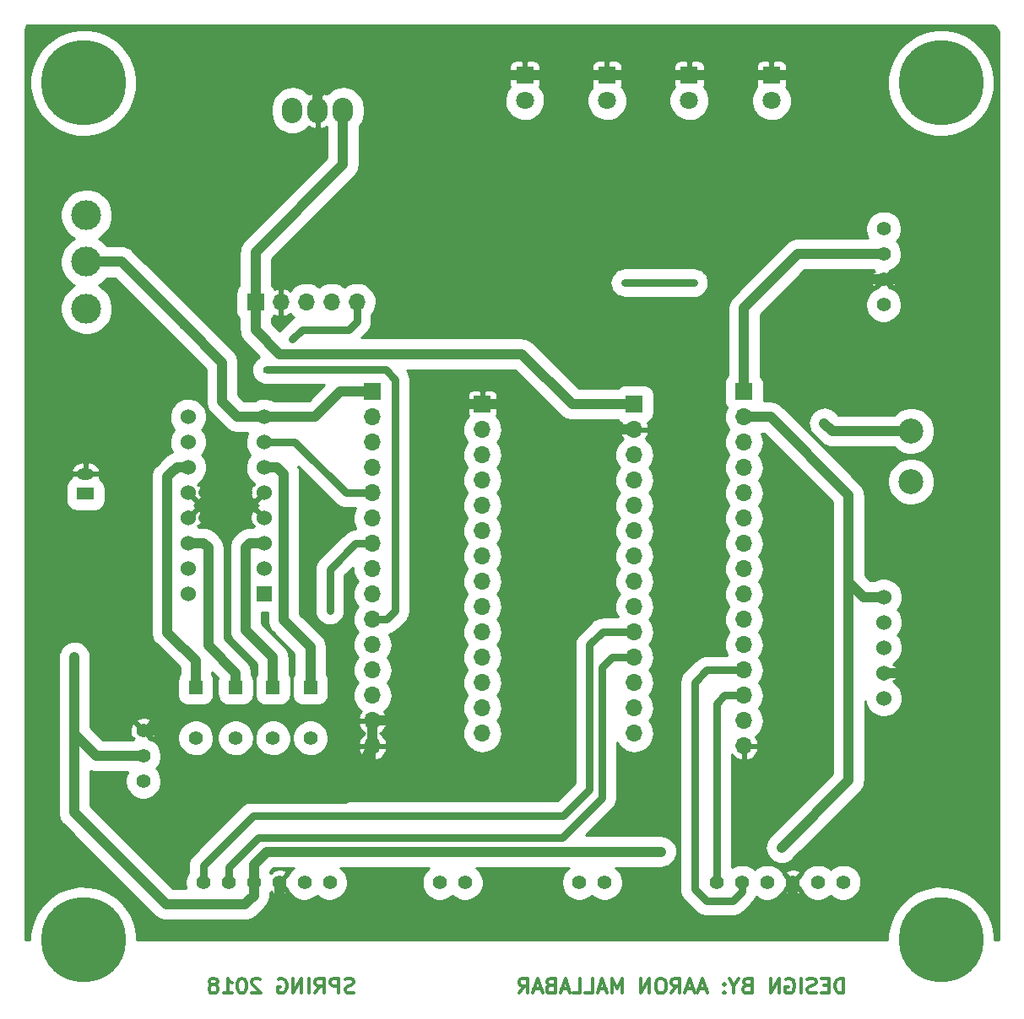
<source format=gbl>
G04 #@! TF.FileFunction,Copper,L2,Bot,Signal*
%FSLAX46Y46*%
G04 Gerber Fmt 4.6, Leading zero omitted, Abs format (unit mm)*
G04 Created by KiCad (PCBNEW 4.0.7) date 02/07/18 15:21:04*
%MOMM*%
%LPD*%
G01*
G04 APERTURE LIST*
%ADD10C,0.100000*%
%ADD11C,0.300000*%
%ADD12R,1.397000X1.397000*%
%ADD13C,1.397000*%
%ADD14C,2.499360*%
%ADD15O,2.032000X2.540000*%
%ADD16C,3.000000*%
%ADD17R,1.524000X1.524000*%
%ADD18C,1.524000*%
%ADD19R,1.700000X1.700000*%
%ADD20O,1.700000X1.700000*%
%ADD21C,8.500000*%
%ADD22R,1.800000X1.800000*%
%ADD23C,1.800000*%
%ADD24R,1.700000X1.200000*%
%ADD25O,1.700000X1.200000*%
%ADD26C,0.600000*%
%ADD27C,1.000000*%
%ADD28C,0.750000*%
%ADD29C,0.254000*%
G04 APERTURE END LIST*
D10*
D11*
X172245712Y-130118571D02*
X172245712Y-128618571D01*
X171888569Y-128618571D01*
X171674284Y-128690000D01*
X171531426Y-128832857D01*
X171459998Y-128975714D01*
X171388569Y-129261429D01*
X171388569Y-129475714D01*
X171459998Y-129761429D01*
X171531426Y-129904286D01*
X171674284Y-130047143D01*
X171888569Y-130118571D01*
X172245712Y-130118571D01*
X170745712Y-129332857D02*
X170245712Y-129332857D01*
X170031426Y-130118571D02*
X170745712Y-130118571D01*
X170745712Y-128618571D01*
X170031426Y-128618571D01*
X169459998Y-130047143D02*
X169245712Y-130118571D01*
X168888569Y-130118571D01*
X168745712Y-130047143D01*
X168674283Y-129975714D01*
X168602855Y-129832857D01*
X168602855Y-129690000D01*
X168674283Y-129547143D01*
X168745712Y-129475714D01*
X168888569Y-129404286D01*
X169174283Y-129332857D01*
X169317141Y-129261429D01*
X169388569Y-129190000D01*
X169459998Y-129047143D01*
X169459998Y-128904286D01*
X169388569Y-128761429D01*
X169317141Y-128690000D01*
X169174283Y-128618571D01*
X168817141Y-128618571D01*
X168602855Y-128690000D01*
X167959998Y-130118571D02*
X167959998Y-128618571D01*
X166459998Y-128690000D02*
X166602855Y-128618571D01*
X166817141Y-128618571D01*
X167031426Y-128690000D01*
X167174284Y-128832857D01*
X167245712Y-128975714D01*
X167317141Y-129261429D01*
X167317141Y-129475714D01*
X167245712Y-129761429D01*
X167174284Y-129904286D01*
X167031426Y-130047143D01*
X166817141Y-130118571D01*
X166674284Y-130118571D01*
X166459998Y-130047143D01*
X166388569Y-129975714D01*
X166388569Y-129475714D01*
X166674284Y-129475714D01*
X165745712Y-130118571D02*
X165745712Y-128618571D01*
X164888569Y-130118571D01*
X164888569Y-128618571D01*
X162531426Y-129332857D02*
X162317140Y-129404286D01*
X162245712Y-129475714D01*
X162174283Y-129618571D01*
X162174283Y-129832857D01*
X162245712Y-129975714D01*
X162317140Y-130047143D01*
X162459998Y-130118571D01*
X163031426Y-130118571D01*
X163031426Y-128618571D01*
X162531426Y-128618571D01*
X162388569Y-128690000D01*
X162317140Y-128761429D01*
X162245712Y-128904286D01*
X162245712Y-129047143D01*
X162317140Y-129190000D01*
X162388569Y-129261429D01*
X162531426Y-129332857D01*
X163031426Y-129332857D01*
X161245712Y-129404286D02*
X161245712Y-130118571D01*
X161745712Y-128618571D02*
X161245712Y-129404286D01*
X160745712Y-128618571D01*
X160245712Y-129975714D02*
X160174284Y-130047143D01*
X160245712Y-130118571D01*
X160317141Y-130047143D01*
X160245712Y-129975714D01*
X160245712Y-130118571D01*
X160245712Y-129190000D02*
X160174284Y-129261429D01*
X160245712Y-129332857D01*
X160317141Y-129261429D01*
X160245712Y-129190000D01*
X160245712Y-129332857D01*
X158459998Y-129690000D02*
X157745712Y-129690000D01*
X158602855Y-130118571D02*
X158102855Y-128618571D01*
X157602855Y-130118571D01*
X157174284Y-129690000D02*
X156459998Y-129690000D01*
X157317141Y-130118571D02*
X156817141Y-128618571D01*
X156317141Y-130118571D01*
X154959998Y-130118571D02*
X155459998Y-129404286D01*
X155817141Y-130118571D02*
X155817141Y-128618571D01*
X155245713Y-128618571D01*
X155102855Y-128690000D01*
X155031427Y-128761429D01*
X154959998Y-128904286D01*
X154959998Y-129118571D01*
X155031427Y-129261429D01*
X155102855Y-129332857D01*
X155245713Y-129404286D01*
X155817141Y-129404286D01*
X154031427Y-128618571D02*
X153745713Y-128618571D01*
X153602855Y-128690000D01*
X153459998Y-128832857D01*
X153388570Y-129118571D01*
X153388570Y-129618571D01*
X153459998Y-129904286D01*
X153602855Y-130047143D01*
X153745713Y-130118571D01*
X154031427Y-130118571D01*
X154174284Y-130047143D01*
X154317141Y-129904286D01*
X154388570Y-129618571D01*
X154388570Y-129118571D01*
X154317141Y-128832857D01*
X154174284Y-128690000D01*
X154031427Y-128618571D01*
X152745712Y-130118571D02*
X152745712Y-128618571D01*
X151888569Y-130118571D01*
X151888569Y-128618571D01*
X150031426Y-130118571D02*
X150031426Y-128618571D01*
X149531426Y-129690000D01*
X149031426Y-128618571D01*
X149031426Y-130118571D01*
X148388569Y-129690000D02*
X147674283Y-129690000D01*
X148531426Y-130118571D02*
X148031426Y-128618571D01*
X147531426Y-130118571D01*
X146317140Y-130118571D02*
X147031426Y-130118571D01*
X147031426Y-128618571D01*
X145102854Y-130118571D02*
X145817140Y-130118571D01*
X145817140Y-128618571D01*
X144674283Y-129690000D02*
X143959997Y-129690000D01*
X144817140Y-130118571D02*
X144317140Y-128618571D01*
X143817140Y-130118571D01*
X142817140Y-129332857D02*
X142602854Y-129404286D01*
X142531426Y-129475714D01*
X142459997Y-129618571D01*
X142459997Y-129832857D01*
X142531426Y-129975714D01*
X142602854Y-130047143D01*
X142745712Y-130118571D01*
X143317140Y-130118571D01*
X143317140Y-128618571D01*
X142817140Y-128618571D01*
X142674283Y-128690000D01*
X142602854Y-128761429D01*
X142531426Y-128904286D01*
X142531426Y-129047143D01*
X142602854Y-129190000D01*
X142674283Y-129261429D01*
X142817140Y-129332857D01*
X143317140Y-129332857D01*
X141888569Y-129690000D02*
X141174283Y-129690000D01*
X142031426Y-130118571D02*
X141531426Y-128618571D01*
X141031426Y-130118571D01*
X139674283Y-130118571D02*
X140174283Y-129404286D01*
X140531426Y-130118571D02*
X140531426Y-128618571D01*
X139959998Y-128618571D01*
X139817140Y-128690000D01*
X139745712Y-128761429D01*
X139674283Y-128904286D01*
X139674283Y-129118571D01*
X139745712Y-129261429D01*
X139817140Y-129332857D01*
X139959998Y-129404286D01*
X140531426Y-129404286D01*
X123102857Y-130047143D02*
X122888571Y-130118571D01*
X122531428Y-130118571D01*
X122388571Y-130047143D01*
X122317142Y-129975714D01*
X122245714Y-129832857D01*
X122245714Y-129690000D01*
X122317142Y-129547143D01*
X122388571Y-129475714D01*
X122531428Y-129404286D01*
X122817142Y-129332857D01*
X122960000Y-129261429D01*
X123031428Y-129190000D01*
X123102857Y-129047143D01*
X123102857Y-128904286D01*
X123031428Y-128761429D01*
X122960000Y-128690000D01*
X122817142Y-128618571D01*
X122460000Y-128618571D01*
X122245714Y-128690000D01*
X121602857Y-130118571D02*
X121602857Y-128618571D01*
X121031429Y-128618571D01*
X120888571Y-128690000D01*
X120817143Y-128761429D01*
X120745714Y-128904286D01*
X120745714Y-129118571D01*
X120817143Y-129261429D01*
X120888571Y-129332857D01*
X121031429Y-129404286D01*
X121602857Y-129404286D01*
X119245714Y-130118571D02*
X119745714Y-129404286D01*
X120102857Y-130118571D02*
X120102857Y-128618571D01*
X119531429Y-128618571D01*
X119388571Y-128690000D01*
X119317143Y-128761429D01*
X119245714Y-128904286D01*
X119245714Y-129118571D01*
X119317143Y-129261429D01*
X119388571Y-129332857D01*
X119531429Y-129404286D01*
X120102857Y-129404286D01*
X118602857Y-130118571D02*
X118602857Y-128618571D01*
X117888571Y-130118571D02*
X117888571Y-128618571D01*
X117031428Y-130118571D01*
X117031428Y-128618571D01*
X115531428Y-128690000D02*
X115674285Y-128618571D01*
X115888571Y-128618571D01*
X116102856Y-128690000D01*
X116245714Y-128832857D01*
X116317142Y-128975714D01*
X116388571Y-129261429D01*
X116388571Y-129475714D01*
X116317142Y-129761429D01*
X116245714Y-129904286D01*
X116102856Y-130047143D01*
X115888571Y-130118571D01*
X115745714Y-130118571D01*
X115531428Y-130047143D01*
X115459999Y-129975714D01*
X115459999Y-129475714D01*
X115745714Y-129475714D01*
X113745714Y-128761429D02*
X113674285Y-128690000D01*
X113531428Y-128618571D01*
X113174285Y-128618571D01*
X113031428Y-128690000D01*
X112959999Y-128761429D01*
X112888571Y-128904286D01*
X112888571Y-129047143D01*
X112959999Y-129261429D01*
X113817142Y-130118571D01*
X112888571Y-130118571D01*
X111960000Y-128618571D02*
X111817143Y-128618571D01*
X111674286Y-128690000D01*
X111602857Y-128761429D01*
X111531428Y-128904286D01*
X111460000Y-129190000D01*
X111460000Y-129547143D01*
X111531428Y-129832857D01*
X111602857Y-129975714D01*
X111674286Y-130047143D01*
X111817143Y-130118571D01*
X111960000Y-130118571D01*
X112102857Y-130047143D01*
X112174286Y-129975714D01*
X112245714Y-129832857D01*
X112317143Y-129547143D01*
X112317143Y-129190000D01*
X112245714Y-128904286D01*
X112174286Y-128761429D01*
X112102857Y-128690000D01*
X111960000Y-128618571D01*
X110031429Y-130118571D02*
X110888572Y-130118571D01*
X110460000Y-130118571D02*
X110460000Y-128618571D01*
X110602857Y-128832857D01*
X110745715Y-128975714D01*
X110888572Y-129047143D01*
X109174286Y-129261429D02*
X109317144Y-129190000D01*
X109388572Y-129118571D01*
X109460001Y-128975714D01*
X109460001Y-128904286D01*
X109388572Y-128761429D01*
X109317144Y-128690000D01*
X109174286Y-128618571D01*
X108888572Y-128618571D01*
X108745715Y-128690000D01*
X108674286Y-128761429D01*
X108602858Y-128904286D01*
X108602858Y-128975714D01*
X108674286Y-129118571D01*
X108745715Y-129190000D01*
X108888572Y-129261429D01*
X109174286Y-129261429D01*
X109317144Y-129332857D01*
X109388572Y-129404286D01*
X109460001Y-129547143D01*
X109460001Y-129832857D01*
X109388572Y-129975714D01*
X109317144Y-130047143D01*
X109174286Y-130118571D01*
X108888572Y-130118571D01*
X108745715Y-130047143D01*
X108674286Y-129975714D01*
X108602858Y-129832857D01*
X108602858Y-129547143D01*
X108674286Y-129404286D01*
X108745715Y-129332857D01*
X108888572Y-129261429D01*
D12*
X107250000Y-99420000D03*
D13*
X107250000Y-104500000D03*
X172200000Y-119000000D03*
X169660000Y-119000000D03*
X167120000Y-119000000D03*
X164580000Y-119000000D03*
X162040000Y-119000000D03*
X159500000Y-119000000D03*
X120700000Y-119000000D03*
X118160000Y-119000000D03*
X115620000Y-119000000D03*
X113080000Y-119000000D03*
X110540000Y-119000000D03*
X108000000Y-119000000D03*
X102000000Y-108830000D03*
X102000000Y-106290000D03*
X102000000Y-103750000D03*
D14*
X179000000Y-73670000D03*
X179000000Y-78750000D03*
D15*
X119500000Y-41500000D03*
X122040000Y-41500000D03*
X116960000Y-41500000D03*
D16*
X96300000Y-61400000D03*
X96300000Y-56700000D03*
X96300000Y-52000000D03*
D17*
X114120000Y-90030000D03*
D18*
X114120000Y-87490000D03*
X114120000Y-84950000D03*
X114120000Y-82410000D03*
X114120000Y-79870000D03*
X114120000Y-79870000D03*
X114120000Y-77330000D03*
X114120000Y-74790000D03*
X114120000Y-72250000D03*
X106500000Y-72250000D03*
X106500000Y-74790000D03*
X106500000Y-77330000D03*
X106500000Y-79870000D03*
X106500000Y-82410000D03*
X106500000Y-84950000D03*
X106500000Y-87490000D03*
X106500000Y-90030000D03*
X176250000Y-90340000D03*
X176250000Y-90340000D03*
X176250000Y-92880000D03*
X176250000Y-92880000D03*
X176250000Y-95420000D03*
X176250000Y-95420000D03*
X176250000Y-97960000D03*
X176250000Y-97960000D03*
X176250000Y-100500000D03*
X176250000Y-100500000D03*
D13*
X176250000Y-53380000D03*
X176250000Y-55920000D03*
X176250000Y-58460000D03*
X176250000Y-61000000D03*
X148290000Y-119000000D03*
X145750000Y-119000000D03*
X134290000Y-119000000D03*
X131750000Y-119000000D03*
D19*
X162250000Y-69750000D03*
D20*
X162250000Y-72290000D03*
X162250000Y-74830000D03*
X162250000Y-77370000D03*
X162250000Y-79910000D03*
X162250000Y-82450000D03*
X162250000Y-84990000D03*
X162250000Y-87530000D03*
X162250000Y-90070000D03*
X162250000Y-92610000D03*
X162250000Y-95150000D03*
X162250000Y-97690000D03*
X162250000Y-100230000D03*
X162250000Y-102770000D03*
X162250000Y-105310000D03*
D19*
X125000000Y-69750000D03*
D20*
X125000000Y-72290000D03*
X125000000Y-74830000D03*
X125000000Y-77370000D03*
X125000000Y-79910000D03*
X125000000Y-82450000D03*
X125000000Y-84990000D03*
X125000000Y-87530000D03*
X125000000Y-90070000D03*
X125000000Y-92610000D03*
X125000000Y-95150000D03*
X125000000Y-97690000D03*
X125000000Y-100230000D03*
X125000000Y-102770000D03*
X125000000Y-105310000D03*
D21*
X96000000Y-38750000D03*
X182000000Y-124750000D03*
X96000000Y-124750000D03*
X182000000Y-38750000D03*
D19*
X113250000Y-60750000D03*
D20*
X115790000Y-60750000D03*
X118330000Y-60750000D03*
X120870000Y-60750000D03*
X123410000Y-60750000D03*
D19*
X151250000Y-71000000D03*
D20*
X151250000Y-73540000D03*
X151250000Y-76080000D03*
X151250000Y-78620000D03*
X151250000Y-81160000D03*
X151250000Y-83700000D03*
X151250000Y-86240000D03*
X151250000Y-88780000D03*
X151250000Y-91320000D03*
X151250000Y-93860000D03*
X151250000Y-96400000D03*
X151250000Y-98940000D03*
X151250000Y-101480000D03*
X151250000Y-104020000D03*
D19*
X136000000Y-71000000D03*
D20*
X136000000Y-73540000D03*
X136000000Y-76080000D03*
X136000000Y-78620000D03*
X136000000Y-81160000D03*
X136000000Y-83700000D03*
X136000000Y-86240000D03*
X136000000Y-88780000D03*
X136000000Y-91320000D03*
X136000000Y-93860000D03*
X136000000Y-96400000D03*
X136000000Y-98940000D03*
X136000000Y-101480000D03*
X136000000Y-104020000D03*
D22*
X165000000Y-38000000D03*
D23*
X165000000Y-40540000D03*
D22*
X156750000Y-38000000D03*
D23*
X156750000Y-40540000D03*
D22*
X148500000Y-38000000D03*
D23*
X148500000Y-40540000D03*
D22*
X140250000Y-38000000D03*
D23*
X140250000Y-40540000D03*
D12*
X111250000Y-99420000D03*
D13*
X111250000Y-104500000D03*
D12*
X115000000Y-99420000D03*
D13*
X115000000Y-104500000D03*
D12*
X118750000Y-99420000D03*
D13*
X118750000Y-104500000D03*
D24*
X96200000Y-80000000D03*
D25*
X96200000Y-78000000D03*
D26*
X166000000Y-115500000D03*
X153900000Y-115900000D03*
X95100000Y-96400000D03*
X116900000Y-64500000D03*
X120700000Y-91700000D03*
X114300000Y-67600000D03*
X150300000Y-58800000D03*
X157200000Y-58800000D03*
X109600000Y-123500000D03*
X112300000Y-82400000D03*
X111000000Y-82400000D03*
X108800000Y-81000000D03*
X111600000Y-81000000D03*
X108000000Y-82400000D03*
X109600000Y-82400000D03*
X112400000Y-79900000D03*
X110900000Y-79900000D03*
X109600000Y-79900000D03*
X108000000Y-79900000D03*
X170300000Y-61300000D03*
X170300000Y-72900000D03*
D27*
X106050000Y-62950000D02*
X109900000Y-66800000D01*
X111450000Y-72250000D02*
X114120000Y-72250000D01*
X109900000Y-70700000D02*
X111450000Y-72250000D01*
X109900000Y-66800000D02*
X109900000Y-70700000D01*
X96300000Y-56700000D02*
X99800000Y-56700000D01*
X99800000Y-56700000D02*
X106050000Y-62950000D01*
X106050000Y-62950000D02*
X106100000Y-63000000D01*
X125000000Y-69750000D02*
X121750000Y-69750000D01*
X119250000Y-72250000D02*
X114120000Y-72250000D01*
X121750000Y-69750000D02*
X119250000Y-72250000D01*
X176250000Y-90340000D02*
X174240000Y-90340000D01*
X174240000Y-90340000D02*
X172750000Y-88850000D01*
X163500000Y-72290000D02*
X164890000Y-72290000D01*
X164890000Y-72290000D02*
X172750000Y-80150000D01*
X172750000Y-80150000D02*
X172750000Y-88850000D01*
X166000000Y-115500000D02*
X172750000Y-108750000D01*
X172750000Y-88850000D02*
X172750000Y-91950000D01*
X172750000Y-93750000D02*
X172750000Y-91950000D01*
X172750000Y-108750000D02*
X172750000Y-93750000D01*
X113080000Y-117920000D02*
X113080000Y-117220000D01*
X113080000Y-117220000D02*
X114400000Y-115900000D01*
X114400000Y-115900000D02*
X151200000Y-115900000D01*
X151200000Y-115900000D02*
X153900000Y-115900000D01*
X113080000Y-119000000D02*
X113080000Y-117920000D01*
X102000000Y-106290000D02*
X97290000Y-106290000D01*
X97290000Y-106290000D02*
X95100000Y-104100000D01*
X107100000Y-121200000D02*
X104300000Y-121200000D01*
X112200000Y-121200000D02*
X107100000Y-121200000D01*
X113080000Y-120320000D02*
X112600000Y-120800000D01*
X113080000Y-119000000D02*
X113080000Y-120320000D01*
X112600000Y-120800000D02*
X112200000Y-121200000D01*
X95100000Y-112000000D02*
X95100000Y-104100000D01*
X95100000Y-104100000D02*
X95100000Y-96400000D01*
X104300000Y-121200000D02*
X95100000Y-112000000D01*
X113250000Y-60750000D02*
X113250000Y-63550000D01*
X139950000Y-65950000D02*
X118450000Y-65950000D01*
X145000000Y-71000000D02*
X139950000Y-65950000D01*
X145000000Y-71000000D02*
X151250000Y-71000000D01*
X115650000Y-65950000D02*
X118450000Y-65950000D01*
X113250000Y-63550000D02*
X115650000Y-65950000D01*
X162250000Y-69750000D02*
X162250000Y-61350000D01*
X167680000Y-55920000D02*
X176250000Y-55920000D01*
X162250000Y-61350000D02*
X167680000Y-55920000D01*
X122040000Y-41500000D02*
X122040000Y-46960000D01*
X113250000Y-55750000D02*
X113250000Y-60750000D01*
X122040000Y-46960000D02*
X113250000Y-55750000D01*
X162250000Y-72290000D02*
X163500000Y-72290000D01*
X163500000Y-72290000D02*
X163540000Y-72290000D01*
D28*
X151250000Y-96400000D02*
X149000000Y-96400000D01*
X148000000Y-110500000D02*
X148000000Y-99650000D01*
X144000000Y-114500000D02*
X148000000Y-110500000D01*
X144000000Y-114500000D02*
X115100000Y-114500000D01*
X148000000Y-97400000D02*
X148000000Y-99650000D01*
X149000000Y-96400000D02*
X148000000Y-97400000D01*
X115100000Y-114500000D02*
X113500000Y-114500000D01*
X113500000Y-114500000D02*
X110540000Y-117460000D01*
X110540000Y-117460000D02*
X110540000Y-119000000D01*
X113400000Y-112300000D02*
X113000000Y-112300000D01*
X108000000Y-119000000D02*
X108000000Y-117300000D01*
X113400000Y-112300000D02*
X143100000Y-112300000D01*
X113000000Y-112300000D02*
X108000000Y-117300000D01*
X143100000Y-112300000D02*
X144100000Y-112300000D01*
X144100000Y-112300000D02*
X146750000Y-109650000D01*
X151250000Y-93860000D02*
X148040000Y-93860000D01*
X148040000Y-93860000D02*
X146750000Y-95150000D01*
X146750000Y-95150000D02*
X146750000Y-98360000D01*
X146750000Y-109650000D02*
X146750000Y-98360000D01*
X143100000Y-112300000D02*
X143150000Y-112300000D01*
X162040000Y-119000000D02*
X162040000Y-119960000D01*
X159910000Y-97690000D02*
X162250000Y-97690000D01*
X158510000Y-97690000D02*
X159910000Y-97690000D01*
X157300000Y-98900000D02*
X158510000Y-97690000D01*
X157300000Y-119700000D02*
X157300000Y-98900000D01*
X158474998Y-120874998D02*
X157300000Y-119700000D01*
X161125002Y-120874998D02*
X158474998Y-120874998D01*
X162040000Y-119960000D02*
X161125002Y-120874998D01*
X159500000Y-101800000D02*
X159500000Y-101000000D01*
X160270000Y-100230000D02*
X162250000Y-100230000D01*
X159500000Y-101000000D02*
X160270000Y-100230000D01*
X159500000Y-101800000D02*
X159500000Y-119000000D01*
X116900000Y-64500000D02*
X117900000Y-63500000D01*
X117900000Y-63500000D02*
X122600000Y-63500000D01*
X123410000Y-62690000D02*
X123410000Y-60750000D01*
X123410000Y-62690000D02*
X122600000Y-63500000D01*
X114120000Y-74790000D02*
X117190000Y-74790000D01*
X122310000Y-79910000D02*
X125000000Y-79910000D01*
X117190000Y-74790000D02*
X122310000Y-79910000D01*
X125000000Y-84990000D02*
X123290000Y-84990000D01*
X120700000Y-87580000D02*
X120700000Y-91700000D01*
X123290000Y-84990000D02*
X120700000Y-87580000D01*
X127250000Y-91000000D02*
X127250000Y-91750000D01*
X124000000Y-67550000D02*
X126300000Y-67550000D01*
X127250000Y-91000000D02*
X127250000Y-68500000D01*
X126300000Y-67550000D02*
X127250000Y-68500000D01*
X126390000Y-92610000D02*
X125000000Y-92610000D01*
X127250000Y-91750000D02*
X126390000Y-92610000D01*
X114350000Y-67550000D02*
X124000000Y-67550000D01*
X157200000Y-58800000D02*
X150300000Y-58800000D01*
D27*
X112250000Y-86750000D02*
X112250000Y-85350000D01*
X112250000Y-86750000D02*
X112250000Y-93650000D01*
X115000000Y-96400000D02*
X112250000Y-93650000D01*
X115000000Y-99420000D02*
X115000000Y-96400000D01*
X112650000Y-84950000D02*
X114120000Y-84950000D01*
X112250000Y-85350000D02*
X112650000Y-84950000D01*
X108500000Y-86000000D02*
X108500000Y-85400000D01*
X108500000Y-86000000D02*
X108500000Y-95200000D01*
X111250000Y-97950000D02*
X108500000Y-95200000D01*
X111250000Y-99420000D02*
X111250000Y-97950000D01*
X108050000Y-84950000D02*
X106500000Y-84950000D01*
X108500000Y-85400000D02*
X108050000Y-84950000D01*
X116750000Y-93350000D02*
X116100000Y-92700000D01*
X118750000Y-99420000D02*
X118750000Y-95350000D01*
X118750000Y-95350000D02*
X116750000Y-93350000D01*
X116100000Y-92700000D02*
X116100000Y-78000000D01*
X115430000Y-77330000D02*
X114120000Y-77330000D01*
X116100000Y-78000000D02*
X115430000Y-77330000D01*
X104750000Y-94250000D02*
X104400000Y-93900000D01*
X107250000Y-99420000D02*
X107250000Y-96750000D01*
X104750000Y-94250000D02*
X107250000Y-96750000D01*
X104400000Y-93900000D02*
X104400000Y-78300000D01*
X104400000Y-78300000D02*
X104750000Y-77950000D01*
X105370000Y-77330000D02*
X106500000Y-77330000D01*
X104750000Y-77950000D02*
X105370000Y-77330000D01*
X111120000Y-123500000D02*
X109600000Y-123500000D01*
X111000000Y-82400000D02*
X112200000Y-82300000D01*
X112200000Y-82300000D02*
X112300000Y-82400000D01*
X108800000Y-81000000D02*
X111600000Y-81000000D01*
X108000000Y-82400000D02*
X109600000Y-82400000D01*
X110900000Y-79900000D02*
X112400000Y-79900000D01*
X108000000Y-79900000D02*
X109600000Y-79900000D01*
X173140000Y-58460000D02*
X176250000Y-58460000D01*
X170300000Y-61300000D02*
X173140000Y-58460000D01*
X106500000Y-82410000D02*
X106500000Y-82150000D01*
X106500000Y-79870000D02*
X106570000Y-79870000D01*
X125000000Y-102770000D02*
X127230000Y-102770000D01*
X133000000Y-71000000D02*
X136000000Y-71000000D01*
X130300000Y-73700000D02*
X133000000Y-71000000D01*
X130300000Y-99700000D02*
X130300000Y-73700000D01*
X127230000Y-102770000D02*
X130300000Y-99700000D01*
X115620000Y-119000000D02*
X115620000Y-120920000D01*
X115620000Y-120920000D02*
X118200000Y-123500000D01*
X140250000Y-38000000D02*
X148500000Y-38000000D01*
X119500000Y-41500000D02*
X119500000Y-39900000D01*
X121400000Y-38000000D02*
X140250000Y-38000000D01*
X119500000Y-39900000D02*
X121400000Y-38000000D01*
X176250000Y-58460000D02*
X180940000Y-58460000D01*
X180940000Y-58460000D02*
X182750000Y-56650000D01*
X182750000Y-64400000D02*
X182750000Y-56650000D01*
X182750000Y-56650000D02*
X182750000Y-49000000D01*
X182750000Y-49000000D02*
X180250000Y-46500000D01*
X171750000Y-38000000D02*
X165000000Y-38000000D01*
X171750000Y-38000000D02*
X180250000Y-46500000D01*
X120120000Y-123500000D02*
X118200000Y-123500000D01*
X118200000Y-123500000D02*
X111120000Y-123500000D01*
X162470000Y-123500000D02*
X160040000Y-123500000D01*
X160040000Y-123500000D02*
X120120000Y-123500000D01*
X162470000Y-123500000D02*
X168400000Y-123500000D01*
X111120000Y-123500000D02*
X111120000Y-123500000D01*
X167120000Y-119000000D02*
X167120000Y-122220000D01*
X167120000Y-122220000D02*
X168400000Y-123500000D01*
X168400000Y-123500000D02*
X171750000Y-123500000D01*
X171750000Y-123500000D02*
X172250000Y-123000000D01*
X182750000Y-112500000D02*
X172250000Y-123000000D01*
X176250000Y-97960000D02*
X181840000Y-97960000D01*
X167120000Y-119000000D02*
X166970000Y-119000000D01*
X182750000Y-64250000D02*
X182750000Y-64400000D01*
X182750000Y-64400000D02*
X182750000Y-69250000D01*
X176250000Y-58460000D02*
X176960000Y-58460000D01*
X102000000Y-103750000D02*
X103750000Y-103750000D01*
X122260000Y-110600000D02*
X125000000Y-105310000D01*
X108450000Y-110600000D02*
X122260000Y-110600000D01*
X103750000Y-103750000D02*
X108450000Y-110600000D01*
X125000000Y-102770000D02*
X125000000Y-105310000D01*
X176250000Y-97960000D02*
X176250000Y-98250000D01*
X148500000Y-38000000D02*
X156750000Y-38000000D01*
X156750000Y-38000000D02*
X165000000Y-38000000D01*
X136000000Y-71000000D02*
X141000000Y-71000000D01*
X141000000Y-71000000D02*
X143540000Y-73540000D01*
X143540000Y-73540000D02*
X151250000Y-73540000D01*
X182750000Y-97050000D02*
X182750000Y-104350000D01*
X182750000Y-104500000D02*
X182750000Y-112500000D01*
X181840000Y-97960000D02*
X182750000Y-97050000D01*
X182750000Y-69250000D02*
X182750000Y-69900000D01*
X182750000Y-69900000D02*
X182750000Y-71650000D01*
X182750000Y-91200000D02*
X182750000Y-97050000D01*
X182750000Y-69900000D02*
X182750000Y-69920000D01*
X182750000Y-71650000D02*
X182750000Y-77250000D01*
X182750000Y-77250000D02*
X182750000Y-91200000D01*
X182750000Y-91200000D02*
X182750000Y-91460000D01*
X179000000Y-73670000D02*
X171070000Y-73670000D01*
X171070000Y-73670000D02*
X170300000Y-72900000D01*
X179000000Y-73670000D02*
X179170000Y-73670000D01*
D29*
G36*
X187153879Y-32972852D02*
X187301898Y-33017542D01*
X187438414Y-33090129D01*
X187558237Y-33187854D01*
X187656794Y-33306989D01*
X187730332Y-33442995D01*
X187776055Y-33590702D01*
X187798000Y-33799496D01*
X187798000Y-124773000D01*
X187369548Y-124773000D01*
X187377231Y-124222758D01*
X187172414Y-123188356D01*
X186770581Y-122213437D01*
X186187038Y-121335135D01*
X185444013Y-120586904D01*
X184569806Y-119997244D01*
X183597716Y-119588615D01*
X182564769Y-119376581D01*
X181510311Y-119369220D01*
X180474504Y-119566810D01*
X179496804Y-119961827D01*
X178614449Y-120539224D01*
X177861049Y-121277008D01*
X177265300Y-122147077D01*
X176849895Y-123116290D01*
X176630655Y-124147731D01*
X176621924Y-124773000D01*
X101369548Y-124773000D01*
X101377231Y-124222758D01*
X101172414Y-123188356D01*
X100770581Y-122213437D01*
X100187038Y-121335135D01*
X99444013Y-120586904D01*
X98569806Y-119997244D01*
X97597716Y-119588615D01*
X96564769Y-119376581D01*
X95510311Y-119369220D01*
X94474504Y-119566810D01*
X93496804Y-119961827D01*
X92614449Y-120539224D01*
X91861049Y-121277008D01*
X91265300Y-122147077D01*
X90849895Y-123116290D01*
X90630655Y-124147731D01*
X90621924Y-124773000D01*
X90202000Y-124773000D01*
X90202000Y-96400000D01*
X93473000Y-96400000D01*
X93473000Y-112000000D01*
X93487664Y-112149551D01*
X93500764Y-112299289D01*
X93503151Y-112307506D01*
X93503986Y-112316019D01*
X93547421Y-112459881D01*
X93589354Y-112604216D01*
X93593291Y-112611812D01*
X93595764Y-112620002D01*
X93666320Y-112752698D01*
X93735483Y-112886128D01*
X93740821Y-112892814D01*
X93744837Y-112900368D01*
X93839840Y-113016853D01*
X93933587Y-113134288D01*
X93945327Y-113146194D01*
X93945528Y-113146440D01*
X93945756Y-113146628D01*
X93949537Y-113150463D01*
X103149537Y-122350463D01*
X103265699Y-122445879D01*
X103380799Y-122542460D01*
X103388295Y-122546581D01*
X103394907Y-122552012D01*
X103527371Y-122623038D01*
X103659057Y-122695433D01*
X103667211Y-122698020D01*
X103674752Y-122702063D01*
X103818477Y-122746004D01*
X103961728Y-122791446D01*
X103970231Y-122792400D01*
X103978412Y-122794901D01*
X104127989Y-122810095D01*
X104277284Y-122826841D01*
X104293996Y-122826958D01*
X104294321Y-122826991D01*
X104294624Y-122826962D01*
X104300000Y-122827000D01*
X112200000Y-122827000D01*
X112349551Y-122812336D01*
X112499289Y-122799236D01*
X112507506Y-122796849D01*
X112516019Y-122796014D01*
X112659881Y-122752579D01*
X112804216Y-122710646D01*
X112811812Y-122706709D01*
X112820002Y-122704236D01*
X112952698Y-122633680D01*
X113086128Y-122564517D01*
X113092814Y-122559179D01*
X113100368Y-122555163D01*
X113216853Y-122460160D01*
X113334288Y-122366413D01*
X113346194Y-122354673D01*
X113346440Y-122354472D01*
X113346628Y-122354244D01*
X113350463Y-122350463D01*
X113750391Y-121950534D01*
X113750463Y-121950463D01*
X114230463Y-121470462D01*
X114325859Y-121354326D01*
X114422460Y-121239201D01*
X114426581Y-121231705D01*
X114432012Y-121225093D01*
X114503038Y-121092629D01*
X114575433Y-120960943D01*
X114578020Y-120952789D01*
X114582063Y-120945248D01*
X114626017Y-120801482D01*
X114671446Y-120658272D01*
X114672399Y-120649774D01*
X114674902Y-120641588D01*
X114690101Y-120491961D01*
X114706841Y-120342716D01*
X114706958Y-120326004D01*
X114706991Y-120325679D01*
X114706962Y-120325376D01*
X114707000Y-120320000D01*
X114707000Y-119981110D01*
X114762749Y-120036859D01*
X114879409Y-119920199D01*
X114938686Y-120153812D01*
X115176875Y-120264559D01*
X115432093Y-120326711D01*
X115694533Y-120337876D01*
X115954107Y-120297629D01*
X116200842Y-120207514D01*
X116301314Y-120153812D01*
X116360592Y-119920197D01*
X115620000Y-119179605D01*
X115605858Y-119193748D01*
X115426253Y-119014143D01*
X115440395Y-119000000D01*
X115426253Y-118985858D01*
X115605858Y-118806253D01*
X115620000Y-118820395D01*
X116360592Y-118079803D01*
X116301314Y-117846188D01*
X116063125Y-117735441D01*
X115807907Y-117673289D01*
X115545467Y-117662124D01*
X115285893Y-117702371D01*
X115039158Y-117792486D01*
X114938686Y-117846188D01*
X114879409Y-118079801D01*
X114762749Y-117963141D01*
X114707000Y-118018890D01*
X114707000Y-117893926D01*
X115073926Y-117527000D01*
X117076976Y-117527000D01*
X117010600Y-117570435D01*
X116754819Y-117820913D01*
X116552562Y-118116303D01*
X116454495Y-118345110D01*
X115799605Y-119000000D01*
X116456704Y-119657099D01*
X116528514Y-119838470D01*
X116722445Y-120139392D01*
X116971132Y-120396915D01*
X117265103Y-120601230D01*
X117593160Y-120744554D01*
X117942808Y-120821429D01*
X118300728Y-120828927D01*
X118653289Y-120766761D01*
X118987060Y-120637300D01*
X119289328Y-120445474D01*
X119429303Y-120312178D01*
X119511132Y-120396915D01*
X119805103Y-120601230D01*
X120133160Y-120744554D01*
X120482808Y-120821429D01*
X120840728Y-120828927D01*
X121193289Y-120766761D01*
X121527060Y-120637300D01*
X121829328Y-120445474D01*
X122088581Y-120198591D01*
X122294943Y-119906054D01*
X122440555Y-119579005D01*
X122519869Y-119229903D01*
X122525578Y-118821000D01*
X122456043Y-118469819D01*
X122319620Y-118138833D01*
X122121506Y-117840648D01*
X121869248Y-117586622D01*
X121780854Y-117527000D01*
X130666976Y-117527000D01*
X130600600Y-117570435D01*
X130344819Y-117820913D01*
X130142562Y-118116303D01*
X130001531Y-118445353D01*
X129927099Y-118795529D01*
X129922100Y-119153493D01*
X129986726Y-119505611D01*
X130118514Y-119838470D01*
X130312445Y-120139392D01*
X130561132Y-120396915D01*
X130855103Y-120601230D01*
X131183160Y-120744554D01*
X131532808Y-120821429D01*
X131890728Y-120828927D01*
X132243289Y-120766761D01*
X132577060Y-120637300D01*
X132879328Y-120445474D01*
X133019303Y-120312178D01*
X133101132Y-120396915D01*
X133395103Y-120601230D01*
X133723160Y-120744554D01*
X134072808Y-120821429D01*
X134430728Y-120828927D01*
X134783289Y-120766761D01*
X135117060Y-120637300D01*
X135419328Y-120445474D01*
X135678581Y-120198591D01*
X135884943Y-119906054D01*
X136030555Y-119579005D01*
X136109869Y-119229903D01*
X136115578Y-118821000D01*
X136046043Y-118469819D01*
X135909620Y-118138833D01*
X135711506Y-117840648D01*
X135459248Y-117586622D01*
X135370854Y-117527000D01*
X144666976Y-117527000D01*
X144600600Y-117570435D01*
X144344819Y-117820913D01*
X144142562Y-118116303D01*
X144001531Y-118445353D01*
X143927099Y-118795529D01*
X143922100Y-119153493D01*
X143986726Y-119505611D01*
X144118514Y-119838470D01*
X144312445Y-120139392D01*
X144561132Y-120396915D01*
X144855103Y-120601230D01*
X145183160Y-120744554D01*
X145532808Y-120821429D01*
X145890728Y-120828927D01*
X146243289Y-120766761D01*
X146577060Y-120637300D01*
X146879328Y-120445474D01*
X147019303Y-120312178D01*
X147101132Y-120396915D01*
X147395103Y-120601230D01*
X147723160Y-120744554D01*
X148072808Y-120821429D01*
X148430728Y-120828927D01*
X148783289Y-120766761D01*
X149117060Y-120637300D01*
X149419328Y-120445474D01*
X149678581Y-120198591D01*
X149884943Y-119906054D01*
X150030555Y-119579005D01*
X150109869Y-119229903D01*
X150115578Y-118821000D01*
X150046043Y-118469819D01*
X149909620Y-118138833D01*
X149711506Y-117840648D01*
X149459248Y-117586622D01*
X149370854Y-117527000D01*
X153900000Y-117527000D01*
X154216019Y-117496014D01*
X154520002Y-117404236D01*
X154800368Y-117255163D01*
X155046440Y-117054472D01*
X155248844Y-116809807D01*
X155399871Y-116530488D01*
X155493769Y-116227154D01*
X155526960Y-115911359D01*
X155498181Y-115595131D01*
X155408528Y-115290515D01*
X155261416Y-115009115D01*
X155062447Y-114761648D01*
X154819201Y-114557540D01*
X154540943Y-114404567D01*
X154238272Y-114308554D01*
X153922716Y-114273159D01*
X153900000Y-114273000D01*
X146351148Y-114273000D01*
X149062074Y-111562075D01*
X149150176Y-111454818D01*
X149239320Y-111348580D01*
X149243123Y-111341663D01*
X149248139Y-111335556D01*
X149313724Y-111213241D01*
X149380541Y-111091701D01*
X149382929Y-111084173D01*
X149386662Y-111077211D01*
X149427226Y-110944532D01*
X149469178Y-110812283D01*
X149470059Y-110804433D01*
X149472367Y-110796882D01*
X149486384Y-110658885D01*
X149501854Y-110520971D01*
X149501961Y-110505534D01*
X149501991Y-110505243D01*
X149501965Y-110504972D01*
X149502000Y-110500000D01*
X149502000Y-104941566D01*
X149586151Y-105102532D01*
X149827922Y-105403234D01*
X150123494Y-105651249D01*
X150461611Y-105837131D01*
X150829393Y-105953798D01*
X151212831Y-105996807D01*
X151240434Y-105997000D01*
X151259566Y-105997000D01*
X151643567Y-105959348D01*
X152012942Y-105847828D01*
X152353621Y-105666685D01*
X152652628Y-105422821D01*
X152898573Y-105125524D01*
X153082089Y-104786118D01*
X153196186Y-104417531D01*
X153236518Y-104033802D01*
X153201548Y-103649547D01*
X153092608Y-103279403D01*
X152913849Y-102937468D01*
X152762818Y-102749624D01*
X152898573Y-102585524D01*
X153082089Y-102246118D01*
X153196186Y-101877531D01*
X153236518Y-101493802D01*
X153201548Y-101109547D01*
X153092608Y-100739403D01*
X152913849Y-100397468D01*
X152762818Y-100209624D01*
X152898573Y-100045524D01*
X153082089Y-99706118D01*
X153196186Y-99337531D01*
X153236518Y-98953802D01*
X153231622Y-98900000D01*
X155798000Y-98900000D01*
X155798000Y-119700000D01*
X155811548Y-119838171D01*
X155823632Y-119976295D01*
X155825834Y-119983873D01*
X155826605Y-119991740D01*
X155866719Y-120124605D01*
X155905414Y-120257794D01*
X155909049Y-120264807D01*
X155911332Y-120272368D01*
X155976474Y-120394882D01*
X156040317Y-120518048D01*
X156045244Y-120524219D01*
X156048952Y-120531194D01*
X156136643Y-120638714D01*
X156223200Y-120747142D01*
X156234038Y-120758131D01*
X156234225Y-120758361D01*
X156234438Y-120758537D01*
X156237926Y-120762074D01*
X157412924Y-121937072D01*
X157520156Y-122025153D01*
X157626418Y-122114318D01*
X157633335Y-122118121D01*
X157639442Y-122123137D01*
X157761757Y-122188722D01*
X157883297Y-122255539D01*
X157890825Y-122257927D01*
X157897787Y-122261660D01*
X158030466Y-122302224D01*
X158162715Y-122344176D01*
X158170565Y-122345057D01*
X158178116Y-122347365D01*
X158316113Y-122361382D01*
X158454027Y-122376852D01*
X158469464Y-122376959D01*
X158469755Y-122376989D01*
X158470026Y-122376963D01*
X158474998Y-122376998D01*
X161125002Y-122376998D01*
X161263173Y-122363450D01*
X161401297Y-122351366D01*
X161408875Y-122349164D01*
X161416742Y-122348393D01*
X161549607Y-122308279D01*
X161682796Y-122269584D01*
X161689809Y-122265949D01*
X161697370Y-122263666D01*
X161819884Y-122198524D01*
X161943050Y-122134681D01*
X161949221Y-122129754D01*
X161956196Y-122126046D01*
X162063716Y-122038355D01*
X162172144Y-121951798D01*
X162183133Y-121940960D01*
X162183363Y-121940773D01*
X162183539Y-121940560D01*
X162187076Y-121937072D01*
X163102075Y-121022074D01*
X163190180Y-120914813D01*
X163279320Y-120808580D01*
X163283123Y-120801663D01*
X163288139Y-120795556D01*
X163353724Y-120673241D01*
X163420541Y-120551701D01*
X163422929Y-120544173D01*
X163426662Y-120537211D01*
X163455811Y-120441868D01*
X163685103Y-120601230D01*
X164013160Y-120744554D01*
X164362808Y-120821429D01*
X164720728Y-120828927D01*
X165073289Y-120766761D01*
X165407060Y-120637300D01*
X165709328Y-120445474D01*
X165968581Y-120198591D01*
X166164966Y-119920197D01*
X166379408Y-119920197D01*
X166438686Y-120153812D01*
X166676875Y-120264559D01*
X166932093Y-120326711D01*
X167194533Y-120337876D01*
X167454107Y-120297629D01*
X167700842Y-120207514D01*
X167801314Y-120153812D01*
X167860592Y-119920197D01*
X167120000Y-119179605D01*
X166379408Y-119920197D01*
X166164966Y-119920197D01*
X166174943Y-119906054D01*
X166287783Y-119652612D01*
X166940395Y-119000000D01*
X167299605Y-119000000D01*
X167956704Y-119657099D01*
X168028514Y-119838470D01*
X168222445Y-120139392D01*
X168471132Y-120396915D01*
X168765103Y-120601230D01*
X169093160Y-120744554D01*
X169442808Y-120821429D01*
X169800728Y-120828927D01*
X170153289Y-120766761D01*
X170487060Y-120637300D01*
X170789328Y-120445474D01*
X170929303Y-120312178D01*
X171011132Y-120396915D01*
X171305103Y-120601230D01*
X171633160Y-120744554D01*
X171982808Y-120821429D01*
X172340728Y-120828927D01*
X172693289Y-120766761D01*
X173027060Y-120637300D01*
X173329328Y-120445474D01*
X173588581Y-120198591D01*
X173794943Y-119906054D01*
X173940555Y-119579005D01*
X174019869Y-119229903D01*
X174025578Y-118821000D01*
X173956043Y-118469819D01*
X173819620Y-118138833D01*
X173621506Y-117840648D01*
X173369248Y-117586622D01*
X173072453Y-117386432D01*
X172742427Y-117247701D01*
X172391740Y-117175716D01*
X172033750Y-117173216D01*
X171682092Y-117240299D01*
X171350161Y-117374408D01*
X171050600Y-117570435D01*
X170930229Y-117688311D01*
X170829248Y-117586622D01*
X170532453Y-117386432D01*
X170202427Y-117247701D01*
X169851740Y-117175716D01*
X169493750Y-117173216D01*
X169142092Y-117240299D01*
X168810161Y-117374408D01*
X168510600Y-117570435D01*
X168254819Y-117820913D01*
X168052562Y-118116303D01*
X167954495Y-118345110D01*
X167299605Y-119000000D01*
X166940395Y-119000000D01*
X166284036Y-118343641D01*
X166199620Y-118138833D01*
X166160401Y-118079803D01*
X166379408Y-118079803D01*
X167120000Y-118820395D01*
X167860592Y-118079803D01*
X167801314Y-117846188D01*
X167563125Y-117735441D01*
X167307907Y-117673289D01*
X167045467Y-117662124D01*
X166785893Y-117702371D01*
X166539158Y-117792486D01*
X166438686Y-117846188D01*
X166379408Y-118079803D01*
X166160401Y-118079803D01*
X166001506Y-117840648D01*
X165749248Y-117586622D01*
X165452453Y-117386432D01*
X165122427Y-117247701D01*
X164771740Y-117175716D01*
X164413750Y-117173216D01*
X164062092Y-117240299D01*
X163730161Y-117374408D01*
X163430600Y-117570435D01*
X163310229Y-117688311D01*
X163209248Y-117586622D01*
X162912453Y-117386432D01*
X162582427Y-117247701D01*
X162231740Y-117175716D01*
X161873750Y-117173216D01*
X161522092Y-117240299D01*
X161190161Y-117374408D01*
X161002000Y-117497537D01*
X161002000Y-106108615D01*
X161152412Y-106310269D01*
X161368645Y-106505178D01*
X161618748Y-106654157D01*
X161893109Y-106751481D01*
X162123000Y-106630814D01*
X162123000Y-105437000D01*
X162377000Y-105437000D01*
X162377000Y-106630814D01*
X162606891Y-106751481D01*
X162881252Y-106654157D01*
X163131355Y-106505178D01*
X163347588Y-106310269D01*
X163521641Y-106076920D01*
X163646825Y-105814099D01*
X163691476Y-105666890D01*
X163570155Y-105437000D01*
X162377000Y-105437000D01*
X162123000Y-105437000D01*
X162103000Y-105437000D01*
X162103000Y-105183000D01*
X162123000Y-105183000D01*
X162123000Y-105163000D01*
X162377000Y-105163000D01*
X162377000Y-105183000D01*
X163570155Y-105183000D01*
X163691476Y-104953110D01*
X163646825Y-104805901D01*
X163521641Y-104543080D01*
X163399472Y-104379290D01*
X163652628Y-104172821D01*
X163898573Y-103875524D01*
X164082089Y-103536118D01*
X164196186Y-103167531D01*
X164236518Y-102783802D01*
X164201548Y-102399547D01*
X164092608Y-102029403D01*
X163913849Y-101687468D01*
X163762818Y-101499624D01*
X163898573Y-101335524D01*
X164082089Y-100996118D01*
X164196186Y-100627531D01*
X164236518Y-100243802D01*
X164201548Y-99859547D01*
X164092608Y-99489403D01*
X163913849Y-99147468D01*
X163762818Y-98959624D01*
X163898573Y-98795524D01*
X164082089Y-98456118D01*
X164196186Y-98087531D01*
X164236518Y-97703802D01*
X164201548Y-97319547D01*
X164092608Y-96949403D01*
X163913849Y-96607468D01*
X163762818Y-96419624D01*
X163898573Y-96255524D01*
X164082089Y-95916118D01*
X164196186Y-95547531D01*
X164236518Y-95163802D01*
X164201548Y-94779547D01*
X164092608Y-94409403D01*
X163913849Y-94067468D01*
X163762818Y-93879624D01*
X163898573Y-93715524D01*
X164082089Y-93376118D01*
X164196186Y-93007531D01*
X164236518Y-92623802D01*
X164201548Y-92239547D01*
X164092608Y-91869403D01*
X163913849Y-91527468D01*
X163762818Y-91339624D01*
X163898573Y-91175524D01*
X164082089Y-90836118D01*
X164196186Y-90467531D01*
X164236518Y-90083802D01*
X164201548Y-89699547D01*
X164092608Y-89329403D01*
X163913849Y-88987468D01*
X163762818Y-88799624D01*
X163898573Y-88635524D01*
X164082089Y-88296118D01*
X164196186Y-87927531D01*
X164236518Y-87543802D01*
X164201548Y-87159547D01*
X164092608Y-86789403D01*
X163913849Y-86447468D01*
X163762818Y-86259624D01*
X163898573Y-86095524D01*
X164082089Y-85756118D01*
X164196186Y-85387531D01*
X164236518Y-85003802D01*
X164201548Y-84619547D01*
X164092608Y-84249403D01*
X163913849Y-83907468D01*
X163762818Y-83719624D01*
X163898573Y-83555524D01*
X164082089Y-83216118D01*
X164196186Y-82847531D01*
X164236518Y-82463802D01*
X164201548Y-82079547D01*
X164092608Y-81709403D01*
X163913849Y-81367468D01*
X163762818Y-81179624D01*
X163898573Y-81015524D01*
X164082089Y-80676118D01*
X164196186Y-80307531D01*
X164236518Y-79923802D01*
X164201548Y-79539547D01*
X164092608Y-79169403D01*
X163913849Y-78827468D01*
X163762818Y-78639624D01*
X163898573Y-78475524D01*
X164082089Y-78136118D01*
X164196186Y-77767531D01*
X164236518Y-77383802D01*
X164201548Y-76999547D01*
X164092608Y-76629403D01*
X163913849Y-76287468D01*
X163762818Y-76099624D01*
X163898573Y-75935524D01*
X164082089Y-75596118D01*
X164196186Y-75227531D01*
X164236518Y-74843802D01*
X164201548Y-74459547D01*
X164092608Y-74089403D01*
X164002478Y-73917000D01*
X164216074Y-73917000D01*
X171123000Y-80823925D01*
X171123000Y-108076075D01*
X164849537Y-114349537D01*
X164647988Y-114594907D01*
X164497937Y-114874752D01*
X164405099Y-115178411D01*
X164373010Y-115494321D01*
X164402893Y-115810446D01*
X164493609Y-116114747D01*
X164641702Y-116395632D01*
X164841534Y-116642402D01*
X165085490Y-116845660D01*
X165364281Y-116997661D01*
X165667284Y-117092617D01*
X165982962Y-117126911D01*
X166299289Y-117099236D01*
X166604216Y-117010646D01*
X166886128Y-116864517D01*
X167134288Y-116666413D01*
X167150463Y-116650463D01*
X173900463Y-109900462D01*
X173995859Y-109784326D01*
X174092460Y-109669201D01*
X174096581Y-109661705D01*
X174102012Y-109655093D01*
X174173038Y-109522629D01*
X174245433Y-109390943D01*
X174248020Y-109382789D01*
X174252063Y-109375248D01*
X174296017Y-109231482D01*
X174341446Y-109088272D01*
X174342399Y-109079774D01*
X174344902Y-109071588D01*
X174360101Y-108921961D01*
X174376841Y-108772716D01*
X174376958Y-108756004D01*
X174376991Y-108755679D01*
X174376962Y-108755376D01*
X174377000Y-108750000D01*
X174377000Y-100759537D01*
X174425391Y-101023198D01*
X174561763Y-101367636D01*
X174762440Y-101679025D01*
X175019778Y-101945506D01*
X175323974Y-102156928D01*
X175663442Y-102305238D01*
X176025253Y-102384788D01*
X176395623Y-102392546D01*
X176760447Y-102328217D01*
X177105829Y-102194253D01*
X177418612Y-101995755D01*
X177686883Y-101740284D01*
X177900423Y-101437571D01*
X178051100Y-101099146D01*
X178133173Y-100737900D01*
X178139081Y-100314774D01*
X178067126Y-99951377D01*
X177925958Y-99608877D01*
X177720953Y-99300320D01*
X177459920Y-99037458D01*
X177278952Y-98915394D01*
X177331977Y-98862369D01*
X177215567Y-98745959D01*
X177455656Y-98678980D01*
X177572756Y-98429952D01*
X177639023Y-98162865D01*
X177651910Y-97887983D01*
X177610922Y-97615867D01*
X177517636Y-97356977D01*
X177455656Y-97241020D01*
X177215567Y-97174041D01*
X177331977Y-97057631D01*
X177278817Y-97004471D01*
X177418612Y-96915755D01*
X177686883Y-96660284D01*
X177900423Y-96357571D01*
X178051100Y-96019146D01*
X178133173Y-95657900D01*
X178139081Y-95234774D01*
X178067126Y-94871377D01*
X177925958Y-94528877D01*
X177720953Y-94220320D01*
X177653337Y-94152230D01*
X177686883Y-94120284D01*
X177900423Y-93817571D01*
X178051100Y-93479146D01*
X178133173Y-93117900D01*
X178139081Y-92694774D01*
X178067126Y-92331377D01*
X177925958Y-91988877D01*
X177720953Y-91680320D01*
X177653337Y-91612230D01*
X177686883Y-91580284D01*
X177900423Y-91277571D01*
X178051100Y-90939146D01*
X178133173Y-90577900D01*
X178139081Y-90154774D01*
X178067126Y-89791377D01*
X177925958Y-89448877D01*
X177720953Y-89140320D01*
X177459920Y-88877458D01*
X177152801Y-88670304D01*
X176811295Y-88526748D01*
X176448410Y-88452258D01*
X176077967Y-88449672D01*
X175714076Y-88519088D01*
X175370599Y-88657862D01*
X175286339Y-88713000D01*
X174913926Y-88713000D01*
X174377000Y-88176074D01*
X174377000Y-80150000D01*
X174362336Y-80000449D01*
X174349236Y-79850711D01*
X174346849Y-79842494D01*
X174346014Y-79833981D01*
X174302575Y-79690105D01*
X174260646Y-79545785D01*
X174256710Y-79538191D01*
X174254236Y-79529998D01*
X174183671Y-79397284D01*
X174114517Y-79263872D01*
X174109179Y-79257186D01*
X174105163Y-79249632D01*
X174010140Y-79133123D01*
X173916413Y-79015713D01*
X173904677Y-79003812D01*
X173904472Y-79003560D01*
X173904239Y-79003367D01*
X173900463Y-78999538D01*
X173850764Y-78949838D01*
X176620196Y-78949838D01*
X176704334Y-79408272D01*
X176875914Y-79841632D01*
X177128399Y-80233413D01*
X177452173Y-80568691D01*
X177834903Y-80834695D01*
X178262012Y-81021294D01*
X178717230Y-81121380D01*
X179183219Y-81131141D01*
X179642229Y-81050206D01*
X180076777Y-80881656D01*
X180470310Y-80631912D01*
X180807840Y-80310486D01*
X181076510Y-79929622D01*
X181266087Y-79503827D01*
X181369348Y-79049318D01*
X181376782Y-78516954D01*
X181286251Y-78059740D01*
X181108638Y-77628817D01*
X180850707Y-77240600D01*
X180522283Y-76909876D01*
X180135876Y-76649241D01*
X179706204Y-76468623D01*
X179249633Y-76374903D01*
X178783553Y-76371649D01*
X178325718Y-76458986D01*
X177893566Y-76633586D01*
X177503557Y-76888801D01*
X177170548Y-77214907D01*
X176907222Y-77599486D01*
X176723609Y-78027886D01*
X176626703Y-78483792D01*
X176620196Y-78949838D01*
X173850764Y-78949838D01*
X167783888Y-72882962D01*
X168673089Y-72882962D01*
X168700764Y-73199289D01*
X168789354Y-73504216D01*
X168935483Y-73786128D01*
X169133587Y-74034288D01*
X169149537Y-74050463D01*
X169919537Y-74820462D01*
X170035642Y-74915832D01*
X170150799Y-75012460D01*
X170158299Y-75016583D01*
X170164907Y-75022011D01*
X170297332Y-75093017D01*
X170429057Y-75165433D01*
X170437211Y-75168020D01*
X170444752Y-75172063D01*
X170588490Y-75216008D01*
X170731728Y-75261446D01*
X170740229Y-75262400D01*
X170748411Y-75264901D01*
X170897954Y-75280091D01*
X171047284Y-75296841D01*
X171064005Y-75296958D01*
X171064320Y-75296990D01*
X171064613Y-75296962D01*
X171070000Y-75297000D01*
X177267059Y-75297000D01*
X177452173Y-75488691D01*
X177834903Y-75754695D01*
X178262012Y-75941294D01*
X178717230Y-76041380D01*
X179183219Y-76051141D01*
X179642229Y-75970206D01*
X180076777Y-75801656D01*
X180470310Y-75551912D01*
X180807840Y-75230486D01*
X181076510Y-74849622D01*
X181266087Y-74423827D01*
X181369348Y-73969318D01*
X181376782Y-73436954D01*
X181286251Y-72979740D01*
X181108638Y-72548817D01*
X180850707Y-72160600D01*
X180522283Y-71829876D01*
X180135876Y-71569241D01*
X179706204Y-71388623D01*
X179249633Y-71294903D01*
X178783553Y-71291649D01*
X178325718Y-71378986D01*
X177893566Y-71553586D01*
X177503557Y-71808801D01*
X177264400Y-72043000D01*
X171743926Y-72043000D01*
X171450463Y-71749537D01*
X171205093Y-71547988D01*
X170925248Y-71397937D01*
X170621589Y-71305099D01*
X170305679Y-71273010D01*
X169989554Y-71302893D01*
X169685253Y-71393609D01*
X169404368Y-71541702D01*
X169157598Y-71741534D01*
X168954340Y-71985490D01*
X168802339Y-72264281D01*
X168707383Y-72567284D01*
X168673089Y-72882962D01*
X167783888Y-72882962D01*
X166040463Y-71139537D01*
X165924301Y-71044121D01*
X165809201Y-70947540D01*
X165801705Y-70943419D01*
X165795093Y-70937988D01*
X165662629Y-70866962D01*
X165530943Y-70794567D01*
X165522789Y-70791980D01*
X165515248Y-70787937D01*
X165371510Y-70743992D01*
X165228272Y-70698554D01*
X165219771Y-70697600D01*
X165211589Y-70695099D01*
X165062051Y-70679909D01*
X164912716Y-70663159D01*
X164895994Y-70663042D01*
X164895679Y-70663010D01*
X164895386Y-70663038D01*
X164890000Y-70663000D01*
X164223500Y-70663000D01*
X164232453Y-70600000D01*
X164232453Y-68900000D01*
X164218141Y-68720529D01*
X164123874Y-68416128D01*
X163948534Y-68150040D01*
X163877000Y-68089072D01*
X163877000Y-62023926D01*
X164747432Y-61153493D01*
X174422100Y-61153493D01*
X174486726Y-61505611D01*
X174618514Y-61838470D01*
X174812445Y-62139392D01*
X175061132Y-62396915D01*
X175355103Y-62601230D01*
X175683160Y-62744554D01*
X176032808Y-62821429D01*
X176390728Y-62828927D01*
X176743289Y-62766761D01*
X177077060Y-62637300D01*
X177379328Y-62445474D01*
X177638581Y-62198591D01*
X177844943Y-61906054D01*
X177990555Y-61579005D01*
X178069869Y-61229903D01*
X178075578Y-60821000D01*
X178006043Y-60469819D01*
X177869620Y-60138833D01*
X177671506Y-59840648D01*
X177419248Y-59586622D01*
X177122453Y-59386432D01*
X176905720Y-59295325D01*
X176250000Y-58639605D01*
X175593183Y-59296422D01*
X175400161Y-59374408D01*
X175100600Y-59570435D01*
X174844819Y-59820913D01*
X174642562Y-60116303D01*
X174501531Y-60445353D01*
X174427099Y-60795529D01*
X174422100Y-61153493D01*
X164747432Y-61153493D01*
X168353925Y-57547000D01*
X175268890Y-57547000D01*
X175213141Y-57602749D01*
X175329801Y-57719409D01*
X175096188Y-57778686D01*
X174985441Y-58016875D01*
X174923289Y-58272093D01*
X174912124Y-58534533D01*
X174952371Y-58794107D01*
X175042486Y-59040842D01*
X175096188Y-59141314D01*
X175329803Y-59200592D01*
X176070395Y-58460000D01*
X176429605Y-58460000D01*
X177170197Y-59200592D01*
X177403812Y-59141314D01*
X177514559Y-58903125D01*
X177576711Y-58647907D01*
X177587876Y-58385467D01*
X177547629Y-58125893D01*
X177457514Y-57879158D01*
X177403812Y-57778686D01*
X177170197Y-57719408D01*
X176429605Y-58460000D01*
X176070395Y-58460000D01*
X176056253Y-58445858D01*
X176235858Y-58266253D01*
X176250000Y-58280395D01*
X176907218Y-57623177D01*
X177077060Y-57557300D01*
X177379328Y-57365474D01*
X177638581Y-57118591D01*
X177844943Y-56826054D01*
X177990555Y-56499005D01*
X178069869Y-56149903D01*
X178075578Y-55741000D01*
X178006043Y-55389819D01*
X177869620Y-55058833D01*
X177671506Y-54760648D01*
X177562584Y-54650962D01*
X177638581Y-54578591D01*
X177844943Y-54286054D01*
X177990555Y-53959005D01*
X178069869Y-53609903D01*
X178075578Y-53201000D01*
X178006043Y-52849819D01*
X177869620Y-52518833D01*
X177671506Y-52220648D01*
X177419248Y-51966622D01*
X177122453Y-51766432D01*
X176792427Y-51627701D01*
X176441740Y-51555716D01*
X176083750Y-51553216D01*
X175732092Y-51620299D01*
X175400161Y-51754408D01*
X175100600Y-51950435D01*
X174844819Y-52200913D01*
X174642562Y-52496303D01*
X174501531Y-52825353D01*
X174427099Y-53175529D01*
X174422100Y-53533493D01*
X174486726Y-53885611D01*
X174618514Y-54218470D01*
X174666545Y-54293000D01*
X167680000Y-54293000D01*
X167530449Y-54307664D01*
X167380711Y-54320764D01*
X167372494Y-54323151D01*
X167363981Y-54323986D01*
X167220105Y-54367425D01*
X167075785Y-54409354D01*
X167068191Y-54413290D01*
X167059998Y-54415764D01*
X166927284Y-54486329D01*
X166793872Y-54555483D01*
X166787186Y-54560821D01*
X166779632Y-54564837D01*
X166663123Y-54659860D01*
X166545713Y-54753587D01*
X166533812Y-54765323D01*
X166533560Y-54765528D01*
X166533367Y-54765761D01*
X166529538Y-54769537D01*
X161099537Y-60199537D01*
X161004121Y-60315699D01*
X160907540Y-60430799D01*
X160903419Y-60438295D01*
X160897988Y-60444907D01*
X160826962Y-60577371D01*
X160754567Y-60709057D01*
X160751980Y-60717211D01*
X160747937Y-60724752D01*
X160703992Y-60868490D01*
X160658554Y-61011728D01*
X160657600Y-61020229D01*
X160655099Y-61028411D01*
X160639909Y-61177949D01*
X160623159Y-61327284D01*
X160623042Y-61344006D01*
X160623010Y-61344321D01*
X160623038Y-61344614D01*
X160623000Y-61350000D01*
X160623000Y-68083192D01*
X160443336Y-68293994D01*
X160312382Y-68584506D01*
X160267547Y-68900000D01*
X160267547Y-70600000D01*
X160281859Y-70779471D01*
X160376126Y-71083872D01*
X160529760Y-71317021D01*
X160417911Y-71523882D01*
X160303814Y-71892469D01*
X160263482Y-72276198D01*
X160298452Y-72660453D01*
X160407392Y-73030597D01*
X160586151Y-73372532D01*
X160737182Y-73560376D01*
X160601427Y-73724476D01*
X160417911Y-74063882D01*
X160303814Y-74432469D01*
X160263482Y-74816198D01*
X160298452Y-75200453D01*
X160407392Y-75570597D01*
X160586151Y-75912532D01*
X160737182Y-76100376D01*
X160601427Y-76264476D01*
X160417911Y-76603882D01*
X160303814Y-76972469D01*
X160263482Y-77356198D01*
X160298452Y-77740453D01*
X160407392Y-78110597D01*
X160586151Y-78452532D01*
X160737182Y-78640376D01*
X160601427Y-78804476D01*
X160417911Y-79143882D01*
X160303814Y-79512469D01*
X160263482Y-79896198D01*
X160298452Y-80280453D01*
X160407392Y-80650597D01*
X160586151Y-80992532D01*
X160737182Y-81180376D01*
X160601427Y-81344476D01*
X160417911Y-81683882D01*
X160303814Y-82052469D01*
X160263482Y-82436198D01*
X160298452Y-82820453D01*
X160407392Y-83190597D01*
X160586151Y-83532532D01*
X160737182Y-83720376D01*
X160601427Y-83884476D01*
X160417911Y-84223882D01*
X160303814Y-84592469D01*
X160263482Y-84976198D01*
X160298452Y-85360453D01*
X160407392Y-85730597D01*
X160586151Y-86072532D01*
X160737182Y-86260376D01*
X160601427Y-86424476D01*
X160417911Y-86763882D01*
X160303814Y-87132469D01*
X160263482Y-87516198D01*
X160298452Y-87900453D01*
X160407392Y-88270597D01*
X160586151Y-88612532D01*
X160737182Y-88800376D01*
X160601427Y-88964476D01*
X160417911Y-89303882D01*
X160303814Y-89672469D01*
X160263482Y-90056198D01*
X160298452Y-90440453D01*
X160407392Y-90810597D01*
X160586151Y-91152532D01*
X160737182Y-91340376D01*
X160601427Y-91504476D01*
X160417911Y-91843882D01*
X160303814Y-92212469D01*
X160263482Y-92596198D01*
X160298452Y-92980453D01*
X160407392Y-93350597D01*
X160586151Y-93692532D01*
X160737182Y-93880376D01*
X160601427Y-94044476D01*
X160417911Y-94383882D01*
X160303814Y-94752469D01*
X160263482Y-95136198D01*
X160298452Y-95520453D01*
X160407392Y-95890597D01*
X160562870Y-96188000D01*
X158510000Y-96188000D01*
X158371829Y-96201548D01*
X158233705Y-96213632D01*
X158226127Y-96215834D01*
X158218260Y-96216605D01*
X158085349Y-96256733D01*
X157952206Y-96295415D01*
X157945197Y-96299048D01*
X157937632Y-96301332D01*
X157815103Y-96366482D01*
X157691951Y-96430317D01*
X157685778Y-96435245D01*
X157678806Y-96438952D01*
X157571332Y-96526605D01*
X157462857Y-96613200D01*
X157451863Y-96624042D01*
X157451639Y-96624225D01*
X157451467Y-96624433D01*
X157447925Y-96627926D01*
X156237926Y-97837926D01*
X156149845Y-97945158D01*
X156060680Y-98051420D01*
X156056877Y-98058337D01*
X156051861Y-98064444D01*
X155986276Y-98186759D01*
X155919459Y-98308299D01*
X155917071Y-98315827D01*
X155913338Y-98322789D01*
X155872774Y-98455468D01*
X155830822Y-98587717D01*
X155829941Y-98595567D01*
X155827633Y-98603118D01*
X155813616Y-98741111D01*
X155798146Y-98879029D01*
X155798039Y-98894467D01*
X155798009Y-98894758D01*
X155798035Y-98895029D01*
X155798000Y-98900000D01*
X153231622Y-98900000D01*
X153201548Y-98569547D01*
X153092608Y-98199403D01*
X152913849Y-97857468D01*
X152762818Y-97669624D01*
X152898573Y-97505524D01*
X153082089Y-97166118D01*
X153196186Y-96797531D01*
X153236518Y-96413802D01*
X153201548Y-96029547D01*
X153092608Y-95659403D01*
X152913849Y-95317468D01*
X152762818Y-95129624D01*
X152898573Y-94965524D01*
X153082089Y-94626118D01*
X153196186Y-94257531D01*
X153236518Y-93873802D01*
X153201548Y-93489547D01*
X153092608Y-93119403D01*
X152913849Y-92777468D01*
X152762818Y-92589624D01*
X152898573Y-92425524D01*
X153082089Y-92086118D01*
X153196186Y-91717531D01*
X153236518Y-91333802D01*
X153201548Y-90949547D01*
X153092608Y-90579403D01*
X152913849Y-90237468D01*
X152762818Y-90049624D01*
X152898573Y-89885524D01*
X153082089Y-89546118D01*
X153196186Y-89177531D01*
X153236518Y-88793802D01*
X153201548Y-88409547D01*
X153092608Y-88039403D01*
X152913849Y-87697468D01*
X152762818Y-87509624D01*
X152898573Y-87345524D01*
X153082089Y-87006118D01*
X153196186Y-86637531D01*
X153236518Y-86253802D01*
X153201548Y-85869547D01*
X153092608Y-85499403D01*
X152913849Y-85157468D01*
X152762818Y-84969624D01*
X152898573Y-84805524D01*
X153082089Y-84466118D01*
X153196186Y-84097531D01*
X153236518Y-83713802D01*
X153201548Y-83329547D01*
X153092608Y-82959403D01*
X152913849Y-82617468D01*
X152762818Y-82429624D01*
X152898573Y-82265524D01*
X153082089Y-81926118D01*
X153196186Y-81557531D01*
X153236518Y-81173802D01*
X153201548Y-80789547D01*
X153092608Y-80419403D01*
X152913849Y-80077468D01*
X152762818Y-79889624D01*
X152898573Y-79725524D01*
X153082089Y-79386118D01*
X153196186Y-79017531D01*
X153236518Y-78633802D01*
X153201548Y-78249547D01*
X153092608Y-77879403D01*
X152913849Y-77537468D01*
X152762818Y-77349624D01*
X152898573Y-77185524D01*
X153082089Y-76846118D01*
X153196186Y-76477531D01*
X153236518Y-76093802D01*
X153201548Y-75709547D01*
X153092608Y-75339403D01*
X152913849Y-74997468D01*
X152672078Y-74696766D01*
X152400705Y-74469056D01*
X152521641Y-74306920D01*
X152646825Y-74044099D01*
X152691476Y-73896890D01*
X152570155Y-73667000D01*
X151377000Y-73667000D01*
X151377000Y-73687000D01*
X151123000Y-73687000D01*
X151123000Y-73667000D01*
X149929845Y-73667000D01*
X149808524Y-73896890D01*
X149853175Y-74044099D01*
X149978359Y-74306920D01*
X150100528Y-74470710D01*
X149847372Y-74677179D01*
X149601427Y-74974476D01*
X149417911Y-75313882D01*
X149303814Y-75682469D01*
X149263482Y-76066198D01*
X149298452Y-76450453D01*
X149407392Y-76820597D01*
X149586151Y-77162532D01*
X149737182Y-77350376D01*
X149601427Y-77514476D01*
X149417911Y-77853882D01*
X149303814Y-78222469D01*
X149263482Y-78606198D01*
X149298452Y-78990453D01*
X149407392Y-79360597D01*
X149586151Y-79702532D01*
X149737182Y-79890376D01*
X149601427Y-80054476D01*
X149417911Y-80393882D01*
X149303814Y-80762469D01*
X149263482Y-81146198D01*
X149298452Y-81530453D01*
X149407392Y-81900597D01*
X149586151Y-82242532D01*
X149737182Y-82430376D01*
X149601427Y-82594476D01*
X149417911Y-82933882D01*
X149303814Y-83302469D01*
X149263482Y-83686198D01*
X149298452Y-84070453D01*
X149407392Y-84440597D01*
X149586151Y-84782532D01*
X149737182Y-84970376D01*
X149601427Y-85134476D01*
X149417911Y-85473882D01*
X149303814Y-85842469D01*
X149263482Y-86226198D01*
X149298452Y-86610453D01*
X149407392Y-86980597D01*
X149586151Y-87322532D01*
X149737182Y-87510376D01*
X149601427Y-87674476D01*
X149417911Y-88013882D01*
X149303814Y-88382469D01*
X149263482Y-88766198D01*
X149298452Y-89150453D01*
X149407392Y-89520597D01*
X149586151Y-89862532D01*
X149737182Y-90050376D01*
X149601427Y-90214476D01*
X149417911Y-90553882D01*
X149303814Y-90922469D01*
X149263482Y-91306198D01*
X149298452Y-91690453D01*
X149407392Y-92060597D01*
X149562870Y-92358000D01*
X148040000Y-92358000D01*
X147901829Y-92371548D01*
X147763705Y-92383632D01*
X147756127Y-92385834D01*
X147748260Y-92386605D01*
X147615349Y-92426733D01*
X147482206Y-92465415D01*
X147475197Y-92469048D01*
X147467632Y-92471332D01*
X147345103Y-92536482D01*
X147221951Y-92600317D01*
X147215778Y-92605245D01*
X147208806Y-92608952D01*
X147101332Y-92696605D01*
X146992857Y-92783200D01*
X146981863Y-92794042D01*
X146981639Y-92794225D01*
X146981467Y-92794433D01*
X146977925Y-92797926D01*
X145687926Y-94087926D01*
X145599845Y-94195158D01*
X145510680Y-94301420D01*
X145506877Y-94308337D01*
X145501861Y-94314444D01*
X145436276Y-94436759D01*
X145369459Y-94558299D01*
X145367071Y-94565827D01*
X145363338Y-94572789D01*
X145322774Y-94705468D01*
X145280822Y-94837717D01*
X145279941Y-94845567D01*
X145277633Y-94853118D01*
X145263616Y-94991111D01*
X145248146Y-95129029D01*
X145248039Y-95144467D01*
X145248009Y-95144758D01*
X145248035Y-95145029D01*
X145248000Y-95150000D01*
X145248000Y-109027852D01*
X143477852Y-110798000D01*
X113000000Y-110798000D01*
X112861874Y-110811543D01*
X112723705Y-110823632D01*
X112716127Y-110825834D01*
X112708260Y-110826605D01*
X112575395Y-110866719D01*
X112442206Y-110905414D01*
X112435193Y-110909049D01*
X112427632Y-110911332D01*
X112305118Y-110976474D01*
X112181952Y-111040317D01*
X112175781Y-111045244D01*
X112168806Y-111048952D01*
X112061286Y-111136643D01*
X111952858Y-111223200D01*
X111941865Y-111234041D01*
X111941639Y-111234225D01*
X111941466Y-111234434D01*
X111937926Y-111237925D01*
X106937926Y-116237926D01*
X106849845Y-116345158D01*
X106760680Y-116451420D01*
X106756877Y-116458337D01*
X106751861Y-116464444D01*
X106686276Y-116586759D01*
X106619459Y-116708299D01*
X106617071Y-116715827D01*
X106613338Y-116722789D01*
X106572774Y-116855468D01*
X106530822Y-116987717D01*
X106529941Y-116995567D01*
X106527633Y-117003118D01*
X106513616Y-117141111D01*
X106498146Y-117279029D01*
X106498039Y-117294467D01*
X106498009Y-117294758D01*
X106498035Y-117295029D01*
X106498000Y-117300000D01*
X106498000Y-117962314D01*
X106392562Y-118116303D01*
X106251531Y-118445353D01*
X106177099Y-118795529D01*
X106172100Y-119153493D01*
X106236726Y-119505611D01*
X106263407Y-119573000D01*
X104973926Y-119573000D01*
X96727000Y-111326074D01*
X96727000Y-107811094D01*
X96808477Y-107836004D01*
X96951728Y-107881446D01*
X96960231Y-107882400D01*
X96968412Y-107884901D01*
X97117989Y-107900095D01*
X97267284Y-107916841D01*
X97283996Y-107916958D01*
X97284321Y-107916991D01*
X97284624Y-107916962D01*
X97290000Y-107917000D01*
X100412626Y-107917000D01*
X100392562Y-107946303D01*
X100251531Y-108275353D01*
X100177099Y-108625529D01*
X100172100Y-108983493D01*
X100236726Y-109335611D01*
X100368514Y-109668470D01*
X100562445Y-109969392D01*
X100811132Y-110226915D01*
X101105103Y-110431230D01*
X101433160Y-110574554D01*
X101782808Y-110651429D01*
X102140728Y-110658927D01*
X102493289Y-110596761D01*
X102827060Y-110467300D01*
X103129328Y-110275474D01*
X103388581Y-110028591D01*
X103594943Y-109736054D01*
X103740555Y-109409005D01*
X103819869Y-109059903D01*
X103825578Y-108651000D01*
X103756043Y-108299819D01*
X103619620Y-107968833D01*
X103421506Y-107670648D01*
X103312584Y-107560962D01*
X103388581Y-107488591D01*
X103594943Y-107196054D01*
X103740555Y-106869005D01*
X103819869Y-106519903D01*
X103825578Y-106111000D01*
X103756043Y-105759819D01*
X103619620Y-105428833D01*
X103421506Y-105130648D01*
X103169248Y-104876622D01*
X102872453Y-104676432D01*
X102817884Y-104653493D01*
X105422100Y-104653493D01*
X105486726Y-105005611D01*
X105618514Y-105338470D01*
X105812445Y-105639392D01*
X106061132Y-105896915D01*
X106355103Y-106101230D01*
X106683160Y-106244554D01*
X107032808Y-106321429D01*
X107390728Y-106328927D01*
X107743289Y-106266761D01*
X108077060Y-106137300D01*
X108379328Y-105945474D01*
X108638581Y-105698591D01*
X108844943Y-105406054D01*
X108990555Y-105079005D01*
X109069869Y-104729903D01*
X109070935Y-104653493D01*
X109422100Y-104653493D01*
X109486726Y-105005611D01*
X109618514Y-105338470D01*
X109812445Y-105639392D01*
X110061132Y-105896915D01*
X110355103Y-106101230D01*
X110683160Y-106244554D01*
X111032808Y-106321429D01*
X111390728Y-106328927D01*
X111743289Y-106266761D01*
X112077060Y-106137300D01*
X112379328Y-105945474D01*
X112638581Y-105698591D01*
X112844943Y-105406054D01*
X112990555Y-105079005D01*
X113069869Y-104729903D01*
X113070935Y-104653493D01*
X113172100Y-104653493D01*
X113236726Y-105005611D01*
X113368514Y-105338470D01*
X113562445Y-105639392D01*
X113811132Y-105896915D01*
X114105103Y-106101230D01*
X114433160Y-106244554D01*
X114782808Y-106321429D01*
X115140728Y-106328927D01*
X115493289Y-106266761D01*
X115827060Y-106137300D01*
X116129328Y-105945474D01*
X116388581Y-105698591D01*
X116594943Y-105406054D01*
X116740555Y-105079005D01*
X116819869Y-104729903D01*
X116820935Y-104653493D01*
X116922100Y-104653493D01*
X116986726Y-105005611D01*
X117118514Y-105338470D01*
X117312445Y-105639392D01*
X117561132Y-105896915D01*
X117855103Y-106101230D01*
X118183160Y-106244554D01*
X118532808Y-106321429D01*
X118890728Y-106328927D01*
X119243289Y-106266761D01*
X119577060Y-106137300D01*
X119879328Y-105945474D01*
X120138581Y-105698591D01*
X120160943Y-105666890D01*
X123558524Y-105666890D01*
X123603175Y-105814099D01*
X123728359Y-106076920D01*
X123902412Y-106310269D01*
X124118645Y-106505178D01*
X124368748Y-106654157D01*
X124643109Y-106751481D01*
X124873000Y-106630814D01*
X124873000Y-105437000D01*
X125127000Y-105437000D01*
X125127000Y-106630814D01*
X125356891Y-106751481D01*
X125631252Y-106654157D01*
X125881355Y-106505178D01*
X126097588Y-106310269D01*
X126271641Y-106076920D01*
X126396825Y-105814099D01*
X126441476Y-105666890D01*
X126320155Y-105437000D01*
X125127000Y-105437000D01*
X124873000Y-105437000D01*
X123679845Y-105437000D01*
X123558524Y-105666890D01*
X120160943Y-105666890D01*
X120344943Y-105406054D01*
X120490555Y-105079005D01*
X120569869Y-104729903D01*
X120575578Y-104321000D01*
X120506043Y-103969819D01*
X120369620Y-103638833D01*
X120171506Y-103340648D01*
X119959236Y-103126890D01*
X123558524Y-103126890D01*
X123603175Y-103274099D01*
X123728359Y-103536920D01*
X123902412Y-103770269D01*
X124118645Y-103965178D01*
X124244255Y-104040000D01*
X124118645Y-104114822D01*
X123902412Y-104309731D01*
X123728359Y-104543080D01*
X123603175Y-104805901D01*
X123558524Y-104953110D01*
X123679845Y-105183000D01*
X124873000Y-105183000D01*
X124873000Y-102897000D01*
X125127000Y-102897000D01*
X125127000Y-105183000D01*
X126320155Y-105183000D01*
X126441476Y-104953110D01*
X126396825Y-104805901D01*
X126271641Y-104543080D01*
X126097588Y-104309731D01*
X125881355Y-104114822D01*
X125755745Y-104040000D01*
X125881355Y-103965178D01*
X126097588Y-103770269D01*
X126271641Y-103536920D01*
X126396825Y-103274099D01*
X126441476Y-103126890D01*
X126320155Y-102897000D01*
X125127000Y-102897000D01*
X124873000Y-102897000D01*
X123679845Y-102897000D01*
X123558524Y-103126890D01*
X119959236Y-103126890D01*
X119919248Y-103086622D01*
X119622453Y-102886432D01*
X119292427Y-102747701D01*
X118941740Y-102675716D01*
X118583750Y-102673216D01*
X118232092Y-102740299D01*
X117900161Y-102874408D01*
X117600600Y-103070435D01*
X117344819Y-103320913D01*
X117142562Y-103616303D01*
X117001531Y-103945353D01*
X116927099Y-104295529D01*
X116922100Y-104653493D01*
X116820935Y-104653493D01*
X116825578Y-104321000D01*
X116756043Y-103969819D01*
X116619620Y-103638833D01*
X116421506Y-103340648D01*
X116169248Y-103086622D01*
X115872453Y-102886432D01*
X115542427Y-102747701D01*
X115191740Y-102675716D01*
X114833750Y-102673216D01*
X114482092Y-102740299D01*
X114150161Y-102874408D01*
X113850600Y-103070435D01*
X113594819Y-103320913D01*
X113392562Y-103616303D01*
X113251531Y-103945353D01*
X113177099Y-104295529D01*
X113172100Y-104653493D01*
X113070935Y-104653493D01*
X113075578Y-104321000D01*
X113006043Y-103969819D01*
X112869620Y-103638833D01*
X112671506Y-103340648D01*
X112419248Y-103086622D01*
X112122453Y-102886432D01*
X111792427Y-102747701D01*
X111441740Y-102675716D01*
X111083750Y-102673216D01*
X110732092Y-102740299D01*
X110400161Y-102874408D01*
X110100600Y-103070435D01*
X109844819Y-103320913D01*
X109642562Y-103616303D01*
X109501531Y-103945353D01*
X109427099Y-104295529D01*
X109422100Y-104653493D01*
X109070935Y-104653493D01*
X109075578Y-104321000D01*
X109006043Y-103969819D01*
X108869620Y-103638833D01*
X108671506Y-103340648D01*
X108419248Y-103086622D01*
X108122453Y-102886432D01*
X107792427Y-102747701D01*
X107441740Y-102675716D01*
X107083750Y-102673216D01*
X106732092Y-102740299D01*
X106400161Y-102874408D01*
X106100600Y-103070435D01*
X105844819Y-103320913D01*
X105642562Y-103616303D01*
X105501531Y-103945353D01*
X105427099Y-104295529D01*
X105422100Y-104653493D01*
X102817884Y-104653493D01*
X102655720Y-104585325D01*
X102000000Y-103929605D01*
X101985858Y-103943748D01*
X101806253Y-103764143D01*
X101820395Y-103750000D01*
X102179605Y-103750000D01*
X102920197Y-104490592D01*
X103153812Y-104431314D01*
X103264559Y-104193125D01*
X103326711Y-103937907D01*
X103337876Y-103675467D01*
X103297629Y-103415893D01*
X103207514Y-103169158D01*
X103153812Y-103068686D01*
X102920197Y-103009408D01*
X102179605Y-103750000D01*
X101820395Y-103750000D01*
X101079803Y-103009408D01*
X100846188Y-103068686D01*
X100735441Y-103306875D01*
X100673289Y-103562093D01*
X100662124Y-103824533D01*
X100702371Y-104084107D01*
X100792486Y-104330842D01*
X100846188Y-104431314D01*
X101079801Y-104490591D01*
X100963141Y-104607251D01*
X101018890Y-104663000D01*
X97963926Y-104663000D01*
X96727000Y-103426074D01*
X96727000Y-102829803D01*
X101259408Y-102829803D01*
X102000000Y-103570395D01*
X102740592Y-102829803D01*
X102681314Y-102596188D01*
X102443125Y-102485441D01*
X102187907Y-102423289D01*
X101925467Y-102412124D01*
X101665893Y-102452371D01*
X101419158Y-102542486D01*
X101318686Y-102596188D01*
X101259408Y-102829803D01*
X96727000Y-102829803D01*
X96727000Y-96400000D01*
X96696014Y-96083981D01*
X96604236Y-95779998D01*
X96455163Y-95499632D01*
X96254472Y-95253560D01*
X96009807Y-95051156D01*
X95730488Y-94900129D01*
X95427154Y-94806231D01*
X95111359Y-94773040D01*
X94795131Y-94801819D01*
X94490515Y-94891472D01*
X94209115Y-95038584D01*
X93961648Y-95237553D01*
X93757540Y-95480799D01*
X93604567Y-95759057D01*
X93508554Y-96061728D01*
X93473159Y-96377284D01*
X93473000Y-96400000D01*
X90202000Y-96400000D01*
X90202000Y-79400000D01*
X94217547Y-79400000D01*
X94217547Y-80600000D01*
X94231859Y-80779471D01*
X94326126Y-81083872D01*
X94501466Y-81349960D01*
X94743994Y-81556664D01*
X95034506Y-81687618D01*
X95350000Y-81732453D01*
X97050000Y-81732453D01*
X97229471Y-81718141D01*
X97533872Y-81623874D01*
X97799960Y-81448534D01*
X98006664Y-81206006D01*
X98137618Y-80915494D01*
X98182453Y-80600000D01*
X98182453Y-79400000D01*
X98168141Y-79220529D01*
X98073874Y-78916128D01*
X97898534Y-78650040D01*
X97656006Y-78443336D01*
X97620088Y-78427145D01*
X97628292Y-78409377D01*
X97643462Y-78317609D01*
X97631939Y-78300000D01*
X102773000Y-78300000D01*
X102773000Y-93900000D01*
X102787662Y-94049537D01*
X102800764Y-94199289D01*
X102803151Y-94207506D01*
X102803986Y-94216019D01*
X102847421Y-94359881D01*
X102889354Y-94504216D01*
X102893291Y-94511812D01*
X102895764Y-94520002D01*
X102966320Y-94652698D01*
X103035483Y-94786128D01*
X103040821Y-94792814D01*
X103044837Y-94800368D01*
X103139840Y-94916853D01*
X103233587Y-95034288D01*
X103245327Y-95046194D01*
X103245528Y-95046440D01*
X103245756Y-95046628D01*
X103249537Y-95050463D01*
X105623000Y-97423926D01*
X105623000Y-98082449D01*
X105594836Y-98115494D01*
X105463882Y-98406006D01*
X105419047Y-98721500D01*
X105419047Y-100118500D01*
X105433359Y-100297971D01*
X105527626Y-100602372D01*
X105702966Y-100868460D01*
X105945494Y-101075164D01*
X106236006Y-101206118D01*
X106551500Y-101250953D01*
X107948500Y-101250953D01*
X108127971Y-101236641D01*
X108432372Y-101142374D01*
X108698460Y-100967034D01*
X108905164Y-100724506D01*
X109036118Y-100433994D01*
X109080953Y-100118500D01*
X109080953Y-98721500D01*
X109066641Y-98542029D01*
X108972374Y-98237628D01*
X108877000Y-98092893D01*
X108877000Y-97877926D01*
X109456565Y-98457491D01*
X109419047Y-98721500D01*
X109419047Y-100118500D01*
X109433359Y-100297971D01*
X109527626Y-100602372D01*
X109702966Y-100868460D01*
X109945494Y-101075164D01*
X110236006Y-101206118D01*
X110551500Y-101250953D01*
X111948500Y-101250953D01*
X112127971Y-101236641D01*
X112432372Y-101142374D01*
X112698460Y-100967034D01*
X112905164Y-100724506D01*
X113036118Y-100433994D01*
X113080953Y-100118500D01*
X113080953Y-98721500D01*
X113066641Y-98542029D01*
X112972374Y-98237628D01*
X112877000Y-98092893D01*
X112877000Y-97950000D01*
X112862332Y-97800409D01*
X112849236Y-97650710D01*
X112846849Y-97642492D01*
X112846014Y-97633981D01*
X112802583Y-97490131D01*
X112760646Y-97345784D01*
X112756709Y-97338189D01*
X112754236Y-97329998D01*
X112683659Y-97197262D01*
X112614516Y-97063872D01*
X112609181Y-97057189D01*
X112605163Y-97049632D01*
X112510138Y-96933120D01*
X112416413Y-96815712D01*
X112404673Y-96803806D01*
X112404472Y-96803560D01*
X112404244Y-96803372D01*
X112400463Y-96799537D01*
X110127000Y-94526074D01*
X110127000Y-85400000D01*
X110112336Y-85250449D01*
X110099236Y-85100711D01*
X110096849Y-85092494D01*
X110096014Y-85083981D01*
X110052579Y-84940119D01*
X110010646Y-84795784D01*
X110006709Y-84788188D01*
X110004236Y-84779998D01*
X109933680Y-84647302D01*
X109864517Y-84513872D01*
X109859179Y-84507186D01*
X109855163Y-84499632D01*
X109760160Y-84383147D01*
X109666413Y-84265712D01*
X109654673Y-84253806D01*
X109654472Y-84253560D01*
X109654244Y-84253372D01*
X109650463Y-84249537D01*
X109200463Y-83799537D01*
X109084301Y-83704121D01*
X108969201Y-83607540D01*
X108961705Y-83603419D01*
X108955093Y-83597988D01*
X108822629Y-83526962D01*
X108690943Y-83454567D01*
X108682789Y-83451980D01*
X108675248Y-83447937D01*
X108531510Y-83403992D01*
X108388272Y-83358554D01*
X108379771Y-83357600D01*
X108371589Y-83355099D01*
X108222051Y-83339909D01*
X108072716Y-83323159D01*
X108055994Y-83323042D01*
X108055679Y-83323010D01*
X108055386Y-83323038D01*
X108050000Y-83323000D01*
X107571346Y-83323000D01*
X107581977Y-83312369D01*
X107465567Y-83195959D01*
X107705656Y-83128980D01*
X107822756Y-82879952D01*
X107889023Y-82612865D01*
X107901910Y-82337983D01*
X107860922Y-82065867D01*
X107767636Y-81806977D01*
X107705656Y-81691020D01*
X107465565Y-81624040D01*
X106679605Y-82410000D01*
X106693748Y-82424143D01*
X106514143Y-82603748D01*
X106500000Y-82589605D01*
X106485858Y-82603748D01*
X106306253Y-82424143D01*
X106320395Y-82410000D01*
X106306253Y-82395858D01*
X106485858Y-82216253D01*
X106500000Y-82230395D01*
X107285960Y-81444435D01*
X107218980Y-81204344D01*
X107088356Y-81142921D01*
X107103023Y-81137636D01*
X107218980Y-81075656D01*
X107285960Y-80835565D01*
X106500000Y-80049605D01*
X106485858Y-80063748D01*
X106306253Y-79884143D01*
X106320395Y-79870000D01*
X106306253Y-79855858D01*
X106485858Y-79676253D01*
X106500000Y-79690395D01*
X106514143Y-79676253D01*
X106693748Y-79855858D01*
X106679605Y-79870000D01*
X107465565Y-80655960D01*
X107705656Y-80588980D01*
X107822756Y-80339952D01*
X107889023Y-80072865D01*
X107901910Y-79797983D01*
X107860922Y-79525867D01*
X107767636Y-79266977D01*
X107705656Y-79151020D01*
X107465567Y-79084041D01*
X107581977Y-78967631D01*
X107528817Y-78914471D01*
X107668612Y-78825755D01*
X107936883Y-78570284D01*
X108150423Y-78267571D01*
X108301100Y-77929146D01*
X108383173Y-77567900D01*
X108389081Y-77144774D01*
X108317126Y-76781377D01*
X108175958Y-76438877D01*
X107970953Y-76130320D01*
X107903337Y-76062230D01*
X107936883Y-76030284D01*
X108150423Y-75727571D01*
X108301100Y-75389146D01*
X108383173Y-75027900D01*
X108389081Y-74604774D01*
X108317126Y-74241377D01*
X108175958Y-73898877D01*
X107970953Y-73590320D01*
X107903337Y-73522230D01*
X107936883Y-73490284D01*
X108150423Y-73187571D01*
X108301100Y-72849146D01*
X108383173Y-72487900D01*
X108389081Y-72064774D01*
X108317126Y-71701377D01*
X108175958Y-71358877D01*
X107970953Y-71050320D01*
X107709920Y-70787458D01*
X107402801Y-70580304D01*
X107061295Y-70436748D01*
X106698410Y-70362258D01*
X106327967Y-70359672D01*
X105964076Y-70429088D01*
X105620599Y-70567862D01*
X105310618Y-70770707D01*
X105045940Y-71029899D01*
X104836647Y-71335564D01*
X104690711Y-71676060D01*
X104613689Y-72038416D01*
X104608517Y-72408832D01*
X104675391Y-72773198D01*
X104811763Y-73117636D01*
X105012440Y-73429025D01*
X105098642Y-73518290D01*
X105045940Y-73569899D01*
X104836647Y-73875564D01*
X104690711Y-74216060D01*
X104613689Y-74578416D01*
X104608517Y-74948832D01*
X104675391Y-75313198D01*
X104811763Y-75657636D01*
X104892296Y-75782599D01*
X104765784Y-75819354D01*
X104758189Y-75823291D01*
X104749998Y-75825764D01*
X104617262Y-75896341D01*
X104483872Y-75965484D01*
X104477189Y-75970819D01*
X104469632Y-75974837D01*
X104353120Y-76069862D01*
X104235712Y-76163587D01*
X104223810Y-76175324D01*
X104223560Y-76175528D01*
X104223368Y-76175760D01*
X104219537Y-76179538D01*
X103599537Y-76799537D01*
X103249537Y-77149537D01*
X103154121Y-77265699D01*
X103057540Y-77380799D01*
X103053419Y-77388295D01*
X103047988Y-77394907D01*
X102976962Y-77527371D01*
X102904567Y-77659057D01*
X102901980Y-77667211D01*
X102897937Y-77674752D01*
X102853992Y-77818490D01*
X102808554Y-77961728D01*
X102807600Y-77970229D01*
X102805099Y-77978411D01*
X102789909Y-78127949D01*
X102773159Y-78277284D01*
X102773042Y-78294006D01*
X102773010Y-78294321D01*
X102773038Y-78294614D01*
X102773000Y-78300000D01*
X97631939Y-78300000D01*
X97518731Y-78127000D01*
X96327000Y-78127000D01*
X96327000Y-78147000D01*
X96073000Y-78147000D01*
X96073000Y-78127000D01*
X94881269Y-78127000D01*
X94756538Y-78317609D01*
X94771708Y-78409377D01*
X94781963Y-78431587D01*
X94600040Y-78551466D01*
X94393336Y-78793994D01*
X94262382Y-79084506D01*
X94217547Y-79400000D01*
X90202000Y-79400000D01*
X90202000Y-77682391D01*
X94756538Y-77682391D01*
X94881269Y-77873000D01*
X96073000Y-77873000D01*
X96073000Y-76917447D01*
X96327000Y-76917447D01*
X96327000Y-77873000D01*
X97518731Y-77873000D01*
X97643462Y-77682391D01*
X97628292Y-77590623D01*
X97525786Y-77368616D01*
X97381938Y-77170872D01*
X97202276Y-77004991D01*
X96993705Y-76877348D01*
X96764239Y-76792848D01*
X96522697Y-76754738D01*
X96327000Y-76917447D01*
X96073000Y-76917447D01*
X95877303Y-76754738D01*
X95635761Y-76792848D01*
X95406295Y-76877348D01*
X95197724Y-77004991D01*
X95018062Y-77170872D01*
X94874214Y-77368616D01*
X94771708Y-77590623D01*
X94756538Y-77682391D01*
X90202000Y-77682391D01*
X90202000Y-52220885D01*
X93669547Y-52220885D01*
X93762547Y-52727603D01*
X93952198Y-53206606D01*
X94231276Y-53639651D01*
X94589151Y-54010241D01*
X95012191Y-54304262D01*
X95110435Y-54347183D01*
X95077032Y-54360679D01*
X94645947Y-54642773D01*
X94277864Y-55003226D01*
X93986804Y-55428310D01*
X93783852Y-55901831D01*
X93676740Y-56405754D01*
X93669547Y-56920885D01*
X93762547Y-57427603D01*
X93952198Y-57906606D01*
X94231276Y-58339651D01*
X94589151Y-58710241D01*
X95012191Y-59004262D01*
X95110435Y-59047183D01*
X95077032Y-59060679D01*
X94645947Y-59342773D01*
X94277864Y-59703226D01*
X93986804Y-60128310D01*
X93783852Y-60601831D01*
X93676740Y-61105754D01*
X93669547Y-61620885D01*
X93762547Y-62127603D01*
X93952198Y-62606606D01*
X94231276Y-63039651D01*
X94589151Y-63410241D01*
X95012191Y-63704262D01*
X95484284Y-63910514D01*
X95987448Y-64021142D01*
X96502516Y-64031931D01*
X97009871Y-63942471D01*
X97490186Y-63756169D01*
X97925168Y-63480121D01*
X98298248Y-63124842D01*
X98595215Y-62703864D01*
X98804758Y-62233222D01*
X98918896Y-61730844D01*
X98927113Y-61142409D01*
X98827047Y-60637040D01*
X98630726Y-60160731D01*
X98345629Y-59731625D01*
X97982615Y-59366068D01*
X97555510Y-59077982D01*
X97495538Y-59052772D01*
X97925168Y-58780121D01*
X98298248Y-58424842D01*
X98367268Y-58327000D01*
X99126074Y-58327000D01*
X108273000Y-67473926D01*
X108273000Y-70700000D01*
X108287664Y-70849551D01*
X108300764Y-70999289D01*
X108303151Y-71007506D01*
X108303986Y-71016019D01*
X108347421Y-71159881D01*
X108389354Y-71304216D01*
X108393291Y-71311812D01*
X108395764Y-71320002D01*
X108466320Y-71452698D01*
X108535483Y-71586128D01*
X108540821Y-71592814D01*
X108544837Y-71600368D01*
X108639840Y-71716853D01*
X108733587Y-71834288D01*
X108745327Y-71846194D01*
X108745528Y-71846440D01*
X108745756Y-71846628D01*
X108749537Y-71850463D01*
X110299537Y-73400463D01*
X110415672Y-73495857D01*
X110530799Y-73592460D01*
X110538299Y-73596583D01*
X110544907Y-73602011D01*
X110677332Y-73673017D01*
X110809057Y-73745433D01*
X110817211Y-73748020D01*
X110824752Y-73752063D01*
X110968490Y-73796008D01*
X111111728Y-73841446D01*
X111120229Y-73842400D01*
X111128411Y-73844901D01*
X111277949Y-73860091D01*
X111427284Y-73876841D01*
X111444006Y-73876958D01*
X111444321Y-73876990D01*
X111444614Y-73876962D01*
X111450000Y-73877000D01*
X112456032Y-73877000D01*
X112310711Y-74216060D01*
X112233689Y-74578416D01*
X112228517Y-74948832D01*
X112295391Y-75313198D01*
X112431763Y-75657636D01*
X112632440Y-75969025D01*
X112718642Y-76058290D01*
X112665940Y-76109899D01*
X112456647Y-76415564D01*
X112310711Y-76756060D01*
X112233689Y-77118416D01*
X112228517Y-77488832D01*
X112295391Y-77853198D01*
X112431763Y-78197636D01*
X112632440Y-78509025D01*
X112889778Y-78775506D01*
X113090584Y-78915070D01*
X113038023Y-78967631D01*
X113154433Y-79084041D01*
X112914344Y-79151020D01*
X112797244Y-79400048D01*
X112730977Y-79667135D01*
X112718090Y-79942017D01*
X112759078Y-80214133D01*
X112852364Y-80473023D01*
X112914344Y-80588980D01*
X113154435Y-80655960D01*
X113940395Y-79870000D01*
X113926253Y-79855858D01*
X114105858Y-79676253D01*
X114120000Y-79690395D01*
X114134143Y-79676253D01*
X114313748Y-79855858D01*
X114299605Y-79870000D01*
X114313748Y-79884143D01*
X114134143Y-80063748D01*
X114120000Y-80049605D01*
X113334040Y-80835565D01*
X113401020Y-81075656D01*
X113531644Y-81137079D01*
X113516977Y-81142364D01*
X113401020Y-81204344D01*
X113334040Y-81444435D01*
X114120000Y-82230395D01*
X114134143Y-82216253D01*
X114313748Y-82395858D01*
X114299605Y-82410000D01*
X114313748Y-82424143D01*
X114134143Y-82603748D01*
X114120000Y-82589605D01*
X114105858Y-82603748D01*
X113926253Y-82424143D01*
X113940395Y-82410000D01*
X113154435Y-81624040D01*
X112914344Y-81691020D01*
X112797244Y-81940048D01*
X112730977Y-82207135D01*
X112718090Y-82482017D01*
X112759078Y-82754133D01*
X112852364Y-83013023D01*
X112914344Y-83128980D01*
X113154433Y-83195959D01*
X113038023Y-83312369D01*
X113048654Y-83323000D01*
X112650000Y-83323000D01*
X112500412Y-83337667D01*
X112350710Y-83350764D01*
X112342492Y-83353151D01*
X112333981Y-83353986D01*
X112190131Y-83397417D01*
X112045784Y-83439354D01*
X112038189Y-83443291D01*
X112029998Y-83445764D01*
X111897262Y-83516341D01*
X111763872Y-83585484D01*
X111757189Y-83590819D01*
X111749632Y-83594837D01*
X111633120Y-83689862D01*
X111515712Y-83783587D01*
X111503810Y-83795324D01*
X111503560Y-83795528D01*
X111503368Y-83795760D01*
X111499537Y-83799538D01*
X111099537Y-84199537D01*
X111004121Y-84315699D01*
X110907540Y-84430799D01*
X110903419Y-84438295D01*
X110897988Y-84444907D01*
X110826962Y-84577371D01*
X110754567Y-84709057D01*
X110751980Y-84717211D01*
X110747937Y-84724752D01*
X110703992Y-84868490D01*
X110658554Y-85011728D01*
X110657600Y-85020229D01*
X110655099Y-85028411D01*
X110639909Y-85177949D01*
X110623159Y-85327284D01*
X110623042Y-85344006D01*
X110623010Y-85344321D01*
X110623038Y-85344614D01*
X110623000Y-85350000D01*
X110623000Y-93650000D01*
X110637664Y-93799551D01*
X110650764Y-93949289D01*
X110653151Y-93957506D01*
X110653986Y-93966019D01*
X110697421Y-94109881D01*
X110739354Y-94254216D01*
X110743291Y-94261812D01*
X110745764Y-94270002D01*
X110816320Y-94402698D01*
X110885483Y-94536128D01*
X110890821Y-94542814D01*
X110894837Y-94550368D01*
X110989840Y-94666853D01*
X111083587Y-94784288D01*
X111095327Y-94796194D01*
X111095528Y-94796440D01*
X111095756Y-94796628D01*
X111099537Y-94800463D01*
X113373000Y-97073926D01*
X113373000Y-98082449D01*
X113344836Y-98115494D01*
X113213882Y-98406006D01*
X113169047Y-98721500D01*
X113169047Y-100118500D01*
X113183359Y-100297971D01*
X113277626Y-100602372D01*
X113452966Y-100868460D01*
X113695494Y-101075164D01*
X113986006Y-101206118D01*
X114301500Y-101250953D01*
X115698500Y-101250953D01*
X115877971Y-101236641D01*
X116182372Y-101142374D01*
X116448460Y-100967034D01*
X116655164Y-100724506D01*
X116786118Y-100433994D01*
X116830953Y-100118500D01*
X116830953Y-98721500D01*
X116816641Y-98542029D01*
X116722374Y-98237628D01*
X116627000Y-98092893D01*
X116627000Y-96400000D01*
X116612332Y-96250409D01*
X116599236Y-96100710D01*
X116596849Y-96092492D01*
X116596014Y-96083981D01*
X116552583Y-95940131D01*
X116510646Y-95795784D01*
X116506709Y-95788189D01*
X116504236Y-95779998D01*
X116433659Y-95647262D01*
X116364516Y-95513872D01*
X116359181Y-95507189D01*
X116355163Y-95499632D01*
X116260138Y-95383120D01*
X116166413Y-95265712D01*
X116154673Y-95253806D01*
X116154472Y-95253560D01*
X116154244Y-95253372D01*
X116150463Y-95249537D01*
X113877000Y-92976074D01*
X113877000Y-91924453D01*
X114473000Y-91924453D01*
X114473000Y-92700000D01*
X114487664Y-92849551D01*
X114500764Y-92999289D01*
X114503151Y-93007506D01*
X114503986Y-93016019D01*
X114547421Y-93159881D01*
X114589354Y-93304216D01*
X114593291Y-93311812D01*
X114595764Y-93320002D01*
X114666320Y-93452698D01*
X114735483Y-93586128D01*
X114740821Y-93592814D01*
X114744837Y-93600368D01*
X114839840Y-93716853D01*
X114933587Y-93834288D01*
X114945327Y-93846194D01*
X114945528Y-93846440D01*
X114945756Y-93846628D01*
X114949537Y-93850463D01*
X117123000Y-96023926D01*
X117123000Y-98082449D01*
X117094836Y-98115494D01*
X116963882Y-98406006D01*
X116919047Y-98721500D01*
X116919047Y-100118500D01*
X116933359Y-100297971D01*
X117027626Y-100602372D01*
X117202966Y-100868460D01*
X117445494Y-101075164D01*
X117736006Y-101206118D01*
X118051500Y-101250953D01*
X119448500Y-101250953D01*
X119627971Y-101236641D01*
X119932372Y-101142374D01*
X120198460Y-100967034D01*
X120405164Y-100724506D01*
X120536118Y-100433994D01*
X120580953Y-100118500D01*
X120580953Y-98721500D01*
X120566641Y-98542029D01*
X120472374Y-98237628D01*
X120377000Y-98092893D01*
X120377000Y-95350000D01*
X120362332Y-95200404D01*
X120349236Y-95050711D01*
X120346849Y-95042494D01*
X120346014Y-95033981D01*
X120302579Y-94890119D01*
X120260646Y-94745784D01*
X120256709Y-94738188D01*
X120254236Y-94729998D01*
X120183680Y-94597302D01*
X120114517Y-94463872D01*
X120109179Y-94457186D01*
X120105163Y-94449632D01*
X120010160Y-94333147D01*
X119916413Y-94215712D01*
X119904673Y-94203806D01*
X119904472Y-94203560D01*
X119904244Y-94203372D01*
X119900463Y-94199537D01*
X117727000Y-92026074D01*
X117727000Y-78000000D01*
X117712336Y-77850449D01*
X117699236Y-77700711D01*
X117696849Y-77692494D01*
X117696014Y-77683981D01*
X117652579Y-77540119D01*
X117610646Y-77395784D01*
X117606709Y-77388188D01*
X117604236Y-77379998D01*
X117545633Y-77269781D01*
X121247925Y-80972074D01*
X121355204Y-81060194D01*
X121461420Y-81149320D01*
X121468334Y-81153121D01*
X121474443Y-81158139D01*
X121596799Y-81223745D01*
X121718299Y-81290541D01*
X121725825Y-81292928D01*
X121732788Y-81296662D01*
X121865482Y-81337230D01*
X121997717Y-81379178D01*
X122005567Y-81380059D01*
X122013118Y-81382367D01*
X122151115Y-81396384D01*
X122289029Y-81411854D01*
X122304466Y-81411961D01*
X122304757Y-81411991D01*
X122305028Y-81411965D01*
X122310000Y-81412000D01*
X123314917Y-81412000D01*
X123167911Y-81683882D01*
X123053814Y-82052469D01*
X123013482Y-82436198D01*
X123048452Y-82820453D01*
X123157392Y-83190597D01*
X123312870Y-83488000D01*
X123290000Y-83488000D01*
X123151829Y-83501548D01*
X123013705Y-83513632D01*
X123006127Y-83515834D01*
X122998260Y-83516605D01*
X122865395Y-83556719D01*
X122732206Y-83595414D01*
X122725193Y-83599049D01*
X122717632Y-83601332D01*
X122595118Y-83666474D01*
X122471952Y-83730317D01*
X122465781Y-83735244D01*
X122458806Y-83738952D01*
X122351310Y-83826623D01*
X122242857Y-83913200D01*
X122231867Y-83924039D01*
X122231639Y-83924225D01*
X122231464Y-83924437D01*
X122227926Y-83927926D01*
X119637926Y-86517926D01*
X119549845Y-86625158D01*
X119460680Y-86731420D01*
X119456877Y-86738337D01*
X119451861Y-86744444D01*
X119386276Y-86866759D01*
X119319459Y-86988299D01*
X119317071Y-86995827D01*
X119313338Y-87002789D01*
X119272774Y-87135468D01*
X119230822Y-87267717D01*
X119229941Y-87275567D01*
X119227633Y-87283118D01*
X119213616Y-87421111D01*
X119198146Y-87559029D01*
X119198039Y-87574467D01*
X119198009Y-87574758D01*
X119198035Y-87575029D01*
X119198000Y-87580000D01*
X119198000Y-91700000D01*
X119226605Y-91991740D01*
X119311332Y-92272368D01*
X119448952Y-92531194D01*
X119634225Y-92758361D01*
X119860092Y-92945214D01*
X120117952Y-93084638D01*
X120397981Y-93171322D01*
X120689514Y-93201963D01*
X120981447Y-93175395D01*
X121262659Y-93092630D01*
X121522440Y-92956820D01*
X121750894Y-92773138D01*
X121939320Y-92548580D01*
X122080541Y-92291701D01*
X122169178Y-92012283D01*
X122201854Y-91720971D01*
X122202000Y-91700000D01*
X122202000Y-88202148D01*
X123028226Y-87375922D01*
X123013482Y-87516198D01*
X123048452Y-87900453D01*
X123157392Y-88270597D01*
X123336151Y-88612532D01*
X123487182Y-88800376D01*
X123351427Y-88964476D01*
X123167911Y-89303882D01*
X123053814Y-89672469D01*
X123013482Y-90056198D01*
X123048452Y-90440453D01*
X123157392Y-90810597D01*
X123336151Y-91152532D01*
X123487182Y-91340376D01*
X123351427Y-91504476D01*
X123167911Y-91843882D01*
X123053814Y-92212469D01*
X123013482Y-92596198D01*
X123048452Y-92980453D01*
X123157392Y-93350597D01*
X123336151Y-93692532D01*
X123487182Y-93880376D01*
X123351427Y-94044476D01*
X123167911Y-94383882D01*
X123053814Y-94752469D01*
X123013482Y-95136198D01*
X123048452Y-95520453D01*
X123157392Y-95890597D01*
X123336151Y-96232532D01*
X123487182Y-96420376D01*
X123351427Y-96584476D01*
X123167911Y-96923882D01*
X123053814Y-97292469D01*
X123013482Y-97676198D01*
X123048452Y-98060453D01*
X123157392Y-98430597D01*
X123336151Y-98772532D01*
X123487182Y-98960376D01*
X123351427Y-99124476D01*
X123167911Y-99463882D01*
X123053814Y-99832469D01*
X123013482Y-100216198D01*
X123048452Y-100600453D01*
X123157392Y-100970597D01*
X123336151Y-101312532D01*
X123577922Y-101613234D01*
X123849295Y-101840944D01*
X123728359Y-102003080D01*
X123603175Y-102265901D01*
X123558524Y-102413110D01*
X123679845Y-102643000D01*
X124873000Y-102643000D01*
X124873000Y-102623000D01*
X125127000Y-102623000D01*
X125127000Y-102643000D01*
X126320155Y-102643000D01*
X126441476Y-102413110D01*
X126396825Y-102265901D01*
X126271641Y-102003080D01*
X126149472Y-101839290D01*
X126402628Y-101632821D01*
X126648573Y-101335524D01*
X126832089Y-100996118D01*
X126946186Y-100627531D01*
X126986518Y-100243802D01*
X126951548Y-99859547D01*
X126842608Y-99489403D01*
X126663849Y-99147468D01*
X126512818Y-98959624D01*
X126648573Y-98795524D01*
X126832089Y-98456118D01*
X126946186Y-98087531D01*
X126986518Y-97703802D01*
X126951548Y-97319547D01*
X126842608Y-96949403D01*
X126663849Y-96607468D01*
X126512818Y-96419624D01*
X126648573Y-96255524D01*
X126832089Y-95916118D01*
X126946186Y-95547531D01*
X126986518Y-95163802D01*
X126951548Y-94779547D01*
X126842608Y-94409403D01*
X126672749Y-94084493D01*
X126673873Y-94084166D01*
X126681740Y-94083395D01*
X126814605Y-94043281D01*
X126947794Y-94004586D01*
X126954807Y-94000951D01*
X126962368Y-93998668D01*
X127084882Y-93933526D01*
X127208048Y-93869683D01*
X127214219Y-93864756D01*
X127221194Y-93861048D01*
X127328714Y-93773357D01*
X127437142Y-93686800D01*
X127448131Y-93675962D01*
X127448361Y-93675775D01*
X127448537Y-93675562D01*
X127452074Y-93672074D01*
X128312075Y-92812074D01*
X128400180Y-92704813D01*
X128489320Y-92598580D01*
X128493123Y-92591663D01*
X128498139Y-92585556D01*
X128563724Y-92463241D01*
X128630541Y-92341701D01*
X128632929Y-92334173D01*
X128636662Y-92327211D01*
X128677235Y-92194504D01*
X128719178Y-92062283D01*
X128720058Y-92054436D01*
X128722368Y-92046881D01*
X128736389Y-91908845D01*
X128751854Y-91770971D01*
X128751961Y-91755533D01*
X128751991Y-91755242D01*
X128751965Y-91754971D01*
X128752000Y-91750000D01*
X128752000Y-73526198D01*
X134013482Y-73526198D01*
X134048452Y-73910453D01*
X134157392Y-74280597D01*
X134336151Y-74622532D01*
X134487182Y-74810376D01*
X134351427Y-74974476D01*
X134167911Y-75313882D01*
X134053814Y-75682469D01*
X134013482Y-76066198D01*
X134048452Y-76450453D01*
X134157392Y-76820597D01*
X134336151Y-77162532D01*
X134487182Y-77350376D01*
X134351427Y-77514476D01*
X134167911Y-77853882D01*
X134053814Y-78222469D01*
X134013482Y-78606198D01*
X134048452Y-78990453D01*
X134157392Y-79360597D01*
X134336151Y-79702532D01*
X134487182Y-79890376D01*
X134351427Y-80054476D01*
X134167911Y-80393882D01*
X134053814Y-80762469D01*
X134013482Y-81146198D01*
X134048452Y-81530453D01*
X134157392Y-81900597D01*
X134336151Y-82242532D01*
X134487182Y-82430376D01*
X134351427Y-82594476D01*
X134167911Y-82933882D01*
X134053814Y-83302469D01*
X134013482Y-83686198D01*
X134048452Y-84070453D01*
X134157392Y-84440597D01*
X134336151Y-84782532D01*
X134487182Y-84970376D01*
X134351427Y-85134476D01*
X134167911Y-85473882D01*
X134053814Y-85842469D01*
X134013482Y-86226198D01*
X134048452Y-86610453D01*
X134157392Y-86980597D01*
X134336151Y-87322532D01*
X134487182Y-87510376D01*
X134351427Y-87674476D01*
X134167911Y-88013882D01*
X134053814Y-88382469D01*
X134013482Y-88766198D01*
X134048452Y-89150453D01*
X134157392Y-89520597D01*
X134336151Y-89862532D01*
X134487182Y-90050376D01*
X134351427Y-90214476D01*
X134167911Y-90553882D01*
X134053814Y-90922469D01*
X134013482Y-91306198D01*
X134048452Y-91690453D01*
X134157392Y-92060597D01*
X134336151Y-92402532D01*
X134487182Y-92590376D01*
X134351427Y-92754476D01*
X134167911Y-93093882D01*
X134053814Y-93462469D01*
X134013482Y-93846198D01*
X134048452Y-94230453D01*
X134157392Y-94600597D01*
X134336151Y-94942532D01*
X134487182Y-95130376D01*
X134351427Y-95294476D01*
X134167911Y-95633882D01*
X134053814Y-96002469D01*
X134013482Y-96386198D01*
X134048452Y-96770453D01*
X134157392Y-97140597D01*
X134336151Y-97482532D01*
X134487182Y-97670376D01*
X134351427Y-97834476D01*
X134167911Y-98173882D01*
X134053814Y-98542469D01*
X134013482Y-98926198D01*
X134048452Y-99310453D01*
X134157392Y-99680597D01*
X134336151Y-100022532D01*
X134487182Y-100210376D01*
X134351427Y-100374476D01*
X134167911Y-100713882D01*
X134053814Y-101082469D01*
X134013482Y-101466198D01*
X134048452Y-101850453D01*
X134157392Y-102220597D01*
X134336151Y-102562532D01*
X134487182Y-102750376D01*
X134351427Y-102914476D01*
X134167911Y-103253882D01*
X134053814Y-103622469D01*
X134013482Y-104006198D01*
X134048452Y-104390453D01*
X134157392Y-104760597D01*
X134336151Y-105102532D01*
X134577922Y-105403234D01*
X134873494Y-105651249D01*
X135211611Y-105837131D01*
X135579393Y-105953798D01*
X135962831Y-105996807D01*
X135990434Y-105997000D01*
X136009566Y-105997000D01*
X136393567Y-105959348D01*
X136762942Y-105847828D01*
X137103621Y-105666685D01*
X137402628Y-105422821D01*
X137648573Y-105125524D01*
X137832089Y-104786118D01*
X137946186Y-104417531D01*
X137986518Y-104033802D01*
X137951548Y-103649547D01*
X137842608Y-103279403D01*
X137663849Y-102937468D01*
X137512818Y-102749624D01*
X137648573Y-102585524D01*
X137832089Y-102246118D01*
X137946186Y-101877531D01*
X137986518Y-101493802D01*
X137951548Y-101109547D01*
X137842608Y-100739403D01*
X137663849Y-100397468D01*
X137512818Y-100209624D01*
X137648573Y-100045524D01*
X137832089Y-99706118D01*
X137946186Y-99337531D01*
X137986518Y-98953802D01*
X137951548Y-98569547D01*
X137842608Y-98199403D01*
X137663849Y-97857468D01*
X137512818Y-97669624D01*
X137648573Y-97505524D01*
X137832089Y-97166118D01*
X137946186Y-96797531D01*
X137986518Y-96413802D01*
X137951548Y-96029547D01*
X137842608Y-95659403D01*
X137663849Y-95317468D01*
X137512818Y-95129624D01*
X137648573Y-94965524D01*
X137832089Y-94626118D01*
X137946186Y-94257531D01*
X137986518Y-93873802D01*
X137951548Y-93489547D01*
X137842608Y-93119403D01*
X137663849Y-92777468D01*
X137512818Y-92589624D01*
X137648573Y-92425524D01*
X137832089Y-92086118D01*
X137946186Y-91717531D01*
X137986518Y-91333802D01*
X137951548Y-90949547D01*
X137842608Y-90579403D01*
X137663849Y-90237468D01*
X137512818Y-90049624D01*
X137648573Y-89885524D01*
X137832089Y-89546118D01*
X137946186Y-89177531D01*
X137986518Y-88793802D01*
X137951548Y-88409547D01*
X137842608Y-88039403D01*
X137663849Y-87697468D01*
X137512818Y-87509624D01*
X137648573Y-87345524D01*
X137832089Y-87006118D01*
X137946186Y-86637531D01*
X137986518Y-86253802D01*
X137951548Y-85869547D01*
X137842608Y-85499403D01*
X137663849Y-85157468D01*
X137512818Y-84969624D01*
X137648573Y-84805524D01*
X137832089Y-84466118D01*
X137946186Y-84097531D01*
X137986518Y-83713802D01*
X137951548Y-83329547D01*
X137842608Y-82959403D01*
X137663849Y-82617468D01*
X137512818Y-82429624D01*
X137648573Y-82265524D01*
X137832089Y-81926118D01*
X137946186Y-81557531D01*
X137986518Y-81173802D01*
X137951548Y-80789547D01*
X137842608Y-80419403D01*
X137663849Y-80077468D01*
X137512818Y-79889624D01*
X137648573Y-79725524D01*
X137832089Y-79386118D01*
X137946186Y-79017531D01*
X137986518Y-78633802D01*
X137951548Y-78249547D01*
X137842608Y-77879403D01*
X137663849Y-77537468D01*
X137512818Y-77349624D01*
X137648573Y-77185524D01*
X137832089Y-76846118D01*
X137946186Y-76477531D01*
X137986518Y-76093802D01*
X137951548Y-75709547D01*
X137842608Y-75339403D01*
X137663849Y-74997468D01*
X137512818Y-74809624D01*
X137648573Y-74645524D01*
X137832089Y-74306118D01*
X137946186Y-73937531D01*
X137986518Y-73553802D01*
X137951548Y-73169547D01*
X137842608Y-72799403D01*
X137663849Y-72457468D01*
X137422078Y-72156766D01*
X137413303Y-72149403D01*
X137460597Y-72035223D01*
X137485000Y-71912542D01*
X137485000Y-71285750D01*
X137326250Y-71127000D01*
X136127000Y-71127000D01*
X136127000Y-71147000D01*
X135873000Y-71147000D01*
X135873000Y-71127000D01*
X134673750Y-71127000D01*
X134515000Y-71285750D01*
X134515000Y-71912542D01*
X134539403Y-72035223D01*
X134586885Y-72149856D01*
X134351427Y-72434476D01*
X134167911Y-72773882D01*
X134053814Y-73142469D01*
X134013482Y-73526198D01*
X128752000Y-73526198D01*
X128752000Y-70087458D01*
X134515000Y-70087458D01*
X134515000Y-70714250D01*
X134673750Y-70873000D01*
X135873000Y-70873000D01*
X135873000Y-69673750D01*
X136127000Y-69673750D01*
X136127000Y-70873000D01*
X137326250Y-70873000D01*
X137485000Y-70714250D01*
X137485000Y-70087458D01*
X137460597Y-69964777D01*
X137412730Y-69849215D01*
X137343237Y-69745211D01*
X137254789Y-69656763D01*
X137150785Y-69587270D01*
X137035223Y-69539403D01*
X136912542Y-69515000D01*
X136285750Y-69515000D01*
X136127000Y-69673750D01*
X135873000Y-69673750D01*
X135714250Y-69515000D01*
X135087458Y-69515000D01*
X134964777Y-69539403D01*
X134849215Y-69587270D01*
X134745211Y-69656763D01*
X134656763Y-69745211D01*
X134587270Y-69849215D01*
X134539403Y-69964777D01*
X134515000Y-70087458D01*
X128752000Y-70087458D01*
X128752000Y-68500000D01*
X128738457Y-68361874D01*
X128726368Y-68223705D01*
X128724166Y-68216127D01*
X128723395Y-68208260D01*
X128683281Y-68075395D01*
X128644586Y-67942206D01*
X128640951Y-67935193D01*
X128638668Y-67927632D01*
X128573526Y-67805118D01*
X128509683Y-67681952D01*
X128504756Y-67675781D01*
X128501048Y-67668806D01*
X128426173Y-67577000D01*
X139276074Y-67577000D01*
X143849537Y-72150462D01*
X143965642Y-72245832D01*
X144080799Y-72342460D01*
X144088299Y-72346583D01*
X144094907Y-72352011D01*
X144227332Y-72423017D01*
X144359057Y-72495433D01*
X144367211Y-72498020D01*
X144374752Y-72502063D01*
X144518490Y-72546008D01*
X144661728Y-72591446D01*
X144670229Y-72592400D01*
X144678411Y-72594901D01*
X144827954Y-72610091D01*
X144977284Y-72626841D01*
X144994005Y-72626958D01*
X144994320Y-72626990D01*
X144994613Y-72626962D01*
X145000000Y-72627000D01*
X149583192Y-72627000D01*
X149793994Y-72806664D01*
X149932603Y-72869145D01*
X149853175Y-73035901D01*
X149808524Y-73183110D01*
X149929845Y-73413000D01*
X151123000Y-73413000D01*
X151123000Y-73393000D01*
X151377000Y-73393000D01*
X151377000Y-73413000D01*
X152570155Y-73413000D01*
X152691476Y-73183110D01*
X152646825Y-73035901D01*
X152571478Y-72877712D01*
X152583872Y-72873874D01*
X152849960Y-72698534D01*
X153056664Y-72456006D01*
X153187618Y-72165494D01*
X153232453Y-71850000D01*
X153232453Y-70150000D01*
X153218141Y-69970529D01*
X153123874Y-69666128D01*
X152948534Y-69400040D01*
X152706006Y-69193336D01*
X152415494Y-69062382D01*
X152100000Y-69017547D01*
X150400000Y-69017547D01*
X150220529Y-69031859D01*
X149916128Y-69126126D01*
X149650040Y-69301466D01*
X149589072Y-69373000D01*
X145673925Y-69373000D01*
X141100463Y-64799537D01*
X140984301Y-64704121D01*
X140869201Y-64607540D01*
X140861705Y-64603419D01*
X140855093Y-64597988D01*
X140722629Y-64526962D01*
X140590943Y-64454567D01*
X140582789Y-64451980D01*
X140575248Y-64447937D01*
X140431510Y-64403992D01*
X140288272Y-64358554D01*
X140279771Y-64357600D01*
X140271589Y-64355099D01*
X140122051Y-64339909D01*
X139972716Y-64323159D01*
X139955994Y-64323042D01*
X139955679Y-64323010D01*
X139955386Y-64323038D01*
X139950000Y-64323000D01*
X123901148Y-64323000D01*
X124472074Y-63752074D01*
X124560155Y-63644842D01*
X124649320Y-63538580D01*
X124653123Y-63531663D01*
X124658139Y-63525556D01*
X124723724Y-63403241D01*
X124790541Y-63281701D01*
X124792929Y-63274173D01*
X124796662Y-63267211D01*
X124837226Y-63134532D01*
X124879178Y-63002283D01*
X124880059Y-62994433D01*
X124882367Y-62986882D01*
X124896384Y-62848889D01*
X124911854Y-62710971D01*
X124911961Y-62695533D01*
X124911991Y-62695242D01*
X124911965Y-62694971D01*
X124912000Y-62690000D01*
X124912000Y-62030539D01*
X125041249Y-61876506D01*
X125227131Y-61538389D01*
X125343798Y-61170607D01*
X125386807Y-60787169D01*
X125387000Y-60759566D01*
X125387000Y-60740434D01*
X125349348Y-60356433D01*
X125237828Y-59987058D01*
X125056685Y-59646379D01*
X124812821Y-59347372D01*
X124515524Y-59101427D01*
X124176118Y-58917911D01*
X123807531Y-58803814D01*
X123671478Y-58789514D01*
X148798037Y-58789514D01*
X148824605Y-59081447D01*
X148907370Y-59362659D01*
X149043180Y-59622440D01*
X149226862Y-59850894D01*
X149451420Y-60039320D01*
X149708299Y-60180541D01*
X149987717Y-60269178D01*
X150279029Y-60301854D01*
X150300000Y-60302000D01*
X157200000Y-60302000D01*
X157491740Y-60273395D01*
X157772368Y-60188668D01*
X158031194Y-60051048D01*
X158258361Y-59865775D01*
X158445214Y-59639908D01*
X158584638Y-59382048D01*
X158671322Y-59102019D01*
X158701963Y-58810486D01*
X158675395Y-58518553D01*
X158592630Y-58237341D01*
X158456820Y-57977560D01*
X158273138Y-57749106D01*
X158048580Y-57560680D01*
X157791701Y-57419459D01*
X157512283Y-57330822D01*
X157220971Y-57298146D01*
X157200000Y-57298000D01*
X150300000Y-57298000D01*
X150008260Y-57326605D01*
X149727632Y-57411332D01*
X149468806Y-57548952D01*
X149241639Y-57734225D01*
X149054786Y-57960092D01*
X148915362Y-58217952D01*
X148828678Y-58497981D01*
X148798037Y-58789514D01*
X123671478Y-58789514D01*
X123423802Y-58763482D01*
X123039547Y-58798452D01*
X122669403Y-58907392D01*
X122327468Y-59086151D01*
X122139624Y-59237182D01*
X121975524Y-59101427D01*
X121636118Y-58917911D01*
X121267531Y-58803814D01*
X120883802Y-58763482D01*
X120499547Y-58798452D01*
X120129403Y-58907392D01*
X119787468Y-59086151D01*
X119599624Y-59237182D01*
X119435524Y-59101427D01*
X119096118Y-58917911D01*
X118727531Y-58803814D01*
X118343802Y-58763482D01*
X117959547Y-58798452D01*
X117589403Y-58907392D01*
X117247468Y-59086151D01*
X116946766Y-59327922D01*
X116719056Y-59599295D01*
X116556920Y-59478359D01*
X116294099Y-59353175D01*
X116146890Y-59308524D01*
X115917000Y-59429845D01*
X115917000Y-60623000D01*
X115937000Y-60623000D01*
X115937000Y-60877000D01*
X115917000Y-60877000D01*
X115917000Y-62070155D01*
X116146890Y-62191476D01*
X116294099Y-62146825D01*
X116556920Y-62021641D01*
X116720710Y-61899472D01*
X116927179Y-62152628D01*
X117056121Y-62259298D01*
X116961286Y-62336643D01*
X116852858Y-62423200D01*
X116841865Y-62434041D01*
X116841639Y-62434225D01*
X116841466Y-62434434D01*
X116837926Y-62437925D01*
X115837926Y-63437926D01*
X115657953Y-63657028D01*
X114877000Y-62876074D01*
X114877000Y-62416808D01*
X115056664Y-62206006D01*
X115119145Y-62067397D01*
X115285901Y-62146825D01*
X115433110Y-62191476D01*
X115663000Y-62070155D01*
X115663000Y-60877000D01*
X115643000Y-60877000D01*
X115643000Y-60623000D01*
X115663000Y-60623000D01*
X115663000Y-59429845D01*
X115433110Y-59308524D01*
X115285901Y-59353175D01*
X115127712Y-59428522D01*
X115123874Y-59416128D01*
X114948534Y-59150040D01*
X114877000Y-59089072D01*
X114877000Y-56423926D01*
X123190463Y-48110463D01*
X123285857Y-47994328D01*
X123382460Y-47879201D01*
X123386583Y-47871701D01*
X123392011Y-47865093D01*
X123463017Y-47732668D01*
X123535433Y-47600943D01*
X123538020Y-47592789D01*
X123542063Y-47585248D01*
X123586008Y-47441510D01*
X123631446Y-47298272D01*
X123632400Y-47289771D01*
X123634901Y-47281589D01*
X123650091Y-47132046D01*
X123666841Y-46982716D01*
X123666958Y-46965995D01*
X123666990Y-46965680D01*
X123666962Y-46965387D01*
X123667000Y-46960000D01*
X123667000Y-43144620D01*
X123808218Y-42976322D01*
X124009707Y-42609816D01*
X124136170Y-42211153D01*
X124182791Y-41795519D01*
X124183000Y-41765598D01*
X124183000Y-41234402D01*
X124142187Y-40818158D01*
X124109664Y-40710436D01*
X138220335Y-40710436D01*
X138292094Y-41101420D01*
X138438430Y-41471021D01*
X138653767Y-41805159D01*
X138929904Y-42091107D01*
X139256324Y-42317975D01*
X139620592Y-42477120D01*
X140008834Y-42562480D01*
X140406262Y-42570805D01*
X140797738Y-42501777D01*
X141168351Y-42358026D01*
X141503984Y-42145027D01*
X141791854Y-41870892D01*
X142020994Y-41546065D01*
X142182678Y-41182916D01*
X142270747Y-40795280D01*
X142271931Y-40710436D01*
X146470335Y-40710436D01*
X146542094Y-41101420D01*
X146688430Y-41471021D01*
X146903767Y-41805159D01*
X147179904Y-42091107D01*
X147506324Y-42317975D01*
X147870592Y-42477120D01*
X148258834Y-42562480D01*
X148656262Y-42570805D01*
X149047738Y-42501777D01*
X149418351Y-42358026D01*
X149753984Y-42145027D01*
X150041854Y-41870892D01*
X150270994Y-41546065D01*
X150432678Y-41182916D01*
X150520747Y-40795280D01*
X150521931Y-40710436D01*
X154720335Y-40710436D01*
X154792094Y-41101420D01*
X154938430Y-41471021D01*
X155153767Y-41805159D01*
X155429904Y-42091107D01*
X155756324Y-42317975D01*
X156120592Y-42477120D01*
X156508834Y-42562480D01*
X156906262Y-42570805D01*
X157297738Y-42501777D01*
X157668351Y-42358026D01*
X158003984Y-42145027D01*
X158291854Y-41870892D01*
X158520994Y-41546065D01*
X158682678Y-41182916D01*
X158770747Y-40795280D01*
X158771931Y-40710436D01*
X162970335Y-40710436D01*
X163042094Y-41101420D01*
X163188430Y-41471021D01*
X163403767Y-41805159D01*
X163679904Y-42091107D01*
X164006324Y-42317975D01*
X164370592Y-42477120D01*
X164758834Y-42562480D01*
X165156262Y-42570805D01*
X165547738Y-42501777D01*
X165918351Y-42358026D01*
X166253984Y-42145027D01*
X166541854Y-41870892D01*
X166770994Y-41546065D01*
X166932678Y-41182916D01*
X167020747Y-40795280D01*
X167027087Y-40341242D01*
X166949876Y-39951298D01*
X166798395Y-39583777D01*
X166578413Y-39252678D01*
X166528200Y-39202113D01*
X176615932Y-39202113D01*
X176806287Y-40239273D01*
X177194468Y-41219708D01*
X177765691Y-42106072D01*
X178498197Y-42864604D01*
X179364086Y-43466413D01*
X180330376Y-43888575D01*
X181360261Y-44115010D01*
X182414514Y-44137093D01*
X183452978Y-43953984D01*
X184436099Y-43572656D01*
X185326429Y-43007635D01*
X186090057Y-42280443D01*
X186697896Y-41418776D01*
X187126793Y-40455457D01*
X187360413Y-39427178D01*
X187377231Y-38222758D01*
X187172414Y-37188356D01*
X186770581Y-36213437D01*
X186187038Y-35335135D01*
X185444013Y-34586904D01*
X184569806Y-33997244D01*
X183597716Y-33588615D01*
X182564769Y-33376581D01*
X181510311Y-33369220D01*
X180474504Y-33566810D01*
X179496804Y-33961827D01*
X178614449Y-34539224D01*
X177861049Y-35277008D01*
X177265300Y-36147077D01*
X176849895Y-37116290D01*
X176630655Y-38147731D01*
X176615932Y-39202113D01*
X166528200Y-39202113D01*
X166481612Y-39155199D01*
X166510597Y-39085223D01*
X166535000Y-38962542D01*
X166535000Y-38285750D01*
X166376250Y-38127000D01*
X165127000Y-38127000D01*
X165127000Y-38147000D01*
X164873000Y-38147000D01*
X164873000Y-38127000D01*
X163623750Y-38127000D01*
X163465000Y-38285750D01*
X163465000Y-38962542D01*
X163489403Y-39085223D01*
X163517953Y-39154149D01*
X163439715Y-39230765D01*
X163215132Y-39558760D01*
X163058534Y-39924131D01*
X162975886Y-40312959D01*
X162970335Y-40710436D01*
X158771931Y-40710436D01*
X158777087Y-40341242D01*
X158699876Y-39951298D01*
X158548395Y-39583777D01*
X158328413Y-39252678D01*
X158231612Y-39155199D01*
X158260597Y-39085223D01*
X158285000Y-38962542D01*
X158285000Y-38285750D01*
X158126250Y-38127000D01*
X156877000Y-38127000D01*
X156877000Y-38147000D01*
X156623000Y-38147000D01*
X156623000Y-38127000D01*
X155373750Y-38127000D01*
X155215000Y-38285750D01*
X155215000Y-38962542D01*
X155239403Y-39085223D01*
X155267953Y-39154149D01*
X155189715Y-39230765D01*
X154965132Y-39558760D01*
X154808534Y-39924131D01*
X154725886Y-40312959D01*
X154720335Y-40710436D01*
X150521931Y-40710436D01*
X150527087Y-40341242D01*
X150449876Y-39951298D01*
X150298395Y-39583777D01*
X150078413Y-39252678D01*
X149981612Y-39155199D01*
X150010597Y-39085223D01*
X150035000Y-38962542D01*
X150035000Y-38285750D01*
X149876250Y-38127000D01*
X148627000Y-38127000D01*
X148627000Y-38147000D01*
X148373000Y-38147000D01*
X148373000Y-38127000D01*
X147123750Y-38127000D01*
X146965000Y-38285750D01*
X146965000Y-38962542D01*
X146989403Y-39085223D01*
X147017953Y-39154149D01*
X146939715Y-39230765D01*
X146715132Y-39558760D01*
X146558534Y-39924131D01*
X146475886Y-40312959D01*
X146470335Y-40710436D01*
X142271931Y-40710436D01*
X142277087Y-40341242D01*
X142199876Y-39951298D01*
X142048395Y-39583777D01*
X141828413Y-39252678D01*
X141731612Y-39155199D01*
X141760597Y-39085223D01*
X141785000Y-38962542D01*
X141785000Y-38285750D01*
X141626250Y-38127000D01*
X140377000Y-38127000D01*
X140377000Y-38147000D01*
X140123000Y-38147000D01*
X140123000Y-38127000D01*
X138873750Y-38127000D01*
X138715000Y-38285750D01*
X138715000Y-38962542D01*
X138739403Y-39085223D01*
X138767953Y-39154149D01*
X138689715Y-39230765D01*
X138465132Y-39558760D01*
X138308534Y-39924131D01*
X138225886Y-40312959D01*
X138220335Y-40710436D01*
X124109664Y-40710436D01*
X124021302Y-40417768D01*
X123824950Y-40048484D01*
X123560610Y-39724371D01*
X123238350Y-39457774D01*
X122870446Y-39258849D01*
X122470910Y-39135172D01*
X122054961Y-39091454D01*
X121638442Y-39129360D01*
X121237218Y-39247447D01*
X120866572Y-39441216D01*
X120540621Y-39703287D01*
X120403372Y-39866854D01*
X120311650Y-39802686D01*
X120014478Y-39672074D01*
X119882944Y-39640025D01*
X119627000Y-39759164D01*
X119627000Y-41373000D01*
X119647000Y-41373000D01*
X119647000Y-41627000D01*
X119627000Y-41627000D01*
X119627000Y-43240836D01*
X119882944Y-43359975D01*
X120014478Y-43327926D01*
X120311650Y-43197314D01*
X120403252Y-43133230D01*
X120413000Y-43145182D01*
X120413000Y-46286074D01*
X112099537Y-54599537D01*
X112004121Y-54715699D01*
X111907540Y-54830799D01*
X111903419Y-54838295D01*
X111897988Y-54844907D01*
X111826962Y-54977371D01*
X111754567Y-55109057D01*
X111751980Y-55117211D01*
X111747937Y-55124752D01*
X111703992Y-55268490D01*
X111658554Y-55411728D01*
X111657600Y-55420229D01*
X111655099Y-55428411D01*
X111639909Y-55577949D01*
X111623159Y-55727284D01*
X111623042Y-55744006D01*
X111623010Y-55744321D01*
X111623038Y-55744614D01*
X111623000Y-55750000D01*
X111623000Y-59083192D01*
X111443336Y-59293994D01*
X111312382Y-59584506D01*
X111267547Y-59900000D01*
X111267547Y-61600000D01*
X111281859Y-61779471D01*
X111376126Y-62083872D01*
X111551466Y-62349960D01*
X111623000Y-62410928D01*
X111623000Y-63550000D01*
X111637664Y-63699551D01*
X111650764Y-63849289D01*
X111653151Y-63857506D01*
X111653986Y-63866019D01*
X111697421Y-64009881D01*
X111739354Y-64154216D01*
X111743291Y-64161812D01*
X111745764Y-64170002D01*
X111816320Y-64302698D01*
X111885483Y-64436128D01*
X111890821Y-64442814D01*
X111894837Y-64450368D01*
X111989840Y-64566853D01*
X112083587Y-64684288D01*
X112095327Y-64696194D01*
X112095528Y-64696440D01*
X112095756Y-64696628D01*
X112099537Y-64700463D01*
X113635813Y-66236738D01*
X113518806Y-66298952D01*
X113291639Y-66484225D01*
X113104786Y-66710092D01*
X112965362Y-66967952D01*
X112878678Y-67247981D01*
X112848037Y-67539514D01*
X112874605Y-67831447D01*
X112919705Y-67984684D01*
X112921642Y-67995238D01*
X112926198Y-68006745D01*
X112957370Y-68112659D01*
X113001721Y-68197494D01*
X113024661Y-68255435D01*
X113063594Y-68315847D01*
X113093180Y-68372440D01*
X113127876Y-68415593D01*
X113176258Y-68490667D01*
X113247813Y-68564764D01*
X113276862Y-68600894D01*
X113307654Y-68626732D01*
X113370658Y-68691974D01*
X113456553Y-68751673D01*
X113501420Y-68789320D01*
X113545923Y-68813786D01*
X113600456Y-68851687D01*
X113670640Y-68882350D01*
X113758299Y-68930541D01*
X113840971Y-68956766D01*
X113856899Y-68963725D01*
X113876477Y-68968030D01*
X114037717Y-69019178D01*
X114329029Y-69051854D01*
X114350000Y-69052000D01*
X120147074Y-69052000D01*
X118576074Y-70623000D01*
X115086101Y-70623000D01*
X115022801Y-70580304D01*
X114681295Y-70436748D01*
X114318410Y-70362258D01*
X113947967Y-70359672D01*
X113584076Y-70429088D01*
X113240599Y-70567862D01*
X113156339Y-70623000D01*
X112123926Y-70623000D01*
X111527000Y-70026074D01*
X111527000Y-66800000D01*
X111512332Y-66650404D01*
X111499236Y-66500711D01*
X111496849Y-66492494D01*
X111496014Y-66483981D01*
X111452579Y-66340119D01*
X111410646Y-66195784D01*
X111406709Y-66188188D01*
X111404236Y-66179998D01*
X111333680Y-66047302D01*
X111264517Y-65913872D01*
X111259179Y-65907186D01*
X111255163Y-65899632D01*
X111160160Y-65783147D01*
X111066413Y-65665712D01*
X111054673Y-65653806D01*
X111054472Y-65653560D01*
X111054244Y-65653372D01*
X111050463Y-65649537D01*
X100950463Y-55549537D01*
X100834301Y-55454121D01*
X100719201Y-55357540D01*
X100711705Y-55353419D01*
X100705093Y-55347988D01*
X100572629Y-55276962D01*
X100440943Y-55204567D01*
X100432789Y-55201980D01*
X100425248Y-55197937D01*
X100281510Y-55153992D01*
X100138272Y-55108554D01*
X100129771Y-55107600D01*
X100121589Y-55105099D01*
X99972051Y-55089909D01*
X99822716Y-55073159D01*
X99805994Y-55073042D01*
X99805679Y-55073010D01*
X99805386Y-55073038D01*
X99800000Y-55073000D01*
X98373118Y-55073000D01*
X98345629Y-55031625D01*
X97982615Y-54666068D01*
X97555510Y-54377982D01*
X97495538Y-54352772D01*
X97925168Y-54080121D01*
X98298248Y-53724842D01*
X98595215Y-53303864D01*
X98804758Y-52833222D01*
X98918896Y-52330844D01*
X98927113Y-51742409D01*
X98827047Y-51237040D01*
X98630726Y-50760731D01*
X98345629Y-50331625D01*
X97982615Y-49966068D01*
X97555510Y-49677982D01*
X97080584Y-49478341D01*
X96575925Y-49374750D01*
X96060756Y-49371153D01*
X95554700Y-49467688D01*
X95077032Y-49660679D01*
X94645947Y-49942773D01*
X94277864Y-50303226D01*
X93986804Y-50728310D01*
X93783852Y-51201831D01*
X93676740Y-51705754D01*
X93669547Y-52220885D01*
X90202000Y-52220885D01*
X90202000Y-39202113D01*
X90615932Y-39202113D01*
X90806287Y-40239273D01*
X91194468Y-41219708D01*
X91765691Y-42106072D01*
X92498197Y-42864604D01*
X93364086Y-43466413D01*
X94330376Y-43888575D01*
X95360261Y-44115010D01*
X96414514Y-44137093D01*
X97452978Y-43953984D01*
X98436099Y-43572656D01*
X99326429Y-43007635D01*
X100090057Y-42280443D01*
X100697896Y-41418776D01*
X100779984Y-41234402D01*
X114817000Y-41234402D01*
X114817000Y-41765598D01*
X114857813Y-42181842D01*
X114978698Y-42582232D01*
X115175050Y-42951516D01*
X115439390Y-43275629D01*
X115761650Y-43542226D01*
X116129554Y-43741151D01*
X116529090Y-43864828D01*
X116945039Y-43908546D01*
X117361558Y-43870640D01*
X117762782Y-43752553D01*
X118133428Y-43558784D01*
X118459379Y-43296713D01*
X118596628Y-43133146D01*
X118688350Y-43197314D01*
X118985522Y-43327926D01*
X119117056Y-43359975D01*
X119373000Y-43240836D01*
X119373000Y-41627000D01*
X119353000Y-41627000D01*
X119353000Y-41373000D01*
X119373000Y-41373000D01*
X119373000Y-39759164D01*
X119117056Y-39640025D01*
X118985522Y-39672074D01*
X118688350Y-39802686D01*
X118596748Y-39866770D01*
X118480610Y-39724371D01*
X118158350Y-39457774D01*
X117790446Y-39258849D01*
X117390910Y-39135172D01*
X116974961Y-39091454D01*
X116558442Y-39129360D01*
X116157218Y-39247447D01*
X115786572Y-39441216D01*
X115460621Y-39703287D01*
X115191782Y-40023678D01*
X114990293Y-40390184D01*
X114863830Y-40788847D01*
X114817209Y-41204481D01*
X114817000Y-41234402D01*
X100779984Y-41234402D01*
X101126793Y-40455457D01*
X101360413Y-39427178D01*
X101377231Y-38222758D01*
X101172414Y-37188356D01*
X101110219Y-37037458D01*
X138715000Y-37037458D01*
X138715000Y-37714250D01*
X138873750Y-37873000D01*
X140123000Y-37873000D01*
X140123000Y-36623750D01*
X140377000Y-36623750D01*
X140377000Y-37873000D01*
X141626250Y-37873000D01*
X141785000Y-37714250D01*
X141785000Y-37037458D01*
X146965000Y-37037458D01*
X146965000Y-37714250D01*
X147123750Y-37873000D01*
X148373000Y-37873000D01*
X148373000Y-36623750D01*
X148627000Y-36623750D01*
X148627000Y-37873000D01*
X149876250Y-37873000D01*
X150035000Y-37714250D01*
X150035000Y-37037458D01*
X155215000Y-37037458D01*
X155215000Y-37714250D01*
X155373750Y-37873000D01*
X156623000Y-37873000D01*
X156623000Y-36623750D01*
X156877000Y-36623750D01*
X156877000Y-37873000D01*
X158126250Y-37873000D01*
X158285000Y-37714250D01*
X158285000Y-37037458D01*
X163465000Y-37037458D01*
X163465000Y-37714250D01*
X163623750Y-37873000D01*
X164873000Y-37873000D01*
X164873000Y-36623750D01*
X165127000Y-36623750D01*
X165127000Y-37873000D01*
X166376250Y-37873000D01*
X166535000Y-37714250D01*
X166535000Y-37037458D01*
X166510597Y-36914777D01*
X166462730Y-36799215D01*
X166393237Y-36695211D01*
X166304789Y-36606763D01*
X166200785Y-36537270D01*
X166085223Y-36489403D01*
X165962542Y-36465000D01*
X165285750Y-36465000D01*
X165127000Y-36623750D01*
X164873000Y-36623750D01*
X164714250Y-36465000D01*
X164037458Y-36465000D01*
X163914777Y-36489403D01*
X163799215Y-36537270D01*
X163695211Y-36606763D01*
X163606763Y-36695211D01*
X163537270Y-36799215D01*
X163489403Y-36914777D01*
X163465000Y-37037458D01*
X158285000Y-37037458D01*
X158260597Y-36914777D01*
X158212730Y-36799215D01*
X158143237Y-36695211D01*
X158054789Y-36606763D01*
X157950785Y-36537270D01*
X157835223Y-36489403D01*
X157712542Y-36465000D01*
X157035750Y-36465000D01*
X156877000Y-36623750D01*
X156623000Y-36623750D01*
X156464250Y-36465000D01*
X155787458Y-36465000D01*
X155664777Y-36489403D01*
X155549215Y-36537270D01*
X155445211Y-36606763D01*
X155356763Y-36695211D01*
X155287270Y-36799215D01*
X155239403Y-36914777D01*
X155215000Y-37037458D01*
X150035000Y-37037458D01*
X150010597Y-36914777D01*
X149962730Y-36799215D01*
X149893237Y-36695211D01*
X149804789Y-36606763D01*
X149700785Y-36537270D01*
X149585223Y-36489403D01*
X149462542Y-36465000D01*
X148785750Y-36465000D01*
X148627000Y-36623750D01*
X148373000Y-36623750D01*
X148214250Y-36465000D01*
X147537458Y-36465000D01*
X147414777Y-36489403D01*
X147299215Y-36537270D01*
X147195211Y-36606763D01*
X147106763Y-36695211D01*
X147037270Y-36799215D01*
X146989403Y-36914777D01*
X146965000Y-37037458D01*
X141785000Y-37037458D01*
X141760597Y-36914777D01*
X141712730Y-36799215D01*
X141643237Y-36695211D01*
X141554789Y-36606763D01*
X141450785Y-36537270D01*
X141335223Y-36489403D01*
X141212542Y-36465000D01*
X140535750Y-36465000D01*
X140377000Y-36623750D01*
X140123000Y-36623750D01*
X139964250Y-36465000D01*
X139287458Y-36465000D01*
X139164777Y-36489403D01*
X139049215Y-36537270D01*
X138945211Y-36606763D01*
X138856763Y-36695211D01*
X138787270Y-36799215D01*
X138739403Y-36914777D01*
X138715000Y-37037458D01*
X101110219Y-37037458D01*
X100770581Y-36213437D01*
X100187038Y-35335135D01*
X99444013Y-34586904D01*
X98569806Y-33997244D01*
X97597716Y-33588615D01*
X96564769Y-33376581D01*
X95510311Y-33369220D01*
X94474504Y-33566810D01*
X93496804Y-33961827D01*
X92614449Y-34539224D01*
X91861049Y-35277008D01*
X91265300Y-36147077D01*
X90849895Y-37116290D01*
X90630655Y-38147731D01*
X90615932Y-39202113D01*
X90202000Y-39202113D01*
X90202000Y-33308782D01*
X90213329Y-33193240D01*
X90229814Y-33138639D01*
X90256590Y-33088280D01*
X90292640Y-33044079D01*
X90336582Y-33007727D01*
X90386755Y-32980598D01*
X90441236Y-32963734D01*
X90552877Y-32952000D01*
X186941214Y-32952000D01*
X187153879Y-32972852D01*
X187153879Y-32972852D01*
G37*
X187153879Y-32972852D02*
X187301898Y-33017542D01*
X187438414Y-33090129D01*
X187558237Y-33187854D01*
X187656794Y-33306989D01*
X187730332Y-33442995D01*
X187776055Y-33590702D01*
X187798000Y-33799496D01*
X187798000Y-124773000D01*
X187369548Y-124773000D01*
X187377231Y-124222758D01*
X187172414Y-123188356D01*
X186770581Y-122213437D01*
X186187038Y-121335135D01*
X185444013Y-120586904D01*
X184569806Y-119997244D01*
X183597716Y-119588615D01*
X182564769Y-119376581D01*
X181510311Y-119369220D01*
X180474504Y-119566810D01*
X179496804Y-119961827D01*
X178614449Y-120539224D01*
X177861049Y-121277008D01*
X177265300Y-122147077D01*
X176849895Y-123116290D01*
X176630655Y-124147731D01*
X176621924Y-124773000D01*
X101369548Y-124773000D01*
X101377231Y-124222758D01*
X101172414Y-123188356D01*
X100770581Y-122213437D01*
X100187038Y-121335135D01*
X99444013Y-120586904D01*
X98569806Y-119997244D01*
X97597716Y-119588615D01*
X96564769Y-119376581D01*
X95510311Y-119369220D01*
X94474504Y-119566810D01*
X93496804Y-119961827D01*
X92614449Y-120539224D01*
X91861049Y-121277008D01*
X91265300Y-122147077D01*
X90849895Y-123116290D01*
X90630655Y-124147731D01*
X90621924Y-124773000D01*
X90202000Y-124773000D01*
X90202000Y-96400000D01*
X93473000Y-96400000D01*
X93473000Y-112000000D01*
X93487664Y-112149551D01*
X93500764Y-112299289D01*
X93503151Y-112307506D01*
X93503986Y-112316019D01*
X93547421Y-112459881D01*
X93589354Y-112604216D01*
X93593291Y-112611812D01*
X93595764Y-112620002D01*
X93666320Y-112752698D01*
X93735483Y-112886128D01*
X93740821Y-112892814D01*
X93744837Y-112900368D01*
X93839840Y-113016853D01*
X93933587Y-113134288D01*
X93945327Y-113146194D01*
X93945528Y-113146440D01*
X93945756Y-113146628D01*
X93949537Y-113150463D01*
X103149537Y-122350463D01*
X103265699Y-122445879D01*
X103380799Y-122542460D01*
X103388295Y-122546581D01*
X103394907Y-122552012D01*
X103527371Y-122623038D01*
X103659057Y-122695433D01*
X103667211Y-122698020D01*
X103674752Y-122702063D01*
X103818477Y-122746004D01*
X103961728Y-122791446D01*
X103970231Y-122792400D01*
X103978412Y-122794901D01*
X104127989Y-122810095D01*
X104277284Y-122826841D01*
X104293996Y-122826958D01*
X104294321Y-122826991D01*
X104294624Y-122826962D01*
X104300000Y-122827000D01*
X112200000Y-122827000D01*
X112349551Y-122812336D01*
X112499289Y-122799236D01*
X112507506Y-122796849D01*
X112516019Y-122796014D01*
X112659881Y-122752579D01*
X112804216Y-122710646D01*
X112811812Y-122706709D01*
X112820002Y-122704236D01*
X112952698Y-122633680D01*
X113086128Y-122564517D01*
X113092814Y-122559179D01*
X113100368Y-122555163D01*
X113216853Y-122460160D01*
X113334288Y-122366413D01*
X113346194Y-122354673D01*
X113346440Y-122354472D01*
X113346628Y-122354244D01*
X113350463Y-122350463D01*
X113750391Y-121950534D01*
X113750463Y-121950463D01*
X114230463Y-121470462D01*
X114325859Y-121354326D01*
X114422460Y-121239201D01*
X114426581Y-121231705D01*
X114432012Y-121225093D01*
X114503038Y-121092629D01*
X114575433Y-120960943D01*
X114578020Y-120952789D01*
X114582063Y-120945248D01*
X114626017Y-120801482D01*
X114671446Y-120658272D01*
X114672399Y-120649774D01*
X114674902Y-120641588D01*
X114690101Y-120491961D01*
X114706841Y-120342716D01*
X114706958Y-120326004D01*
X114706991Y-120325679D01*
X114706962Y-120325376D01*
X114707000Y-120320000D01*
X114707000Y-119981110D01*
X114762749Y-120036859D01*
X114879409Y-119920199D01*
X114938686Y-120153812D01*
X115176875Y-120264559D01*
X115432093Y-120326711D01*
X115694533Y-120337876D01*
X115954107Y-120297629D01*
X116200842Y-120207514D01*
X116301314Y-120153812D01*
X116360592Y-119920197D01*
X115620000Y-119179605D01*
X115605858Y-119193748D01*
X115426253Y-119014143D01*
X115440395Y-119000000D01*
X115426253Y-118985858D01*
X115605858Y-118806253D01*
X115620000Y-118820395D01*
X116360592Y-118079803D01*
X116301314Y-117846188D01*
X116063125Y-117735441D01*
X115807907Y-117673289D01*
X115545467Y-117662124D01*
X115285893Y-117702371D01*
X115039158Y-117792486D01*
X114938686Y-117846188D01*
X114879409Y-118079801D01*
X114762749Y-117963141D01*
X114707000Y-118018890D01*
X114707000Y-117893926D01*
X115073926Y-117527000D01*
X117076976Y-117527000D01*
X117010600Y-117570435D01*
X116754819Y-117820913D01*
X116552562Y-118116303D01*
X116454495Y-118345110D01*
X115799605Y-119000000D01*
X116456704Y-119657099D01*
X116528514Y-119838470D01*
X116722445Y-120139392D01*
X116971132Y-120396915D01*
X117265103Y-120601230D01*
X117593160Y-120744554D01*
X117942808Y-120821429D01*
X118300728Y-120828927D01*
X118653289Y-120766761D01*
X118987060Y-120637300D01*
X119289328Y-120445474D01*
X119429303Y-120312178D01*
X119511132Y-120396915D01*
X119805103Y-120601230D01*
X120133160Y-120744554D01*
X120482808Y-120821429D01*
X120840728Y-120828927D01*
X121193289Y-120766761D01*
X121527060Y-120637300D01*
X121829328Y-120445474D01*
X122088581Y-120198591D01*
X122294943Y-119906054D01*
X122440555Y-119579005D01*
X122519869Y-119229903D01*
X122525578Y-118821000D01*
X122456043Y-118469819D01*
X122319620Y-118138833D01*
X122121506Y-117840648D01*
X121869248Y-117586622D01*
X121780854Y-117527000D01*
X130666976Y-117527000D01*
X130600600Y-117570435D01*
X130344819Y-117820913D01*
X130142562Y-118116303D01*
X130001531Y-118445353D01*
X129927099Y-118795529D01*
X129922100Y-119153493D01*
X129986726Y-119505611D01*
X130118514Y-119838470D01*
X130312445Y-120139392D01*
X130561132Y-120396915D01*
X130855103Y-120601230D01*
X131183160Y-120744554D01*
X131532808Y-120821429D01*
X131890728Y-120828927D01*
X132243289Y-120766761D01*
X132577060Y-120637300D01*
X132879328Y-120445474D01*
X133019303Y-120312178D01*
X133101132Y-120396915D01*
X133395103Y-120601230D01*
X133723160Y-120744554D01*
X134072808Y-120821429D01*
X134430728Y-120828927D01*
X134783289Y-120766761D01*
X135117060Y-120637300D01*
X135419328Y-120445474D01*
X135678581Y-120198591D01*
X135884943Y-119906054D01*
X136030555Y-119579005D01*
X136109869Y-119229903D01*
X136115578Y-118821000D01*
X136046043Y-118469819D01*
X135909620Y-118138833D01*
X135711506Y-117840648D01*
X135459248Y-117586622D01*
X135370854Y-117527000D01*
X144666976Y-117527000D01*
X144600600Y-117570435D01*
X144344819Y-117820913D01*
X144142562Y-118116303D01*
X144001531Y-118445353D01*
X143927099Y-118795529D01*
X143922100Y-119153493D01*
X143986726Y-119505611D01*
X144118514Y-119838470D01*
X144312445Y-120139392D01*
X144561132Y-120396915D01*
X144855103Y-120601230D01*
X145183160Y-120744554D01*
X145532808Y-120821429D01*
X145890728Y-120828927D01*
X146243289Y-120766761D01*
X146577060Y-120637300D01*
X146879328Y-120445474D01*
X147019303Y-120312178D01*
X147101132Y-120396915D01*
X147395103Y-120601230D01*
X147723160Y-120744554D01*
X148072808Y-120821429D01*
X148430728Y-120828927D01*
X148783289Y-120766761D01*
X149117060Y-120637300D01*
X149419328Y-120445474D01*
X149678581Y-120198591D01*
X149884943Y-119906054D01*
X150030555Y-119579005D01*
X150109869Y-119229903D01*
X150115578Y-118821000D01*
X150046043Y-118469819D01*
X149909620Y-118138833D01*
X149711506Y-117840648D01*
X149459248Y-117586622D01*
X149370854Y-117527000D01*
X153900000Y-117527000D01*
X154216019Y-117496014D01*
X154520002Y-117404236D01*
X154800368Y-117255163D01*
X155046440Y-117054472D01*
X155248844Y-116809807D01*
X155399871Y-116530488D01*
X155493769Y-116227154D01*
X155526960Y-115911359D01*
X155498181Y-115595131D01*
X155408528Y-115290515D01*
X155261416Y-115009115D01*
X155062447Y-114761648D01*
X154819201Y-114557540D01*
X154540943Y-114404567D01*
X154238272Y-114308554D01*
X153922716Y-114273159D01*
X153900000Y-114273000D01*
X146351148Y-114273000D01*
X149062074Y-111562075D01*
X149150176Y-111454818D01*
X149239320Y-111348580D01*
X149243123Y-111341663D01*
X149248139Y-111335556D01*
X149313724Y-111213241D01*
X149380541Y-111091701D01*
X149382929Y-111084173D01*
X149386662Y-111077211D01*
X149427226Y-110944532D01*
X149469178Y-110812283D01*
X149470059Y-110804433D01*
X149472367Y-110796882D01*
X149486384Y-110658885D01*
X149501854Y-110520971D01*
X149501961Y-110505534D01*
X149501991Y-110505243D01*
X149501965Y-110504972D01*
X149502000Y-110500000D01*
X149502000Y-104941566D01*
X149586151Y-105102532D01*
X149827922Y-105403234D01*
X150123494Y-105651249D01*
X150461611Y-105837131D01*
X150829393Y-105953798D01*
X151212831Y-105996807D01*
X151240434Y-105997000D01*
X151259566Y-105997000D01*
X151643567Y-105959348D01*
X152012942Y-105847828D01*
X152353621Y-105666685D01*
X152652628Y-105422821D01*
X152898573Y-105125524D01*
X153082089Y-104786118D01*
X153196186Y-104417531D01*
X153236518Y-104033802D01*
X153201548Y-103649547D01*
X153092608Y-103279403D01*
X152913849Y-102937468D01*
X152762818Y-102749624D01*
X152898573Y-102585524D01*
X153082089Y-102246118D01*
X153196186Y-101877531D01*
X153236518Y-101493802D01*
X153201548Y-101109547D01*
X153092608Y-100739403D01*
X152913849Y-100397468D01*
X152762818Y-100209624D01*
X152898573Y-100045524D01*
X153082089Y-99706118D01*
X153196186Y-99337531D01*
X153236518Y-98953802D01*
X153231622Y-98900000D01*
X155798000Y-98900000D01*
X155798000Y-119700000D01*
X155811548Y-119838171D01*
X155823632Y-119976295D01*
X155825834Y-119983873D01*
X155826605Y-119991740D01*
X155866719Y-120124605D01*
X155905414Y-120257794D01*
X155909049Y-120264807D01*
X155911332Y-120272368D01*
X155976474Y-120394882D01*
X156040317Y-120518048D01*
X156045244Y-120524219D01*
X156048952Y-120531194D01*
X156136643Y-120638714D01*
X156223200Y-120747142D01*
X156234038Y-120758131D01*
X156234225Y-120758361D01*
X156234438Y-120758537D01*
X156237926Y-120762074D01*
X157412924Y-121937072D01*
X157520156Y-122025153D01*
X157626418Y-122114318D01*
X157633335Y-122118121D01*
X157639442Y-122123137D01*
X157761757Y-122188722D01*
X157883297Y-122255539D01*
X157890825Y-122257927D01*
X157897787Y-122261660D01*
X158030466Y-122302224D01*
X158162715Y-122344176D01*
X158170565Y-122345057D01*
X158178116Y-122347365D01*
X158316113Y-122361382D01*
X158454027Y-122376852D01*
X158469464Y-122376959D01*
X158469755Y-122376989D01*
X158470026Y-122376963D01*
X158474998Y-122376998D01*
X161125002Y-122376998D01*
X161263173Y-122363450D01*
X161401297Y-122351366D01*
X161408875Y-122349164D01*
X161416742Y-122348393D01*
X161549607Y-122308279D01*
X161682796Y-122269584D01*
X161689809Y-122265949D01*
X161697370Y-122263666D01*
X161819884Y-122198524D01*
X161943050Y-122134681D01*
X161949221Y-122129754D01*
X161956196Y-122126046D01*
X162063716Y-122038355D01*
X162172144Y-121951798D01*
X162183133Y-121940960D01*
X162183363Y-121940773D01*
X162183539Y-121940560D01*
X162187076Y-121937072D01*
X163102075Y-121022074D01*
X163190180Y-120914813D01*
X163279320Y-120808580D01*
X163283123Y-120801663D01*
X163288139Y-120795556D01*
X163353724Y-120673241D01*
X163420541Y-120551701D01*
X163422929Y-120544173D01*
X163426662Y-120537211D01*
X163455811Y-120441868D01*
X163685103Y-120601230D01*
X164013160Y-120744554D01*
X164362808Y-120821429D01*
X164720728Y-120828927D01*
X165073289Y-120766761D01*
X165407060Y-120637300D01*
X165709328Y-120445474D01*
X165968581Y-120198591D01*
X166164966Y-119920197D01*
X166379408Y-119920197D01*
X166438686Y-120153812D01*
X166676875Y-120264559D01*
X166932093Y-120326711D01*
X167194533Y-120337876D01*
X167454107Y-120297629D01*
X167700842Y-120207514D01*
X167801314Y-120153812D01*
X167860592Y-119920197D01*
X167120000Y-119179605D01*
X166379408Y-119920197D01*
X166164966Y-119920197D01*
X166174943Y-119906054D01*
X166287783Y-119652612D01*
X166940395Y-119000000D01*
X167299605Y-119000000D01*
X167956704Y-119657099D01*
X168028514Y-119838470D01*
X168222445Y-120139392D01*
X168471132Y-120396915D01*
X168765103Y-120601230D01*
X169093160Y-120744554D01*
X169442808Y-120821429D01*
X169800728Y-120828927D01*
X170153289Y-120766761D01*
X170487060Y-120637300D01*
X170789328Y-120445474D01*
X170929303Y-120312178D01*
X171011132Y-120396915D01*
X171305103Y-120601230D01*
X171633160Y-120744554D01*
X171982808Y-120821429D01*
X172340728Y-120828927D01*
X172693289Y-120766761D01*
X173027060Y-120637300D01*
X173329328Y-120445474D01*
X173588581Y-120198591D01*
X173794943Y-119906054D01*
X173940555Y-119579005D01*
X174019869Y-119229903D01*
X174025578Y-118821000D01*
X173956043Y-118469819D01*
X173819620Y-118138833D01*
X173621506Y-117840648D01*
X173369248Y-117586622D01*
X173072453Y-117386432D01*
X172742427Y-117247701D01*
X172391740Y-117175716D01*
X172033750Y-117173216D01*
X171682092Y-117240299D01*
X171350161Y-117374408D01*
X171050600Y-117570435D01*
X170930229Y-117688311D01*
X170829248Y-117586622D01*
X170532453Y-117386432D01*
X170202427Y-117247701D01*
X169851740Y-117175716D01*
X169493750Y-117173216D01*
X169142092Y-117240299D01*
X168810161Y-117374408D01*
X168510600Y-117570435D01*
X168254819Y-117820913D01*
X168052562Y-118116303D01*
X167954495Y-118345110D01*
X167299605Y-119000000D01*
X166940395Y-119000000D01*
X166284036Y-118343641D01*
X166199620Y-118138833D01*
X166160401Y-118079803D01*
X166379408Y-118079803D01*
X167120000Y-118820395D01*
X167860592Y-118079803D01*
X167801314Y-117846188D01*
X167563125Y-117735441D01*
X167307907Y-117673289D01*
X167045467Y-117662124D01*
X166785893Y-117702371D01*
X166539158Y-117792486D01*
X166438686Y-117846188D01*
X166379408Y-118079803D01*
X166160401Y-118079803D01*
X166001506Y-117840648D01*
X165749248Y-117586622D01*
X165452453Y-117386432D01*
X165122427Y-117247701D01*
X164771740Y-117175716D01*
X164413750Y-117173216D01*
X164062092Y-117240299D01*
X163730161Y-117374408D01*
X163430600Y-117570435D01*
X163310229Y-117688311D01*
X163209248Y-117586622D01*
X162912453Y-117386432D01*
X162582427Y-117247701D01*
X162231740Y-117175716D01*
X161873750Y-117173216D01*
X161522092Y-117240299D01*
X161190161Y-117374408D01*
X161002000Y-117497537D01*
X161002000Y-106108615D01*
X161152412Y-106310269D01*
X161368645Y-106505178D01*
X161618748Y-106654157D01*
X161893109Y-106751481D01*
X162123000Y-106630814D01*
X162123000Y-105437000D01*
X162377000Y-105437000D01*
X162377000Y-106630814D01*
X162606891Y-106751481D01*
X162881252Y-106654157D01*
X163131355Y-106505178D01*
X163347588Y-106310269D01*
X163521641Y-106076920D01*
X163646825Y-105814099D01*
X163691476Y-105666890D01*
X163570155Y-105437000D01*
X162377000Y-105437000D01*
X162123000Y-105437000D01*
X162103000Y-105437000D01*
X162103000Y-105183000D01*
X162123000Y-105183000D01*
X162123000Y-105163000D01*
X162377000Y-105163000D01*
X162377000Y-105183000D01*
X163570155Y-105183000D01*
X163691476Y-104953110D01*
X163646825Y-104805901D01*
X163521641Y-104543080D01*
X163399472Y-104379290D01*
X163652628Y-104172821D01*
X163898573Y-103875524D01*
X164082089Y-103536118D01*
X164196186Y-103167531D01*
X164236518Y-102783802D01*
X164201548Y-102399547D01*
X164092608Y-102029403D01*
X163913849Y-101687468D01*
X163762818Y-101499624D01*
X163898573Y-101335524D01*
X164082089Y-100996118D01*
X164196186Y-100627531D01*
X164236518Y-100243802D01*
X164201548Y-99859547D01*
X164092608Y-99489403D01*
X163913849Y-99147468D01*
X163762818Y-98959624D01*
X163898573Y-98795524D01*
X164082089Y-98456118D01*
X164196186Y-98087531D01*
X164236518Y-97703802D01*
X164201548Y-97319547D01*
X164092608Y-96949403D01*
X163913849Y-96607468D01*
X163762818Y-96419624D01*
X163898573Y-96255524D01*
X164082089Y-95916118D01*
X164196186Y-95547531D01*
X164236518Y-95163802D01*
X164201548Y-94779547D01*
X164092608Y-94409403D01*
X163913849Y-94067468D01*
X163762818Y-93879624D01*
X163898573Y-93715524D01*
X164082089Y-93376118D01*
X164196186Y-93007531D01*
X164236518Y-92623802D01*
X164201548Y-92239547D01*
X164092608Y-91869403D01*
X163913849Y-91527468D01*
X163762818Y-91339624D01*
X163898573Y-91175524D01*
X164082089Y-90836118D01*
X164196186Y-90467531D01*
X164236518Y-90083802D01*
X164201548Y-89699547D01*
X164092608Y-89329403D01*
X163913849Y-88987468D01*
X163762818Y-88799624D01*
X163898573Y-88635524D01*
X164082089Y-88296118D01*
X164196186Y-87927531D01*
X164236518Y-87543802D01*
X164201548Y-87159547D01*
X164092608Y-86789403D01*
X163913849Y-86447468D01*
X163762818Y-86259624D01*
X163898573Y-86095524D01*
X164082089Y-85756118D01*
X164196186Y-85387531D01*
X164236518Y-85003802D01*
X164201548Y-84619547D01*
X164092608Y-84249403D01*
X163913849Y-83907468D01*
X163762818Y-83719624D01*
X163898573Y-83555524D01*
X164082089Y-83216118D01*
X164196186Y-82847531D01*
X164236518Y-82463802D01*
X164201548Y-82079547D01*
X164092608Y-81709403D01*
X163913849Y-81367468D01*
X163762818Y-81179624D01*
X163898573Y-81015524D01*
X164082089Y-80676118D01*
X164196186Y-80307531D01*
X164236518Y-79923802D01*
X164201548Y-79539547D01*
X164092608Y-79169403D01*
X163913849Y-78827468D01*
X163762818Y-78639624D01*
X163898573Y-78475524D01*
X164082089Y-78136118D01*
X164196186Y-77767531D01*
X164236518Y-77383802D01*
X164201548Y-76999547D01*
X164092608Y-76629403D01*
X163913849Y-76287468D01*
X163762818Y-76099624D01*
X163898573Y-75935524D01*
X164082089Y-75596118D01*
X164196186Y-75227531D01*
X164236518Y-74843802D01*
X164201548Y-74459547D01*
X164092608Y-74089403D01*
X164002478Y-73917000D01*
X164216074Y-73917000D01*
X171123000Y-80823925D01*
X171123000Y-108076075D01*
X164849537Y-114349537D01*
X164647988Y-114594907D01*
X164497937Y-114874752D01*
X164405099Y-115178411D01*
X164373010Y-115494321D01*
X164402893Y-115810446D01*
X164493609Y-116114747D01*
X164641702Y-116395632D01*
X164841534Y-116642402D01*
X165085490Y-116845660D01*
X165364281Y-116997661D01*
X165667284Y-117092617D01*
X165982962Y-117126911D01*
X166299289Y-117099236D01*
X166604216Y-117010646D01*
X166886128Y-116864517D01*
X167134288Y-116666413D01*
X167150463Y-116650463D01*
X173900463Y-109900462D01*
X173995859Y-109784326D01*
X174092460Y-109669201D01*
X174096581Y-109661705D01*
X174102012Y-109655093D01*
X174173038Y-109522629D01*
X174245433Y-109390943D01*
X174248020Y-109382789D01*
X174252063Y-109375248D01*
X174296017Y-109231482D01*
X174341446Y-109088272D01*
X174342399Y-109079774D01*
X174344902Y-109071588D01*
X174360101Y-108921961D01*
X174376841Y-108772716D01*
X174376958Y-108756004D01*
X174376991Y-108755679D01*
X174376962Y-108755376D01*
X174377000Y-108750000D01*
X174377000Y-100759537D01*
X174425391Y-101023198D01*
X174561763Y-101367636D01*
X174762440Y-101679025D01*
X175019778Y-101945506D01*
X175323974Y-102156928D01*
X175663442Y-102305238D01*
X176025253Y-102384788D01*
X176395623Y-102392546D01*
X176760447Y-102328217D01*
X177105829Y-102194253D01*
X177418612Y-101995755D01*
X177686883Y-101740284D01*
X177900423Y-101437571D01*
X178051100Y-101099146D01*
X178133173Y-100737900D01*
X178139081Y-100314774D01*
X178067126Y-99951377D01*
X177925958Y-99608877D01*
X177720953Y-99300320D01*
X177459920Y-99037458D01*
X177278952Y-98915394D01*
X177331977Y-98862369D01*
X177215567Y-98745959D01*
X177455656Y-98678980D01*
X177572756Y-98429952D01*
X177639023Y-98162865D01*
X177651910Y-97887983D01*
X177610922Y-97615867D01*
X177517636Y-97356977D01*
X177455656Y-97241020D01*
X177215567Y-97174041D01*
X177331977Y-97057631D01*
X177278817Y-97004471D01*
X177418612Y-96915755D01*
X177686883Y-96660284D01*
X177900423Y-96357571D01*
X178051100Y-96019146D01*
X178133173Y-95657900D01*
X178139081Y-95234774D01*
X178067126Y-94871377D01*
X177925958Y-94528877D01*
X177720953Y-94220320D01*
X177653337Y-94152230D01*
X177686883Y-94120284D01*
X177900423Y-93817571D01*
X178051100Y-93479146D01*
X178133173Y-93117900D01*
X178139081Y-92694774D01*
X178067126Y-92331377D01*
X177925958Y-91988877D01*
X177720953Y-91680320D01*
X177653337Y-91612230D01*
X177686883Y-91580284D01*
X177900423Y-91277571D01*
X178051100Y-90939146D01*
X178133173Y-90577900D01*
X178139081Y-90154774D01*
X178067126Y-89791377D01*
X177925958Y-89448877D01*
X177720953Y-89140320D01*
X177459920Y-88877458D01*
X177152801Y-88670304D01*
X176811295Y-88526748D01*
X176448410Y-88452258D01*
X176077967Y-88449672D01*
X175714076Y-88519088D01*
X175370599Y-88657862D01*
X175286339Y-88713000D01*
X174913926Y-88713000D01*
X174377000Y-88176074D01*
X174377000Y-80150000D01*
X174362336Y-80000449D01*
X174349236Y-79850711D01*
X174346849Y-79842494D01*
X174346014Y-79833981D01*
X174302575Y-79690105D01*
X174260646Y-79545785D01*
X174256710Y-79538191D01*
X174254236Y-79529998D01*
X174183671Y-79397284D01*
X174114517Y-79263872D01*
X174109179Y-79257186D01*
X174105163Y-79249632D01*
X174010140Y-79133123D01*
X173916413Y-79015713D01*
X173904677Y-79003812D01*
X173904472Y-79003560D01*
X173904239Y-79003367D01*
X173900463Y-78999538D01*
X173850764Y-78949838D01*
X176620196Y-78949838D01*
X176704334Y-79408272D01*
X176875914Y-79841632D01*
X177128399Y-80233413D01*
X177452173Y-80568691D01*
X177834903Y-80834695D01*
X178262012Y-81021294D01*
X178717230Y-81121380D01*
X179183219Y-81131141D01*
X179642229Y-81050206D01*
X180076777Y-80881656D01*
X180470310Y-80631912D01*
X180807840Y-80310486D01*
X181076510Y-79929622D01*
X181266087Y-79503827D01*
X181369348Y-79049318D01*
X181376782Y-78516954D01*
X181286251Y-78059740D01*
X181108638Y-77628817D01*
X180850707Y-77240600D01*
X180522283Y-76909876D01*
X180135876Y-76649241D01*
X179706204Y-76468623D01*
X179249633Y-76374903D01*
X178783553Y-76371649D01*
X178325718Y-76458986D01*
X177893566Y-76633586D01*
X177503557Y-76888801D01*
X177170548Y-77214907D01*
X176907222Y-77599486D01*
X176723609Y-78027886D01*
X176626703Y-78483792D01*
X176620196Y-78949838D01*
X173850764Y-78949838D01*
X167783888Y-72882962D01*
X168673089Y-72882962D01*
X168700764Y-73199289D01*
X168789354Y-73504216D01*
X168935483Y-73786128D01*
X169133587Y-74034288D01*
X169149537Y-74050463D01*
X169919537Y-74820462D01*
X170035642Y-74915832D01*
X170150799Y-75012460D01*
X170158299Y-75016583D01*
X170164907Y-75022011D01*
X170297332Y-75093017D01*
X170429057Y-75165433D01*
X170437211Y-75168020D01*
X170444752Y-75172063D01*
X170588490Y-75216008D01*
X170731728Y-75261446D01*
X170740229Y-75262400D01*
X170748411Y-75264901D01*
X170897954Y-75280091D01*
X171047284Y-75296841D01*
X171064005Y-75296958D01*
X171064320Y-75296990D01*
X171064613Y-75296962D01*
X171070000Y-75297000D01*
X177267059Y-75297000D01*
X177452173Y-75488691D01*
X177834903Y-75754695D01*
X178262012Y-75941294D01*
X178717230Y-76041380D01*
X179183219Y-76051141D01*
X179642229Y-75970206D01*
X180076777Y-75801656D01*
X180470310Y-75551912D01*
X180807840Y-75230486D01*
X181076510Y-74849622D01*
X181266087Y-74423827D01*
X181369348Y-73969318D01*
X181376782Y-73436954D01*
X181286251Y-72979740D01*
X181108638Y-72548817D01*
X180850707Y-72160600D01*
X180522283Y-71829876D01*
X180135876Y-71569241D01*
X179706204Y-71388623D01*
X179249633Y-71294903D01*
X178783553Y-71291649D01*
X178325718Y-71378986D01*
X177893566Y-71553586D01*
X177503557Y-71808801D01*
X177264400Y-72043000D01*
X171743926Y-72043000D01*
X171450463Y-71749537D01*
X171205093Y-71547988D01*
X170925248Y-71397937D01*
X170621589Y-71305099D01*
X170305679Y-71273010D01*
X169989554Y-71302893D01*
X169685253Y-71393609D01*
X169404368Y-71541702D01*
X169157598Y-71741534D01*
X168954340Y-71985490D01*
X168802339Y-72264281D01*
X168707383Y-72567284D01*
X168673089Y-72882962D01*
X167783888Y-72882962D01*
X166040463Y-71139537D01*
X165924301Y-71044121D01*
X165809201Y-70947540D01*
X165801705Y-70943419D01*
X165795093Y-70937988D01*
X165662629Y-70866962D01*
X165530943Y-70794567D01*
X165522789Y-70791980D01*
X165515248Y-70787937D01*
X165371510Y-70743992D01*
X165228272Y-70698554D01*
X165219771Y-70697600D01*
X165211589Y-70695099D01*
X165062051Y-70679909D01*
X164912716Y-70663159D01*
X164895994Y-70663042D01*
X164895679Y-70663010D01*
X164895386Y-70663038D01*
X164890000Y-70663000D01*
X164223500Y-70663000D01*
X164232453Y-70600000D01*
X164232453Y-68900000D01*
X164218141Y-68720529D01*
X164123874Y-68416128D01*
X163948534Y-68150040D01*
X163877000Y-68089072D01*
X163877000Y-62023926D01*
X164747432Y-61153493D01*
X174422100Y-61153493D01*
X174486726Y-61505611D01*
X174618514Y-61838470D01*
X174812445Y-62139392D01*
X175061132Y-62396915D01*
X175355103Y-62601230D01*
X175683160Y-62744554D01*
X176032808Y-62821429D01*
X176390728Y-62828927D01*
X176743289Y-62766761D01*
X177077060Y-62637300D01*
X177379328Y-62445474D01*
X177638581Y-62198591D01*
X177844943Y-61906054D01*
X177990555Y-61579005D01*
X178069869Y-61229903D01*
X178075578Y-60821000D01*
X178006043Y-60469819D01*
X177869620Y-60138833D01*
X177671506Y-59840648D01*
X177419248Y-59586622D01*
X177122453Y-59386432D01*
X176905720Y-59295325D01*
X176250000Y-58639605D01*
X175593183Y-59296422D01*
X175400161Y-59374408D01*
X175100600Y-59570435D01*
X174844819Y-59820913D01*
X174642562Y-60116303D01*
X174501531Y-60445353D01*
X174427099Y-60795529D01*
X174422100Y-61153493D01*
X164747432Y-61153493D01*
X168353925Y-57547000D01*
X175268890Y-57547000D01*
X175213141Y-57602749D01*
X175329801Y-57719409D01*
X175096188Y-57778686D01*
X174985441Y-58016875D01*
X174923289Y-58272093D01*
X174912124Y-58534533D01*
X174952371Y-58794107D01*
X175042486Y-59040842D01*
X175096188Y-59141314D01*
X175329803Y-59200592D01*
X176070395Y-58460000D01*
X176429605Y-58460000D01*
X177170197Y-59200592D01*
X177403812Y-59141314D01*
X177514559Y-58903125D01*
X177576711Y-58647907D01*
X177587876Y-58385467D01*
X177547629Y-58125893D01*
X177457514Y-57879158D01*
X177403812Y-57778686D01*
X177170197Y-57719408D01*
X176429605Y-58460000D01*
X176070395Y-58460000D01*
X176056253Y-58445858D01*
X176235858Y-58266253D01*
X176250000Y-58280395D01*
X176907218Y-57623177D01*
X177077060Y-57557300D01*
X177379328Y-57365474D01*
X177638581Y-57118591D01*
X177844943Y-56826054D01*
X177990555Y-56499005D01*
X178069869Y-56149903D01*
X178075578Y-55741000D01*
X178006043Y-55389819D01*
X177869620Y-55058833D01*
X177671506Y-54760648D01*
X177562584Y-54650962D01*
X177638581Y-54578591D01*
X177844943Y-54286054D01*
X177990555Y-53959005D01*
X178069869Y-53609903D01*
X178075578Y-53201000D01*
X178006043Y-52849819D01*
X177869620Y-52518833D01*
X177671506Y-52220648D01*
X177419248Y-51966622D01*
X177122453Y-51766432D01*
X176792427Y-51627701D01*
X176441740Y-51555716D01*
X176083750Y-51553216D01*
X175732092Y-51620299D01*
X175400161Y-51754408D01*
X175100600Y-51950435D01*
X174844819Y-52200913D01*
X174642562Y-52496303D01*
X174501531Y-52825353D01*
X174427099Y-53175529D01*
X174422100Y-53533493D01*
X174486726Y-53885611D01*
X174618514Y-54218470D01*
X174666545Y-54293000D01*
X167680000Y-54293000D01*
X167530449Y-54307664D01*
X167380711Y-54320764D01*
X167372494Y-54323151D01*
X167363981Y-54323986D01*
X167220105Y-54367425D01*
X167075785Y-54409354D01*
X167068191Y-54413290D01*
X167059998Y-54415764D01*
X166927284Y-54486329D01*
X166793872Y-54555483D01*
X166787186Y-54560821D01*
X166779632Y-54564837D01*
X166663123Y-54659860D01*
X166545713Y-54753587D01*
X166533812Y-54765323D01*
X166533560Y-54765528D01*
X166533367Y-54765761D01*
X166529538Y-54769537D01*
X161099537Y-60199537D01*
X161004121Y-60315699D01*
X160907540Y-60430799D01*
X160903419Y-60438295D01*
X160897988Y-60444907D01*
X160826962Y-60577371D01*
X160754567Y-60709057D01*
X160751980Y-60717211D01*
X160747937Y-60724752D01*
X160703992Y-60868490D01*
X160658554Y-61011728D01*
X160657600Y-61020229D01*
X160655099Y-61028411D01*
X160639909Y-61177949D01*
X160623159Y-61327284D01*
X160623042Y-61344006D01*
X160623010Y-61344321D01*
X160623038Y-61344614D01*
X160623000Y-61350000D01*
X160623000Y-68083192D01*
X160443336Y-68293994D01*
X160312382Y-68584506D01*
X160267547Y-68900000D01*
X160267547Y-70600000D01*
X160281859Y-70779471D01*
X160376126Y-71083872D01*
X160529760Y-71317021D01*
X160417911Y-71523882D01*
X160303814Y-71892469D01*
X160263482Y-72276198D01*
X160298452Y-72660453D01*
X160407392Y-73030597D01*
X160586151Y-73372532D01*
X160737182Y-73560376D01*
X160601427Y-73724476D01*
X160417911Y-74063882D01*
X160303814Y-74432469D01*
X160263482Y-74816198D01*
X160298452Y-75200453D01*
X160407392Y-75570597D01*
X160586151Y-75912532D01*
X160737182Y-76100376D01*
X160601427Y-76264476D01*
X160417911Y-76603882D01*
X160303814Y-76972469D01*
X160263482Y-77356198D01*
X160298452Y-77740453D01*
X160407392Y-78110597D01*
X160586151Y-78452532D01*
X160737182Y-78640376D01*
X160601427Y-78804476D01*
X160417911Y-79143882D01*
X160303814Y-79512469D01*
X160263482Y-79896198D01*
X160298452Y-80280453D01*
X160407392Y-80650597D01*
X160586151Y-80992532D01*
X160737182Y-81180376D01*
X160601427Y-81344476D01*
X160417911Y-81683882D01*
X160303814Y-82052469D01*
X160263482Y-82436198D01*
X160298452Y-82820453D01*
X160407392Y-83190597D01*
X160586151Y-83532532D01*
X160737182Y-83720376D01*
X160601427Y-83884476D01*
X160417911Y-84223882D01*
X160303814Y-84592469D01*
X160263482Y-84976198D01*
X160298452Y-85360453D01*
X160407392Y-85730597D01*
X160586151Y-86072532D01*
X160737182Y-86260376D01*
X160601427Y-86424476D01*
X160417911Y-86763882D01*
X160303814Y-87132469D01*
X160263482Y-87516198D01*
X160298452Y-87900453D01*
X160407392Y-88270597D01*
X160586151Y-88612532D01*
X160737182Y-88800376D01*
X160601427Y-88964476D01*
X160417911Y-89303882D01*
X160303814Y-89672469D01*
X160263482Y-90056198D01*
X160298452Y-90440453D01*
X160407392Y-90810597D01*
X160586151Y-91152532D01*
X160737182Y-91340376D01*
X160601427Y-91504476D01*
X160417911Y-91843882D01*
X160303814Y-92212469D01*
X160263482Y-92596198D01*
X160298452Y-92980453D01*
X160407392Y-93350597D01*
X160586151Y-93692532D01*
X160737182Y-93880376D01*
X160601427Y-94044476D01*
X160417911Y-94383882D01*
X160303814Y-94752469D01*
X160263482Y-95136198D01*
X160298452Y-95520453D01*
X160407392Y-95890597D01*
X160562870Y-96188000D01*
X158510000Y-96188000D01*
X158371829Y-96201548D01*
X158233705Y-96213632D01*
X158226127Y-96215834D01*
X158218260Y-96216605D01*
X158085349Y-96256733D01*
X157952206Y-96295415D01*
X157945197Y-96299048D01*
X157937632Y-96301332D01*
X157815103Y-96366482D01*
X157691951Y-96430317D01*
X157685778Y-96435245D01*
X157678806Y-96438952D01*
X157571332Y-96526605D01*
X157462857Y-96613200D01*
X157451863Y-96624042D01*
X157451639Y-96624225D01*
X157451467Y-96624433D01*
X157447925Y-96627926D01*
X156237926Y-97837926D01*
X156149845Y-97945158D01*
X156060680Y-98051420D01*
X156056877Y-98058337D01*
X156051861Y-98064444D01*
X155986276Y-98186759D01*
X155919459Y-98308299D01*
X155917071Y-98315827D01*
X155913338Y-98322789D01*
X155872774Y-98455468D01*
X155830822Y-98587717D01*
X155829941Y-98595567D01*
X155827633Y-98603118D01*
X155813616Y-98741111D01*
X155798146Y-98879029D01*
X155798039Y-98894467D01*
X155798009Y-98894758D01*
X155798035Y-98895029D01*
X155798000Y-98900000D01*
X153231622Y-98900000D01*
X153201548Y-98569547D01*
X153092608Y-98199403D01*
X152913849Y-97857468D01*
X152762818Y-97669624D01*
X152898573Y-97505524D01*
X153082089Y-97166118D01*
X153196186Y-96797531D01*
X153236518Y-96413802D01*
X153201548Y-96029547D01*
X153092608Y-95659403D01*
X152913849Y-95317468D01*
X152762818Y-95129624D01*
X152898573Y-94965524D01*
X153082089Y-94626118D01*
X153196186Y-94257531D01*
X153236518Y-93873802D01*
X153201548Y-93489547D01*
X153092608Y-93119403D01*
X152913849Y-92777468D01*
X152762818Y-92589624D01*
X152898573Y-92425524D01*
X153082089Y-92086118D01*
X153196186Y-91717531D01*
X153236518Y-91333802D01*
X153201548Y-90949547D01*
X153092608Y-90579403D01*
X152913849Y-90237468D01*
X152762818Y-90049624D01*
X152898573Y-89885524D01*
X153082089Y-89546118D01*
X153196186Y-89177531D01*
X153236518Y-88793802D01*
X153201548Y-88409547D01*
X153092608Y-88039403D01*
X152913849Y-87697468D01*
X152762818Y-87509624D01*
X152898573Y-87345524D01*
X153082089Y-87006118D01*
X153196186Y-86637531D01*
X153236518Y-86253802D01*
X153201548Y-85869547D01*
X153092608Y-85499403D01*
X152913849Y-85157468D01*
X152762818Y-84969624D01*
X152898573Y-84805524D01*
X153082089Y-84466118D01*
X153196186Y-84097531D01*
X153236518Y-83713802D01*
X153201548Y-83329547D01*
X153092608Y-82959403D01*
X152913849Y-82617468D01*
X152762818Y-82429624D01*
X152898573Y-82265524D01*
X153082089Y-81926118D01*
X153196186Y-81557531D01*
X153236518Y-81173802D01*
X153201548Y-80789547D01*
X153092608Y-80419403D01*
X152913849Y-80077468D01*
X152762818Y-79889624D01*
X152898573Y-79725524D01*
X153082089Y-79386118D01*
X153196186Y-79017531D01*
X153236518Y-78633802D01*
X153201548Y-78249547D01*
X153092608Y-77879403D01*
X152913849Y-77537468D01*
X152762818Y-77349624D01*
X152898573Y-77185524D01*
X153082089Y-76846118D01*
X153196186Y-76477531D01*
X153236518Y-76093802D01*
X153201548Y-75709547D01*
X153092608Y-75339403D01*
X152913849Y-74997468D01*
X152672078Y-74696766D01*
X152400705Y-74469056D01*
X152521641Y-74306920D01*
X152646825Y-74044099D01*
X152691476Y-73896890D01*
X152570155Y-73667000D01*
X151377000Y-73667000D01*
X151377000Y-73687000D01*
X151123000Y-73687000D01*
X151123000Y-73667000D01*
X149929845Y-73667000D01*
X149808524Y-73896890D01*
X149853175Y-74044099D01*
X149978359Y-74306920D01*
X150100528Y-74470710D01*
X149847372Y-74677179D01*
X149601427Y-74974476D01*
X149417911Y-75313882D01*
X149303814Y-75682469D01*
X149263482Y-76066198D01*
X149298452Y-76450453D01*
X149407392Y-76820597D01*
X149586151Y-77162532D01*
X149737182Y-77350376D01*
X149601427Y-77514476D01*
X149417911Y-77853882D01*
X149303814Y-78222469D01*
X149263482Y-78606198D01*
X149298452Y-78990453D01*
X149407392Y-79360597D01*
X149586151Y-79702532D01*
X149737182Y-79890376D01*
X149601427Y-80054476D01*
X149417911Y-80393882D01*
X149303814Y-80762469D01*
X149263482Y-81146198D01*
X149298452Y-81530453D01*
X149407392Y-81900597D01*
X149586151Y-82242532D01*
X149737182Y-82430376D01*
X149601427Y-82594476D01*
X149417911Y-82933882D01*
X149303814Y-83302469D01*
X149263482Y-83686198D01*
X149298452Y-84070453D01*
X149407392Y-84440597D01*
X149586151Y-84782532D01*
X149737182Y-84970376D01*
X149601427Y-85134476D01*
X149417911Y-85473882D01*
X149303814Y-85842469D01*
X149263482Y-86226198D01*
X149298452Y-86610453D01*
X149407392Y-86980597D01*
X149586151Y-87322532D01*
X149737182Y-87510376D01*
X149601427Y-87674476D01*
X149417911Y-88013882D01*
X149303814Y-88382469D01*
X149263482Y-88766198D01*
X149298452Y-89150453D01*
X149407392Y-89520597D01*
X149586151Y-89862532D01*
X149737182Y-90050376D01*
X149601427Y-90214476D01*
X149417911Y-90553882D01*
X149303814Y-90922469D01*
X149263482Y-91306198D01*
X149298452Y-91690453D01*
X149407392Y-92060597D01*
X149562870Y-92358000D01*
X148040000Y-92358000D01*
X147901829Y-92371548D01*
X147763705Y-92383632D01*
X147756127Y-92385834D01*
X147748260Y-92386605D01*
X147615349Y-92426733D01*
X147482206Y-92465415D01*
X147475197Y-92469048D01*
X147467632Y-92471332D01*
X147345103Y-92536482D01*
X147221951Y-92600317D01*
X147215778Y-92605245D01*
X147208806Y-92608952D01*
X147101332Y-92696605D01*
X146992857Y-92783200D01*
X146981863Y-92794042D01*
X146981639Y-92794225D01*
X146981467Y-92794433D01*
X146977925Y-92797926D01*
X145687926Y-94087926D01*
X145599845Y-94195158D01*
X145510680Y-94301420D01*
X145506877Y-94308337D01*
X145501861Y-94314444D01*
X145436276Y-94436759D01*
X145369459Y-94558299D01*
X145367071Y-94565827D01*
X145363338Y-94572789D01*
X145322774Y-94705468D01*
X145280822Y-94837717D01*
X145279941Y-94845567D01*
X145277633Y-94853118D01*
X145263616Y-94991111D01*
X145248146Y-95129029D01*
X145248039Y-95144467D01*
X145248009Y-95144758D01*
X145248035Y-95145029D01*
X145248000Y-95150000D01*
X145248000Y-109027852D01*
X143477852Y-110798000D01*
X113000000Y-110798000D01*
X112861874Y-110811543D01*
X112723705Y-110823632D01*
X112716127Y-110825834D01*
X112708260Y-110826605D01*
X112575395Y-110866719D01*
X112442206Y-110905414D01*
X112435193Y-110909049D01*
X112427632Y-110911332D01*
X112305118Y-110976474D01*
X112181952Y-111040317D01*
X112175781Y-111045244D01*
X112168806Y-111048952D01*
X112061286Y-111136643D01*
X111952858Y-111223200D01*
X111941865Y-111234041D01*
X111941639Y-111234225D01*
X111941466Y-111234434D01*
X111937926Y-111237925D01*
X106937926Y-116237926D01*
X106849845Y-116345158D01*
X106760680Y-116451420D01*
X106756877Y-116458337D01*
X106751861Y-116464444D01*
X106686276Y-116586759D01*
X106619459Y-116708299D01*
X106617071Y-116715827D01*
X106613338Y-116722789D01*
X106572774Y-116855468D01*
X106530822Y-116987717D01*
X106529941Y-116995567D01*
X106527633Y-117003118D01*
X106513616Y-117141111D01*
X106498146Y-117279029D01*
X106498039Y-117294467D01*
X106498009Y-117294758D01*
X106498035Y-117295029D01*
X106498000Y-117300000D01*
X106498000Y-117962314D01*
X106392562Y-118116303D01*
X106251531Y-118445353D01*
X106177099Y-118795529D01*
X106172100Y-119153493D01*
X106236726Y-119505611D01*
X106263407Y-119573000D01*
X104973926Y-119573000D01*
X96727000Y-111326074D01*
X96727000Y-107811094D01*
X96808477Y-107836004D01*
X96951728Y-107881446D01*
X96960231Y-107882400D01*
X96968412Y-107884901D01*
X97117989Y-107900095D01*
X97267284Y-107916841D01*
X97283996Y-107916958D01*
X97284321Y-107916991D01*
X97284624Y-107916962D01*
X97290000Y-107917000D01*
X100412626Y-107917000D01*
X100392562Y-107946303D01*
X100251531Y-108275353D01*
X100177099Y-108625529D01*
X100172100Y-108983493D01*
X100236726Y-109335611D01*
X100368514Y-109668470D01*
X100562445Y-109969392D01*
X100811132Y-110226915D01*
X101105103Y-110431230D01*
X101433160Y-110574554D01*
X101782808Y-110651429D01*
X102140728Y-110658927D01*
X102493289Y-110596761D01*
X102827060Y-110467300D01*
X103129328Y-110275474D01*
X103388581Y-110028591D01*
X103594943Y-109736054D01*
X103740555Y-109409005D01*
X103819869Y-109059903D01*
X103825578Y-108651000D01*
X103756043Y-108299819D01*
X103619620Y-107968833D01*
X103421506Y-107670648D01*
X103312584Y-107560962D01*
X103388581Y-107488591D01*
X103594943Y-107196054D01*
X103740555Y-106869005D01*
X103819869Y-106519903D01*
X103825578Y-106111000D01*
X103756043Y-105759819D01*
X103619620Y-105428833D01*
X103421506Y-105130648D01*
X103169248Y-104876622D01*
X102872453Y-104676432D01*
X102817884Y-104653493D01*
X105422100Y-104653493D01*
X105486726Y-105005611D01*
X105618514Y-105338470D01*
X105812445Y-105639392D01*
X106061132Y-105896915D01*
X106355103Y-106101230D01*
X106683160Y-106244554D01*
X107032808Y-106321429D01*
X107390728Y-106328927D01*
X107743289Y-106266761D01*
X108077060Y-106137300D01*
X108379328Y-105945474D01*
X108638581Y-105698591D01*
X108844943Y-105406054D01*
X108990555Y-105079005D01*
X109069869Y-104729903D01*
X109070935Y-104653493D01*
X109422100Y-104653493D01*
X109486726Y-105005611D01*
X109618514Y-105338470D01*
X109812445Y-105639392D01*
X110061132Y-105896915D01*
X110355103Y-106101230D01*
X110683160Y-106244554D01*
X111032808Y-106321429D01*
X111390728Y-106328927D01*
X111743289Y-106266761D01*
X112077060Y-106137300D01*
X112379328Y-105945474D01*
X112638581Y-105698591D01*
X112844943Y-105406054D01*
X112990555Y-105079005D01*
X113069869Y-104729903D01*
X113070935Y-104653493D01*
X113172100Y-104653493D01*
X113236726Y-105005611D01*
X113368514Y-105338470D01*
X113562445Y-105639392D01*
X113811132Y-105896915D01*
X114105103Y-106101230D01*
X114433160Y-106244554D01*
X114782808Y-106321429D01*
X115140728Y-106328927D01*
X115493289Y-106266761D01*
X115827060Y-106137300D01*
X116129328Y-105945474D01*
X116388581Y-105698591D01*
X116594943Y-105406054D01*
X116740555Y-105079005D01*
X116819869Y-104729903D01*
X116820935Y-104653493D01*
X116922100Y-104653493D01*
X116986726Y-105005611D01*
X117118514Y-105338470D01*
X117312445Y-105639392D01*
X117561132Y-105896915D01*
X117855103Y-106101230D01*
X118183160Y-106244554D01*
X118532808Y-106321429D01*
X118890728Y-106328927D01*
X119243289Y-106266761D01*
X119577060Y-106137300D01*
X119879328Y-105945474D01*
X120138581Y-105698591D01*
X120160943Y-105666890D01*
X123558524Y-105666890D01*
X123603175Y-105814099D01*
X123728359Y-106076920D01*
X123902412Y-106310269D01*
X124118645Y-106505178D01*
X124368748Y-106654157D01*
X124643109Y-106751481D01*
X124873000Y-106630814D01*
X124873000Y-105437000D01*
X125127000Y-105437000D01*
X125127000Y-106630814D01*
X125356891Y-106751481D01*
X125631252Y-106654157D01*
X125881355Y-106505178D01*
X126097588Y-106310269D01*
X126271641Y-106076920D01*
X126396825Y-105814099D01*
X126441476Y-105666890D01*
X126320155Y-105437000D01*
X125127000Y-105437000D01*
X124873000Y-105437000D01*
X123679845Y-105437000D01*
X123558524Y-105666890D01*
X120160943Y-105666890D01*
X120344943Y-105406054D01*
X120490555Y-105079005D01*
X120569869Y-104729903D01*
X120575578Y-104321000D01*
X120506043Y-103969819D01*
X120369620Y-103638833D01*
X120171506Y-103340648D01*
X119959236Y-103126890D01*
X123558524Y-103126890D01*
X123603175Y-103274099D01*
X123728359Y-103536920D01*
X123902412Y-103770269D01*
X124118645Y-103965178D01*
X124244255Y-104040000D01*
X124118645Y-104114822D01*
X123902412Y-104309731D01*
X123728359Y-104543080D01*
X123603175Y-104805901D01*
X123558524Y-104953110D01*
X123679845Y-105183000D01*
X124873000Y-105183000D01*
X124873000Y-102897000D01*
X125127000Y-102897000D01*
X125127000Y-105183000D01*
X126320155Y-105183000D01*
X126441476Y-104953110D01*
X126396825Y-104805901D01*
X126271641Y-104543080D01*
X126097588Y-104309731D01*
X125881355Y-104114822D01*
X125755745Y-104040000D01*
X125881355Y-103965178D01*
X126097588Y-103770269D01*
X126271641Y-103536920D01*
X126396825Y-103274099D01*
X126441476Y-103126890D01*
X126320155Y-102897000D01*
X125127000Y-102897000D01*
X124873000Y-102897000D01*
X123679845Y-102897000D01*
X123558524Y-103126890D01*
X119959236Y-103126890D01*
X119919248Y-103086622D01*
X119622453Y-102886432D01*
X119292427Y-102747701D01*
X118941740Y-102675716D01*
X118583750Y-102673216D01*
X118232092Y-102740299D01*
X117900161Y-102874408D01*
X117600600Y-103070435D01*
X117344819Y-103320913D01*
X117142562Y-103616303D01*
X117001531Y-103945353D01*
X116927099Y-104295529D01*
X116922100Y-104653493D01*
X116820935Y-104653493D01*
X116825578Y-104321000D01*
X116756043Y-103969819D01*
X116619620Y-103638833D01*
X116421506Y-103340648D01*
X116169248Y-103086622D01*
X115872453Y-102886432D01*
X115542427Y-102747701D01*
X115191740Y-102675716D01*
X114833750Y-102673216D01*
X114482092Y-102740299D01*
X114150161Y-102874408D01*
X113850600Y-103070435D01*
X113594819Y-103320913D01*
X113392562Y-103616303D01*
X113251531Y-103945353D01*
X113177099Y-104295529D01*
X113172100Y-104653493D01*
X113070935Y-104653493D01*
X113075578Y-104321000D01*
X113006043Y-103969819D01*
X112869620Y-103638833D01*
X112671506Y-103340648D01*
X112419248Y-103086622D01*
X112122453Y-102886432D01*
X111792427Y-102747701D01*
X111441740Y-102675716D01*
X111083750Y-102673216D01*
X110732092Y-102740299D01*
X110400161Y-102874408D01*
X110100600Y-103070435D01*
X109844819Y-103320913D01*
X109642562Y-103616303D01*
X109501531Y-103945353D01*
X109427099Y-104295529D01*
X109422100Y-104653493D01*
X109070935Y-104653493D01*
X109075578Y-104321000D01*
X109006043Y-103969819D01*
X108869620Y-103638833D01*
X108671506Y-103340648D01*
X108419248Y-103086622D01*
X108122453Y-102886432D01*
X107792427Y-102747701D01*
X107441740Y-102675716D01*
X107083750Y-102673216D01*
X106732092Y-102740299D01*
X106400161Y-102874408D01*
X106100600Y-103070435D01*
X105844819Y-103320913D01*
X105642562Y-103616303D01*
X105501531Y-103945353D01*
X105427099Y-104295529D01*
X105422100Y-104653493D01*
X102817884Y-104653493D01*
X102655720Y-104585325D01*
X102000000Y-103929605D01*
X101985858Y-103943748D01*
X101806253Y-103764143D01*
X101820395Y-103750000D01*
X102179605Y-103750000D01*
X102920197Y-104490592D01*
X103153812Y-104431314D01*
X103264559Y-104193125D01*
X103326711Y-103937907D01*
X103337876Y-103675467D01*
X103297629Y-103415893D01*
X103207514Y-103169158D01*
X103153812Y-103068686D01*
X102920197Y-103009408D01*
X102179605Y-103750000D01*
X101820395Y-103750000D01*
X101079803Y-103009408D01*
X100846188Y-103068686D01*
X100735441Y-103306875D01*
X100673289Y-103562093D01*
X100662124Y-103824533D01*
X100702371Y-104084107D01*
X100792486Y-104330842D01*
X100846188Y-104431314D01*
X101079801Y-104490591D01*
X100963141Y-104607251D01*
X101018890Y-104663000D01*
X97963926Y-104663000D01*
X96727000Y-103426074D01*
X96727000Y-102829803D01*
X101259408Y-102829803D01*
X102000000Y-103570395D01*
X102740592Y-102829803D01*
X102681314Y-102596188D01*
X102443125Y-102485441D01*
X102187907Y-102423289D01*
X101925467Y-102412124D01*
X101665893Y-102452371D01*
X101419158Y-102542486D01*
X101318686Y-102596188D01*
X101259408Y-102829803D01*
X96727000Y-102829803D01*
X96727000Y-96400000D01*
X96696014Y-96083981D01*
X96604236Y-95779998D01*
X96455163Y-95499632D01*
X96254472Y-95253560D01*
X96009807Y-95051156D01*
X95730488Y-94900129D01*
X95427154Y-94806231D01*
X95111359Y-94773040D01*
X94795131Y-94801819D01*
X94490515Y-94891472D01*
X94209115Y-95038584D01*
X93961648Y-95237553D01*
X93757540Y-95480799D01*
X93604567Y-95759057D01*
X93508554Y-96061728D01*
X93473159Y-96377284D01*
X93473000Y-96400000D01*
X90202000Y-96400000D01*
X90202000Y-79400000D01*
X94217547Y-79400000D01*
X94217547Y-80600000D01*
X94231859Y-80779471D01*
X94326126Y-81083872D01*
X94501466Y-81349960D01*
X94743994Y-81556664D01*
X95034506Y-81687618D01*
X95350000Y-81732453D01*
X97050000Y-81732453D01*
X97229471Y-81718141D01*
X97533872Y-81623874D01*
X97799960Y-81448534D01*
X98006664Y-81206006D01*
X98137618Y-80915494D01*
X98182453Y-80600000D01*
X98182453Y-79400000D01*
X98168141Y-79220529D01*
X98073874Y-78916128D01*
X97898534Y-78650040D01*
X97656006Y-78443336D01*
X97620088Y-78427145D01*
X97628292Y-78409377D01*
X97643462Y-78317609D01*
X97631939Y-78300000D01*
X102773000Y-78300000D01*
X102773000Y-93900000D01*
X102787662Y-94049537D01*
X102800764Y-94199289D01*
X102803151Y-94207506D01*
X102803986Y-94216019D01*
X102847421Y-94359881D01*
X102889354Y-94504216D01*
X102893291Y-94511812D01*
X102895764Y-94520002D01*
X102966320Y-94652698D01*
X103035483Y-94786128D01*
X103040821Y-94792814D01*
X103044837Y-94800368D01*
X103139840Y-94916853D01*
X103233587Y-95034288D01*
X103245327Y-95046194D01*
X103245528Y-95046440D01*
X103245756Y-95046628D01*
X103249537Y-95050463D01*
X105623000Y-97423926D01*
X105623000Y-98082449D01*
X105594836Y-98115494D01*
X105463882Y-98406006D01*
X105419047Y-98721500D01*
X105419047Y-100118500D01*
X105433359Y-100297971D01*
X105527626Y-100602372D01*
X105702966Y-100868460D01*
X105945494Y-101075164D01*
X106236006Y-101206118D01*
X106551500Y-101250953D01*
X107948500Y-101250953D01*
X108127971Y-101236641D01*
X108432372Y-101142374D01*
X108698460Y-100967034D01*
X108905164Y-100724506D01*
X109036118Y-100433994D01*
X109080953Y-100118500D01*
X109080953Y-98721500D01*
X109066641Y-98542029D01*
X108972374Y-98237628D01*
X108877000Y-98092893D01*
X108877000Y-97877926D01*
X109456565Y-98457491D01*
X109419047Y-98721500D01*
X109419047Y-100118500D01*
X109433359Y-100297971D01*
X109527626Y-100602372D01*
X109702966Y-100868460D01*
X109945494Y-101075164D01*
X110236006Y-101206118D01*
X110551500Y-101250953D01*
X111948500Y-101250953D01*
X112127971Y-101236641D01*
X112432372Y-101142374D01*
X112698460Y-100967034D01*
X112905164Y-100724506D01*
X113036118Y-100433994D01*
X113080953Y-100118500D01*
X113080953Y-98721500D01*
X113066641Y-98542029D01*
X112972374Y-98237628D01*
X112877000Y-98092893D01*
X112877000Y-97950000D01*
X112862332Y-97800409D01*
X112849236Y-97650710D01*
X112846849Y-97642492D01*
X112846014Y-97633981D01*
X112802583Y-97490131D01*
X112760646Y-97345784D01*
X112756709Y-97338189D01*
X112754236Y-97329998D01*
X112683659Y-97197262D01*
X112614516Y-97063872D01*
X112609181Y-97057189D01*
X112605163Y-97049632D01*
X112510138Y-96933120D01*
X112416413Y-96815712D01*
X112404673Y-96803806D01*
X112404472Y-96803560D01*
X112404244Y-96803372D01*
X112400463Y-96799537D01*
X110127000Y-94526074D01*
X110127000Y-85400000D01*
X110112336Y-85250449D01*
X110099236Y-85100711D01*
X110096849Y-85092494D01*
X110096014Y-85083981D01*
X110052579Y-84940119D01*
X110010646Y-84795784D01*
X110006709Y-84788188D01*
X110004236Y-84779998D01*
X109933680Y-84647302D01*
X109864517Y-84513872D01*
X109859179Y-84507186D01*
X109855163Y-84499632D01*
X109760160Y-84383147D01*
X109666413Y-84265712D01*
X109654673Y-84253806D01*
X109654472Y-84253560D01*
X109654244Y-84253372D01*
X109650463Y-84249537D01*
X109200463Y-83799537D01*
X109084301Y-83704121D01*
X108969201Y-83607540D01*
X108961705Y-83603419D01*
X108955093Y-83597988D01*
X108822629Y-83526962D01*
X108690943Y-83454567D01*
X108682789Y-83451980D01*
X108675248Y-83447937D01*
X108531510Y-83403992D01*
X108388272Y-83358554D01*
X108379771Y-83357600D01*
X108371589Y-83355099D01*
X108222051Y-83339909D01*
X108072716Y-83323159D01*
X108055994Y-83323042D01*
X108055679Y-83323010D01*
X108055386Y-83323038D01*
X108050000Y-83323000D01*
X107571346Y-83323000D01*
X107581977Y-83312369D01*
X107465567Y-83195959D01*
X107705656Y-83128980D01*
X107822756Y-82879952D01*
X107889023Y-82612865D01*
X107901910Y-82337983D01*
X107860922Y-82065867D01*
X107767636Y-81806977D01*
X107705656Y-81691020D01*
X107465565Y-81624040D01*
X106679605Y-82410000D01*
X106693748Y-82424143D01*
X106514143Y-82603748D01*
X106500000Y-82589605D01*
X106485858Y-82603748D01*
X106306253Y-82424143D01*
X106320395Y-82410000D01*
X106306253Y-82395858D01*
X106485858Y-82216253D01*
X106500000Y-82230395D01*
X107285960Y-81444435D01*
X107218980Y-81204344D01*
X107088356Y-81142921D01*
X107103023Y-81137636D01*
X107218980Y-81075656D01*
X107285960Y-80835565D01*
X106500000Y-80049605D01*
X106485858Y-80063748D01*
X106306253Y-79884143D01*
X106320395Y-79870000D01*
X106306253Y-79855858D01*
X106485858Y-79676253D01*
X106500000Y-79690395D01*
X106514143Y-79676253D01*
X106693748Y-79855858D01*
X106679605Y-79870000D01*
X107465565Y-80655960D01*
X107705656Y-80588980D01*
X107822756Y-80339952D01*
X107889023Y-80072865D01*
X107901910Y-79797983D01*
X107860922Y-79525867D01*
X107767636Y-79266977D01*
X107705656Y-79151020D01*
X107465567Y-79084041D01*
X107581977Y-78967631D01*
X107528817Y-78914471D01*
X107668612Y-78825755D01*
X107936883Y-78570284D01*
X108150423Y-78267571D01*
X108301100Y-77929146D01*
X108383173Y-77567900D01*
X108389081Y-77144774D01*
X108317126Y-76781377D01*
X108175958Y-76438877D01*
X107970953Y-76130320D01*
X107903337Y-76062230D01*
X107936883Y-76030284D01*
X108150423Y-75727571D01*
X108301100Y-75389146D01*
X108383173Y-75027900D01*
X108389081Y-74604774D01*
X108317126Y-74241377D01*
X108175958Y-73898877D01*
X107970953Y-73590320D01*
X107903337Y-73522230D01*
X107936883Y-73490284D01*
X108150423Y-73187571D01*
X108301100Y-72849146D01*
X108383173Y-72487900D01*
X108389081Y-72064774D01*
X108317126Y-71701377D01*
X108175958Y-71358877D01*
X107970953Y-71050320D01*
X107709920Y-70787458D01*
X107402801Y-70580304D01*
X107061295Y-70436748D01*
X106698410Y-70362258D01*
X106327967Y-70359672D01*
X105964076Y-70429088D01*
X105620599Y-70567862D01*
X105310618Y-70770707D01*
X105045940Y-71029899D01*
X104836647Y-71335564D01*
X104690711Y-71676060D01*
X104613689Y-72038416D01*
X104608517Y-72408832D01*
X104675391Y-72773198D01*
X104811763Y-73117636D01*
X105012440Y-73429025D01*
X105098642Y-73518290D01*
X105045940Y-73569899D01*
X104836647Y-73875564D01*
X104690711Y-74216060D01*
X104613689Y-74578416D01*
X104608517Y-74948832D01*
X104675391Y-75313198D01*
X104811763Y-75657636D01*
X104892296Y-75782599D01*
X104765784Y-75819354D01*
X104758189Y-75823291D01*
X104749998Y-75825764D01*
X104617262Y-75896341D01*
X104483872Y-75965484D01*
X104477189Y-75970819D01*
X104469632Y-75974837D01*
X104353120Y-76069862D01*
X104235712Y-76163587D01*
X104223810Y-76175324D01*
X104223560Y-76175528D01*
X104223368Y-76175760D01*
X104219537Y-76179538D01*
X103599537Y-76799537D01*
X103249537Y-77149537D01*
X103154121Y-77265699D01*
X103057540Y-77380799D01*
X103053419Y-77388295D01*
X103047988Y-77394907D01*
X102976962Y-77527371D01*
X102904567Y-77659057D01*
X102901980Y-77667211D01*
X102897937Y-77674752D01*
X102853992Y-77818490D01*
X102808554Y-77961728D01*
X102807600Y-77970229D01*
X102805099Y-77978411D01*
X102789909Y-78127949D01*
X102773159Y-78277284D01*
X102773042Y-78294006D01*
X102773010Y-78294321D01*
X102773038Y-78294614D01*
X102773000Y-78300000D01*
X97631939Y-78300000D01*
X97518731Y-78127000D01*
X96327000Y-78127000D01*
X96327000Y-78147000D01*
X96073000Y-78147000D01*
X96073000Y-78127000D01*
X94881269Y-78127000D01*
X94756538Y-78317609D01*
X94771708Y-78409377D01*
X94781963Y-78431587D01*
X94600040Y-78551466D01*
X94393336Y-78793994D01*
X94262382Y-79084506D01*
X94217547Y-79400000D01*
X90202000Y-79400000D01*
X90202000Y-77682391D01*
X94756538Y-77682391D01*
X94881269Y-77873000D01*
X96073000Y-77873000D01*
X96073000Y-76917447D01*
X96327000Y-76917447D01*
X96327000Y-77873000D01*
X97518731Y-77873000D01*
X97643462Y-77682391D01*
X97628292Y-77590623D01*
X97525786Y-77368616D01*
X97381938Y-77170872D01*
X97202276Y-77004991D01*
X96993705Y-76877348D01*
X96764239Y-76792848D01*
X96522697Y-76754738D01*
X96327000Y-76917447D01*
X96073000Y-76917447D01*
X95877303Y-76754738D01*
X95635761Y-76792848D01*
X95406295Y-76877348D01*
X95197724Y-77004991D01*
X95018062Y-77170872D01*
X94874214Y-77368616D01*
X94771708Y-77590623D01*
X94756538Y-77682391D01*
X90202000Y-77682391D01*
X90202000Y-52220885D01*
X93669547Y-52220885D01*
X93762547Y-52727603D01*
X93952198Y-53206606D01*
X94231276Y-53639651D01*
X94589151Y-54010241D01*
X95012191Y-54304262D01*
X95110435Y-54347183D01*
X95077032Y-54360679D01*
X94645947Y-54642773D01*
X94277864Y-55003226D01*
X93986804Y-55428310D01*
X93783852Y-55901831D01*
X93676740Y-56405754D01*
X93669547Y-56920885D01*
X93762547Y-57427603D01*
X93952198Y-57906606D01*
X94231276Y-58339651D01*
X94589151Y-58710241D01*
X95012191Y-59004262D01*
X95110435Y-59047183D01*
X95077032Y-59060679D01*
X94645947Y-59342773D01*
X94277864Y-59703226D01*
X93986804Y-60128310D01*
X93783852Y-60601831D01*
X93676740Y-61105754D01*
X93669547Y-61620885D01*
X93762547Y-62127603D01*
X93952198Y-62606606D01*
X94231276Y-63039651D01*
X94589151Y-63410241D01*
X95012191Y-63704262D01*
X95484284Y-63910514D01*
X95987448Y-64021142D01*
X96502516Y-64031931D01*
X97009871Y-63942471D01*
X97490186Y-63756169D01*
X97925168Y-63480121D01*
X98298248Y-63124842D01*
X98595215Y-62703864D01*
X98804758Y-62233222D01*
X98918896Y-61730844D01*
X98927113Y-61142409D01*
X98827047Y-60637040D01*
X98630726Y-60160731D01*
X98345629Y-59731625D01*
X97982615Y-59366068D01*
X97555510Y-59077982D01*
X97495538Y-59052772D01*
X97925168Y-58780121D01*
X98298248Y-58424842D01*
X98367268Y-58327000D01*
X99126074Y-58327000D01*
X108273000Y-67473926D01*
X108273000Y-70700000D01*
X108287664Y-70849551D01*
X108300764Y-70999289D01*
X108303151Y-71007506D01*
X108303986Y-71016019D01*
X108347421Y-71159881D01*
X108389354Y-71304216D01*
X108393291Y-71311812D01*
X108395764Y-71320002D01*
X108466320Y-71452698D01*
X108535483Y-71586128D01*
X108540821Y-71592814D01*
X108544837Y-71600368D01*
X108639840Y-71716853D01*
X108733587Y-71834288D01*
X108745327Y-71846194D01*
X108745528Y-71846440D01*
X108745756Y-71846628D01*
X108749537Y-71850463D01*
X110299537Y-73400463D01*
X110415672Y-73495857D01*
X110530799Y-73592460D01*
X110538299Y-73596583D01*
X110544907Y-73602011D01*
X110677332Y-73673017D01*
X110809057Y-73745433D01*
X110817211Y-73748020D01*
X110824752Y-73752063D01*
X110968490Y-73796008D01*
X111111728Y-73841446D01*
X111120229Y-73842400D01*
X111128411Y-73844901D01*
X111277949Y-73860091D01*
X111427284Y-73876841D01*
X111444006Y-73876958D01*
X111444321Y-73876990D01*
X111444614Y-73876962D01*
X111450000Y-73877000D01*
X112456032Y-73877000D01*
X112310711Y-74216060D01*
X112233689Y-74578416D01*
X112228517Y-74948832D01*
X112295391Y-75313198D01*
X112431763Y-75657636D01*
X112632440Y-75969025D01*
X112718642Y-76058290D01*
X112665940Y-76109899D01*
X112456647Y-76415564D01*
X112310711Y-76756060D01*
X112233689Y-77118416D01*
X112228517Y-77488832D01*
X112295391Y-77853198D01*
X112431763Y-78197636D01*
X112632440Y-78509025D01*
X112889778Y-78775506D01*
X113090584Y-78915070D01*
X113038023Y-78967631D01*
X113154433Y-79084041D01*
X112914344Y-79151020D01*
X112797244Y-79400048D01*
X112730977Y-79667135D01*
X112718090Y-79942017D01*
X112759078Y-80214133D01*
X112852364Y-80473023D01*
X112914344Y-80588980D01*
X113154435Y-80655960D01*
X113940395Y-79870000D01*
X113926253Y-79855858D01*
X114105858Y-79676253D01*
X114120000Y-79690395D01*
X114134143Y-79676253D01*
X114313748Y-79855858D01*
X114299605Y-79870000D01*
X114313748Y-79884143D01*
X114134143Y-80063748D01*
X114120000Y-80049605D01*
X113334040Y-80835565D01*
X113401020Y-81075656D01*
X113531644Y-81137079D01*
X113516977Y-81142364D01*
X113401020Y-81204344D01*
X113334040Y-81444435D01*
X114120000Y-82230395D01*
X114134143Y-82216253D01*
X114313748Y-82395858D01*
X114299605Y-82410000D01*
X114313748Y-82424143D01*
X114134143Y-82603748D01*
X114120000Y-82589605D01*
X114105858Y-82603748D01*
X113926253Y-82424143D01*
X113940395Y-82410000D01*
X113154435Y-81624040D01*
X112914344Y-81691020D01*
X112797244Y-81940048D01*
X112730977Y-82207135D01*
X112718090Y-82482017D01*
X112759078Y-82754133D01*
X112852364Y-83013023D01*
X112914344Y-83128980D01*
X113154433Y-83195959D01*
X113038023Y-83312369D01*
X113048654Y-83323000D01*
X112650000Y-83323000D01*
X112500412Y-83337667D01*
X112350710Y-83350764D01*
X112342492Y-83353151D01*
X112333981Y-83353986D01*
X112190131Y-83397417D01*
X112045784Y-83439354D01*
X112038189Y-83443291D01*
X112029998Y-83445764D01*
X111897262Y-83516341D01*
X111763872Y-83585484D01*
X111757189Y-83590819D01*
X111749632Y-83594837D01*
X111633120Y-83689862D01*
X111515712Y-83783587D01*
X111503810Y-83795324D01*
X111503560Y-83795528D01*
X111503368Y-83795760D01*
X111499537Y-83799538D01*
X111099537Y-84199537D01*
X111004121Y-84315699D01*
X110907540Y-84430799D01*
X110903419Y-84438295D01*
X110897988Y-84444907D01*
X110826962Y-84577371D01*
X110754567Y-84709057D01*
X110751980Y-84717211D01*
X110747937Y-84724752D01*
X110703992Y-84868490D01*
X110658554Y-85011728D01*
X110657600Y-85020229D01*
X110655099Y-85028411D01*
X110639909Y-85177949D01*
X110623159Y-85327284D01*
X110623042Y-85344006D01*
X110623010Y-85344321D01*
X110623038Y-85344614D01*
X110623000Y-85350000D01*
X110623000Y-93650000D01*
X110637664Y-93799551D01*
X110650764Y-93949289D01*
X110653151Y-93957506D01*
X110653986Y-93966019D01*
X110697421Y-94109881D01*
X110739354Y-94254216D01*
X110743291Y-94261812D01*
X110745764Y-94270002D01*
X110816320Y-94402698D01*
X110885483Y-94536128D01*
X110890821Y-94542814D01*
X110894837Y-94550368D01*
X110989840Y-94666853D01*
X111083587Y-94784288D01*
X111095327Y-94796194D01*
X111095528Y-94796440D01*
X111095756Y-94796628D01*
X111099537Y-94800463D01*
X113373000Y-97073926D01*
X113373000Y-98082449D01*
X113344836Y-98115494D01*
X113213882Y-98406006D01*
X113169047Y-98721500D01*
X113169047Y-100118500D01*
X113183359Y-100297971D01*
X113277626Y-100602372D01*
X113452966Y-100868460D01*
X113695494Y-101075164D01*
X113986006Y-101206118D01*
X114301500Y-101250953D01*
X115698500Y-101250953D01*
X115877971Y-101236641D01*
X116182372Y-101142374D01*
X116448460Y-100967034D01*
X116655164Y-100724506D01*
X116786118Y-100433994D01*
X116830953Y-100118500D01*
X116830953Y-98721500D01*
X116816641Y-98542029D01*
X116722374Y-98237628D01*
X116627000Y-98092893D01*
X116627000Y-96400000D01*
X116612332Y-96250409D01*
X116599236Y-96100710D01*
X116596849Y-96092492D01*
X116596014Y-96083981D01*
X116552583Y-95940131D01*
X116510646Y-95795784D01*
X116506709Y-95788189D01*
X116504236Y-95779998D01*
X116433659Y-95647262D01*
X116364516Y-95513872D01*
X116359181Y-95507189D01*
X116355163Y-95499632D01*
X116260138Y-95383120D01*
X116166413Y-95265712D01*
X116154673Y-95253806D01*
X116154472Y-95253560D01*
X116154244Y-95253372D01*
X116150463Y-95249537D01*
X113877000Y-92976074D01*
X113877000Y-91924453D01*
X114473000Y-91924453D01*
X114473000Y-92700000D01*
X114487664Y-92849551D01*
X114500764Y-92999289D01*
X114503151Y-93007506D01*
X114503986Y-93016019D01*
X114547421Y-93159881D01*
X114589354Y-93304216D01*
X114593291Y-93311812D01*
X114595764Y-93320002D01*
X114666320Y-93452698D01*
X114735483Y-93586128D01*
X114740821Y-93592814D01*
X114744837Y-93600368D01*
X114839840Y-93716853D01*
X114933587Y-93834288D01*
X114945327Y-93846194D01*
X114945528Y-93846440D01*
X114945756Y-93846628D01*
X114949537Y-93850463D01*
X117123000Y-96023926D01*
X117123000Y-98082449D01*
X117094836Y-98115494D01*
X116963882Y-98406006D01*
X116919047Y-98721500D01*
X116919047Y-100118500D01*
X116933359Y-100297971D01*
X117027626Y-100602372D01*
X117202966Y-100868460D01*
X117445494Y-101075164D01*
X117736006Y-101206118D01*
X118051500Y-101250953D01*
X119448500Y-101250953D01*
X119627971Y-101236641D01*
X119932372Y-101142374D01*
X120198460Y-100967034D01*
X120405164Y-100724506D01*
X120536118Y-100433994D01*
X120580953Y-100118500D01*
X120580953Y-98721500D01*
X120566641Y-98542029D01*
X120472374Y-98237628D01*
X120377000Y-98092893D01*
X120377000Y-95350000D01*
X120362332Y-95200404D01*
X120349236Y-95050711D01*
X120346849Y-95042494D01*
X120346014Y-95033981D01*
X120302579Y-94890119D01*
X120260646Y-94745784D01*
X120256709Y-94738188D01*
X120254236Y-94729998D01*
X120183680Y-94597302D01*
X120114517Y-94463872D01*
X120109179Y-94457186D01*
X120105163Y-94449632D01*
X120010160Y-94333147D01*
X119916413Y-94215712D01*
X119904673Y-94203806D01*
X119904472Y-94203560D01*
X119904244Y-94203372D01*
X119900463Y-94199537D01*
X117727000Y-92026074D01*
X117727000Y-78000000D01*
X117712336Y-77850449D01*
X117699236Y-77700711D01*
X117696849Y-77692494D01*
X117696014Y-77683981D01*
X117652579Y-77540119D01*
X117610646Y-77395784D01*
X117606709Y-77388188D01*
X117604236Y-77379998D01*
X117545633Y-77269781D01*
X121247925Y-80972074D01*
X121355204Y-81060194D01*
X121461420Y-81149320D01*
X121468334Y-81153121D01*
X121474443Y-81158139D01*
X121596799Y-81223745D01*
X121718299Y-81290541D01*
X121725825Y-81292928D01*
X121732788Y-81296662D01*
X121865482Y-81337230D01*
X121997717Y-81379178D01*
X122005567Y-81380059D01*
X122013118Y-81382367D01*
X122151115Y-81396384D01*
X122289029Y-81411854D01*
X122304466Y-81411961D01*
X122304757Y-81411991D01*
X122305028Y-81411965D01*
X122310000Y-81412000D01*
X123314917Y-81412000D01*
X123167911Y-81683882D01*
X123053814Y-82052469D01*
X123013482Y-82436198D01*
X123048452Y-82820453D01*
X123157392Y-83190597D01*
X123312870Y-83488000D01*
X123290000Y-83488000D01*
X123151829Y-83501548D01*
X123013705Y-83513632D01*
X123006127Y-83515834D01*
X122998260Y-83516605D01*
X122865395Y-83556719D01*
X122732206Y-83595414D01*
X122725193Y-83599049D01*
X122717632Y-83601332D01*
X122595118Y-83666474D01*
X122471952Y-83730317D01*
X122465781Y-83735244D01*
X122458806Y-83738952D01*
X122351310Y-83826623D01*
X122242857Y-83913200D01*
X122231867Y-83924039D01*
X122231639Y-83924225D01*
X122231464Y-83924437D01*
X122227926Y-83927926D01*
X119637926Y-86517926D01*
X119549845Y-86625158D01*
X119460680Y-86731420D01*
X119456877Y-86738337D01*
X119451861Y-86744444D01*
X119386276Y-86866759D01*
X119319459Y-86988299D01*
X119317071Y-86995827D01*
X119313338Y-87002789D01*
X119272774Y-87135468D01*
X119230822Y-87267717D01*
X119229941Y-87275567D01*
X119227633Y-87283118D01*
X119213616Y-87421111D01*
X119198146Y-87559029D01*
X119198039Y-87574467D01*
X119198009Y-87574758D01*
X119198035Y-87575029D01*
X119198000Y-87580000D01*
X119198000Y-91700000D01*
X119226605Y-91991740D01*
X119311332Y-92272368D01*
X119448952Y-92531194D01*
X119634225Y-92758361D01*
X119860092Y-92945214D01*
X120117952Y-93084638D01*
X120397981Y-93171322D01*
X120689514Y-93201963D01*
X120981447Y-93175395D01*
X121262659Y-93092630D01*
X121522440Y-92956820D01*
X121750894Y-92773138D01*
X121939320Y-92548580D01*
X122080541Y-92291701D01*
X122169178Y-92012283D01*
X122201854Y-91720971D01*
X122202000Y-91700000D01*
X122202000Y-88202148D01*
X123028226Y-87375922D01*
X123013482Y-87516198D01*
X123048452Y-87900453D01*
X123157392Y-88270597D01*
X123336151Y-88612532D01*
X123487182Y-88800376D01*
X123351427Y-88964476D01*
X123167911Y-89303882D01*
X123053814Y-89672469D01*
X123013482Y-90056198D01*
X123048452Y-90440453D01*
X123157392Y-90810597D01*
X123336151Y-91152532D01*
X123487182Y-91340376D01*
X123351427Y-91504476D01*
X123167911Y-91843882D01*
X123053814Y-92212469D01*
X123013482Y-92596198D01*
X123048452Y-92980453D01*
X123157392Y-93350597D01*
X123336151Y-93692532D01*
X123487182Y-93880376D01*
X123351427Y-94044476D01*
X123167911Y-94383882D01*
X123053814Y-94752469D01*
X123013482Y-95136198D01*
X123048452Y-95520453D01*
X123157392Y-95890597D01*
X123336151Y-96232532D01*
X123487182Y-96420376D01*
X123351427Y-96584476D01*
X123167911Y-96923882D01*
X123053814Y-97292469D01*
X123013482Y-97676198D01*
X123048452Y-98060453D01*
X123157392Y-98430597D01*
X123336151Y-98772532D01*
X123487182Y-98960376D01*
X123351427Y-99124476D01*
X123167911Y-99463882D01*
X123053814Y-99832469D01*
X123013482Y-100216198D01*
X123048452Y-100600453D01*
X123157392Y-100970597D01*
X123336151Y-101312532D01*
X123577922Y-101613234D01*
X123849295Y-101840944D01*
X123728359Y-102003080D01*
X123603175Y-102265901D01*
X123558524Y-102413110D01*
X123679845Y-102643000D01*
X124873000Y-102643000D01*
X124873000Y-102623000D01*
X125127000Y-102623000D01*
X125127000Y-102643000D01*
X126320155Y-102643000D01*
X126441476Y-102413110D01*
X126396825Y-102265901D01*
X126271641Y-102003080D01*
X126149472Y-101839290D01*
X126402628Y-101632821D01*
X126648573Y-101335524D01*
X126832089Y-100996118D01*
X126946186Y-100627531D01*
X126986518Y-100243802D01*
X126951548Y-99859547D01*
X126842608Y-99489403D01*
X126663849Y-99147468D01*
X126512818Y-98959624D01*
X126648573Y-98795524D01*
X126832089Y-98456118D01*
X126946186Y-98087531D01*
X126986518Y-97703802D01*
X126951548Y-97319547D01*
X126842608Y-96949403D01*
X126663849Y-96607468D01*
X126512818Y-96419624D01*
X126648573Y-96255524D01*
X126832089Y-95916118D01*
X126946186Y-95547531D01*
X126986518Y-95163802D01*
X126951548Y-94779547D01*
X126842608Y-94409403D01*
X126672749Y-94084493D01*
X126673873Y-94084166D01*
X126681740Y-94083395D01*
X126814605Y-94043281D01*
X126947794Y-94004586D01*
X126954807Y-94000951D01*
X126962368Y-93998668D01*
X127084882Y-93933526D01*
X127208048Y-93869683D01*
X127214219Y-93864756D01*
X127221194Y-93861048D01*
X127328714Y-93773357D01*
X127437142Y-93686800D01*
X127448131Y-93675962D01*
X127448361Y-93675775D01*
X127448537Y-93675562D01*
X127452074Y-93672074D01*
X128312075Y-92812074D01*
X128400180Y-92704813D01*
X128489320Y-92598580D01*
X128493123Y-92591663D01*
X128498139Y-92585556D01*
X128563724Y-92463241D01*
X128630541Y-92341701D01*
X128632929Y-92334173D01*
X128636662Y-92327211D01*
X128677235Y-92194504D01*
X128719178Y-92062283D01*
X128720058Y-92054436D01*
X128722368Y-92046881D01*
X128736389Y-91908845D01*
X128751854Y-91770971D01*
X128751961Y-91755533D01*
X128751991Y-91755242D01*
X128751965Y-91754971D01*
X128752000Y-91750000D01*
X128752000Y-73526198D01*
X134013482Y-73526198D01*
X134048452Y-73910453D01*
X134157392Y-74280597D01*
X134336151Y-74622532D01*
X134487182Y-74810376D01*
X134351427Y-74974476D01*
X134167911Y-75313882D01*
X134053814Y-75682469D01*
X134013482Y-76066198D01*
X134048452Y-76450453D01*
X134157392Y-76820597D01*
X134336151Y-77162532D01*
X134487182Y-77350376D01*
X134351427Y-77514476D01*
X134167911Y-77853882D01*
X134053814Y-78222469D01*
X134013482Y-78606198D01*
X134048452Y-78990453D01*
X134157392Y-79360597D01*
X134336151Y-79702532D01*
X134487182Y-79890376D01*
X134351427Y-80054476D01*
X134167911Y-80393882D01*
X134053814Y-80762469D01*
X134013482Y-81146198D01*
X134048452Y-81530453D01*
X134157392Y-81900597D01*
X134336151Y-82242532D01*
X134487182Y-82430376D01*
X134351427Y-82594476D01*
X134167911Y-82933882D01*
X134053814Y-83302469D01*
X134013482Y-83686198D01*
X134048452Y-84070453D01*
X134157392Y-84440597D01*
X134336151Y-84782532D01*
X134487182Y-84970376D01*
X134351427Y-85134476D01*
X134167911Y-85473882D01*
X134053814Y-85842469D01*
X134013482Y-86226198D01*
X134048452Y-86610453D01*
X134157392Y-86980597D01*
X134336151Y-87322532D01*
X134487182Y-87510376D01*
X134351427Y-87674476D01*
X134167911Y-88013882D01*
X134053814Y-88382469D01*
X134013482Y-88766198D01*
X134048452Y-89150453D01*
X134157392Y-89520597D01*
X134336151Y-89862532D01*
X134487182Y-90050376D01*
X134351427Y-90214476D01*
X134167911Y-90553882D01*
X134053814Y-90922469D01*
X134013482Y-91306198D01*
X134048452Y-91690453D01*
X134157392Y-92060597D01*
X134336151Y-92402532D01*
X134487182Y-92590376D01*
X134351427Y-92754476D01*
X134167911Y-93093882D01*
X134053814Y-93462469D01*
X134013482Y-93846198D01*
X134048452Y-94230453D01*
X134157392Y-94600597D01*
X134336151Y-94942532D01*
X134487182Y-95130376D01*
X134351427Y-95294476D01*
X134167911Y-95633882D01*
X134053814Y-96002469D01*
X134013482Y-96386198D01*
X134048452Y-96770453D01*
X134157392Y-97140597D01*
X134336151Y-97482532D01*
X134487182Y-97670376D01*
X134351427Y-97834476D01*
X134167911Y-98173882D01*
X134053814Y-98542469D01*
X134013482Y-98926198D01*
X134048452Y-99310453D01*
X134157392Y-99680597D01*
X134336151Y-100022532D01*
X134487182Y-100210376D01*
X134351427Y-100374476D01*
X134167911Y-100713882D01*
X134053814Y-101082469D01*
X134013482Y-101466198D01*
X134048452Y-101850453D01*
X134157392Y-102220597D01*
X134336151Y-102562532D01*
X134487182Y-102750376D01*
X134351427Y-102914476D01*
X134167911Y-103253882D01*
X134053814Y-103622469D01*
X134013482Y-104006198D01*
X134048452Y-104390453D01*
X134157392Y-104760597D01*
X134336151Y-105102532D01*
X134577922Y-105403234D01*
X134873494Y-105651249D01*
X135211611Y-105837131D01*
X135579393Y-105953798D01*
X135962831Y-105996807D01*
X135990434Y-105997000D01*
X136009566Y-105997000D01*
X136393567Y-105959348D01*
X136762942Y-105847828D01*
X137103621Y-105666685D01*
X137402628Y-105422821D01*
X137648573Y-105125524D01*
X137832089Y-104786118D01*
X137946186Y-104417531D01*
X137986518Y-104033802D01*
X137951548Y-103649547D01*
X137842608Y-103279403D01*
X137663849Y-102937468D01*
X137512818Y-102749624D01*
X137648573Y-102585524D01*
X137832089Y-102246118D01*
X137946186Y-101877531D01*
X137986518Y-101493802D01*
X137951548Y-101109547D01*
X137842608Y-100739403D01*
X137663849Y-100397468D01*
X137512818Y-100209624D01*
X137648573Y-100045524D01*
X137832089Y-99706118D01*
X137946186Y-99337531D01*
X137986518Y-98953802D01*
X137951548Y-98569547D01*
X137842608Y-98199403D01*
X137663849Y-97857468D01*
X137512818Y-97669624D01*
X137648573Y-97505524D01*
X137832089Y-97166118D01*
X137946186Y-96797531D01*
X137986518Y-96413802D01*
X137951548Y-96029547D01*
X137842608Y-95659403D01*
X137663849Y-95317468D01*
X137512818Y-95129624D01*
X137648573Y-94965524D01*
X137832089Y-94626118D01*
X137946186Y-94257531D01*
X137986518Y-93873802D01*
X137951548Y-93489547D01*
X137842608Y-93119403D01*
X137663849Y-92777468D01*
X137512818Y-92589624D01*
X137648573Y-92425524D01*
X137832089Y-92086118D01*
X137946186Y-91717531D01*
X137986518Y-91333802D01*
X137951548Y-90949547D01*
X137842608Y-90579403D01*
X137663849Y-90237468D01*
X137512818Y-90049624D01*
X137648573Y-89885524D01*
X137832089Y-89546118D01*
X137946186Y-89177531D01*
X137986518Y-88793802D01*
X137951548Y-88409547D01*
X137842608Y-88039403D01*
X137663849Y-87697468D01*
X137512818Y-87509624D01*
X137648573Y-87345524D01*
X137832089Y-87006118D01*
X137946186Y-86637531D01*
X137986518Y-86253802D01*
X137951548Y-85869547D01*
X137842608Y-85499403D01*
X137663849Y-85157468D01*
X137512818Y-84969624D01*
X137648573Y-84805524D01*
X137832089Y-84466118D01*
X137946186Y-84097531D01*
X137986518Y-83713802D01*
X137951548Y-83329547D01*
X137842608Y-82959403D01*
X137663849Y-82617468D01*
X137512818Y-82429624D01*
X137648573Y-82265524D01*
X137832089Y-81926118D01*
X137946186Y-81557531D01*
X137986518Y-81173802D01*
X137951548Y-80789547D01*
X137842608Y-80419403D01*
X137663849Y-80077468D01*
X137512818Y-79889624D01*
X137648573Y-79725524D01*
X137832089Y-79386118D01*
X137946186Y-79017531D01*
X137986518Y-78633802D01*
X137951548Y-78249547D01*
X137842608Y-77879403D01*
X137663849Y-77537468D01*
X137512818Y-77349624D01*
X137648573Y-77185524D01*
X137832089Y-76846118D01*
X137946186Y-76477531D01*
X137986518Y-76093802D01*
X137951548Y-75709547D01*
X137842608Y-75339403D01*
X137663849Y-74997468D01*
X137512818Y-74809624D01*
X137648573Y-74645524D01*
X137832089Y-74306118D01*
X137946186Y-73937531D01*
X137986518Y-73553802D01*
X137951548Y-73169547D01*
X137842608Y-72799403D01*
X137663849Y-72457468D01*
X137422078Y-72156766D01*
X137413303Y-72149403D01*
X137460597Y-72035223D01*
X137485000Y-71912542D01*
X137485000Y-71285750D01*
X137326250Y-71127000D01*
X136127000Y-71127000D01*
X136127000Y-71147000D01*
X135873000Y-71147000D01*
X135873000Y-71127000D01*
X134673750Y-71127000D01*
X134515000Y-71285750D01*
X134515000Y-71912542D01*
X134539403Y-72035223D01*
X134586885Y-72149856D01*
X134351427Y-72434476D01*
X134167911Y-72773882D01*
X134053814Y-73142469D01*
X134013482Y-73526198D01*
X128752000Y-73526198D01*
X128752000Y-70087458D01*
X134515000Y-70087458D01*
X134515000Y-70714250D01*
X134673750Y-70873000D01*
X135873000Y-70873000D01*
X135873000Y-69673750D01*
X136127000Y-69673750D01*
X136127000Y-70873000D01*
X137326250Y-70873000D01*
X137485000Y-70714250D01*
X137485000Y-70087458D01*
X137460597Y-69964777D01*
X137412730Y-69849215D01*
X137343237Y-69745211D01*
X137254789Y-69656763D01*
X137150785Y-69587270D01*
X137035223Y-69539403D01*
X136912542Y-69515000D01*
X136285750Y-69515000D01*
X136127000Y-69673750D01*
X135873000Y-69673750D01*
X135714250Y-69515000D01*
X135087458Y-69515000D01*
X134964777Y-69539403D01*
X134849215Y-69587270D01*
X134745211Y-69656763D01*
X134656763Y-69745211D01*
X134587270Y-69849215D01*
X134539403Y-69964777D01*
X134515000Y-70087458D01*
X128752000Y-70087458D01*
X128752000Y-68500000D01*
X128738457Y-68361874D01*
X128726368Y-68223705D01*
X128724166Y-68216127D01*
X128723395Y-68208260D01*
X128683281Y-68075395D01*
X128644586Y-67942206D01*
X128640951Y-67935193D01*
X128638668Y-67927632D01*
X128573526Y-67805118D01*
X128509683Y-67681952D01*
X128504756Y-67675781D01*
X128501048Y-67668806D01*
X128426173Y-67577000D01*
X139276074Y-67577000D01*
X143849537Y-72150462D01*
X143965642Y-72245832D01*
X144080799Y-72342460D01*
X144088299Y-72346583D01*
X144094907Y-72352011D01*
X144227332Y-72423017D01*
X144359057Y-72495433D01*
X144367211Y-72498020D01*
X144374752Y-72502063D01*
X144518490Y-72546008D01*
X144661728Y-72591446D01*
X144670229Y-72592400D01*
X144678411Y-72594901D01*
X144827954Y-72610091D01*
X144977284Y-72626841D01*
X144994005Y-72626958D01*
X144994320Y-72626990D01*
X144994613Y-72626962D01*
X145000000Y-72627000D01*
X149583192Y-72627000D01*
X149793994Y-72806664D01*
X149932603Y-72869145D01*
X149853175Y-73035901D01*
X149808524Y-73183110D01*
X149929845Y-73413000D01*
X151123000Y-73413000D01*
X151123000Y-73393000D01*
X151377000Y-73393000D01*
X151377000Y-73413000D01*
X152570155Y-73413000D01*
X152691476Y-73183110D01*
X152646825Y-73035901D01*
X152571478Y-72877712D01*
X152583872Y-72873874D01*
X152849960Y-72698534D01*
X153056664Y-72456006D01*
X153187618Y-72165494D01*
X153232453Y-71850000D01*
X153232453Y-70150000D01*
X153218141Y-69970529D01*
X153123874Y-69666128D01*
X152948534Y-69400040D01*
X152706006Y-69193336D01*
X152415494Y-69062382D01*
X152100000Y-69017547D01*
X150400000Y-69017547D01*
X150220529Y-69031859D01*
X149916128Y-69126126D01*
X149650040Y-69301466D01*
X149589072Y-69373000D01*
X145673925Y-69373000D01*
X141100463Y-64799537D01*
X140984301Y-64704121D01*
X140869201Y-64607540D01*
X140861705Y-64603419D01*
X140855093Y-64597988D01*
X140722629Y-64526962D01*
X140590943Y-64454567D01*
X140582789Y-64451980D01*
X140575248Y-64447937D01*
X140431510Y-64403992D01*
X140288272Y-64358554D01*
X140279771Y-64357600D01*
X140271589Y-64355099D01*
X140122051Y-64339909D01*
X139972716Y-64323159D01*
X139955994Y-64323042D01*
X139955679Y-64323010D01*
X139955386Y-64323038D01*
X139950000Y-64323000D01*
X123901148Y-64323000D01*
X124472074Y-63752074D01*
X124560155Y-63644842D01*
X124649320Y-63538580D01*
X124653123Y-63531663D01*
X124658139Y-63525556D01*
X124723724Y-63403241D01*
X124790541Y-63281701D01*
X124792929Y-63274173D01*
X124796662Y-63267211D01*
X124837226Y-63134532D01*
X124879178Y-63002283D01*
X124880059Y-62994433D01*
X124882367Y-62986882D01*
X124896384Y-62848889D01*
X124911854Y-62710971D01*
X124911961Y-62695533D01*
X124911991Y-62695242D01*
X124911965Y-62694971D01*
X124912000Y-62690000D01*
X124912000Y-62030539D01*
X125041249Y-61876506D01*
X125227131Y-61538389D01*
X125343798Y-61170607D01*
X125386807Y-60787169D01*
X125387000Y-60759566D01*
X125387000Y-60740434D01*
X125349348Y-60356433D01*
X125237828Y-59987058D01*
X125056685Y-59646379D01*
X124812821Y-59347372D01*
X124515524Y-59101427D01*
X124176118Y-58917911D01*
X123807531Y-58803814D01*
X123671478Y-58789514D01*
X148798037Y-58789514D01*
X148824605Y-59081447D01*
X148907370Y-59362659D01*
X149043180Y-59622440D01*
X149226862Y-59850894D01*
X149451420Y-60039320D01*
X149708299Y-60180541D01*
X149987717Y-60269178D01*
X150279029Y-60301854D01*
X150300000Y-60302000D01*
X157200000Y-60302000D01*
X157491740Y-60273395D01*
X157772368Y-60188668D01*
X158031194Y-60051048D01*
X158258361Y-59865775D01*
X158445214Y-59639908D01*
X158584638Y-59382048D01*
X158671322Y-59102019D01*
X158701963Y-58810486D01*
X158675395Y-58518553D01*
X158592630Y-58237341D01*
X158456820Y-57977560D01*
X158273138Y-57749106D01*
X158048580Y-57560680D01*
X157791701Y-57419459D01*
X157512283Y-57330822D01*
X157220971Y-57298146D01*
X157200000Y-57298000D01*
X150300000Y-57298000D01*
X150008260Y-57326605D01*
X149727632Y-57411332D01*
X149468806Y-57548952D01*
X149241639Y-57734225D01*
X149054786Y-57960092D01*
X148915362Y-58217952D01*
X148828678Y-58497981D01*
X148798037Y-58789514D01*
X123671478Y-58789514D01*
X123423802Y-58763482D01*
X123039547Y-58798452D01*
X122669403Y-58907392D01*
X122327468Y-59086151D01*
X122139624Y-59237182D01*
X121975524Y-59101427D01*
X121636118Y-58917911D01*
X121267531Y-58803814D01*
X120883802Y-58763482D01*
X120499547Y-58798452D01*
X120129403Y-58907392D01*
X119787468Y-59086151D01*
X119599624Y-59237182D01*
X119435524Y-59101427D01*
X119096118Y-58917911D01*
X118727531Y-58803814D01*
X118343802Y-58763482D01*
X117959547Y-58798452D01*
X117589403Y-58907392D01*
X117247468Y-59086151D01*
X116946766Y-59327922D01*
X116719056Y-59599295D01*
X116556920Y-59478359D01*
X116294099Y-59353175D01*
X116146890Y-59308524D01*
X115917000Y-59429845D01*
X115917000Y-60623000D01*
X115937000Y-60623000D01*
X115937000Y-60877000D01*
X115917000Y-60877000D01*
X115917000Y-62070155D01*
X116146890Y-62191476D01*
X116294099Y-62146825D01*
X116556920Y-62021641D01*
X116720710Y-61899472D01*
X116927179Y-62152628D01*
X117056121Y-62259298D01*
X116961286Y-62336643D01*
X116852858Y-62423200D01*
X116841865Y-62434041D01*
X116841639Y-62434225D01*
X116841466Y-62434434D01*
X116837926Y-62437925D01*
X115837926Y-63437926D01*
X115657953Y-63657028D01*
X114877000Y-62876074D01*
X114877000Y-62416808D01*
X115056664Y-62206006D01*
X115119145Y-62067397D01*
X115285901Y-62146825D01*
X115433110Y-62191476D01*
X115663000Y-62070155D01*
X115663000Y-60877000D01*
X115643000Y-60877000D01*
X115643000Y-60623000D01*
X115663000Y-60623000D01*
X115663000Y-59429845D01*
X115433110Y-59308524D01*
X115285901Y-59353175D01*
X115127712Y-59428522D01*
X115123874Y-59416128D01*
X114948534Y-59150040D01*
X114877000Y-59089072D01*
X114877000Y-56423926D01*
X123190463Y-48110463D01*
X123285857Y-47994328D01*
X123382460Y-47879201D01*
X123386583Y-47871701D01*
X123392011Y-47865093D01*
X123463017Y-47732668D01*
X123535433Y-47600943D01*
X123538020Y-47592789D01*
X123542063Y-47585248D01*
X123586008Y-47441510D01*
X123631446Y-47298272D01*
X123632400Y-47289771D01*
X123634901Y-47281589D01*
X123650091Y-47132046D01*
X123666841Y-46982716D01*
X123666958Y-46965995D01*
X123666990Y-46965680D01*
X123666962Y-46965387D01*
X123667000Y-46960000D01*
X123667000Y-43144620D01*
X123808218Y-42976322D01*
X124009707Y-42609816D01*
X124136170Y-42211153D01*
X124182791Y-41795519D01*
X124183000Y-41765598D01*
X124183000Y-41234402D01*
X124142187Y-40818158D01*
X124109664Y-40710436D01*
X138220335Y-40710436D01*
X138292094Y-41101420D01*
X138438430Y-41471021D01*
X138653767Y-41805159D01*
X138929904Y-42091107D01*
X139256324Y-42317975D01*
X139620592Y-42477120D01*
X140008834Y-42562480D01*
X140406262Y-42570805D01*
X140797738Y-42501777D01*
X141168351Y-42358026D01*
X141503984Y-42145027D01*
X141791854Y-41870892D01*
X142020994Y-41546065D01*
X142182678Y-41182916D01*
X142270747Y-40795280D01*
X142271931Y-40710436D01*
X146470335Y-40710436D01*
X146542094Y-41101420D01*
X146688430Y-41471021D01*
X146903767Y-41805159D01*
X147179904Y-42091107D01*
X147506324Y-42317975D01*
X147870592Y-42477120D01*
X148258834Y-42562480D01*
X148656262Y-42570805D01*
X149047738Y-42501777D01*
X149418351Y-42358026D01*
X149753984Y-42145027D01*
X150041854Y-41870892D01*
X150270994Y-41546065D01*
X150432678Y-41182916D01*
X150520747Y-40795280D01*
X150521931Y-40710436D01*
X154720335Y-40710436D01*
X154792094Y-41101420D01*
X154938430Y-41471021D01*
X155153767Y-41805159D01*
X155429904Y-42091107D01*
X155756324Y-42317975D01*
X156120592Y-42477120D01*
X156508834Y-42562480D01*
X156906262Y-42570805D01*
X157297738Y-42501777D01*
X157668351Y-42358026D01*
X158003984Y-42145027D01*
X158291854Y-41870892D01*
X158520994Y-41546065D01*
X158682678Y-41182916D01*
X158770747Y-40795280D01*
X158771931Y-40710436D01*
X162970335Y-40710436D01*
X163042094Y-41101420D01*
X163188430Y-41471021D01*
X163403767Y-41805159D01*
X163679904Y-42091107D01*
X164006324Y-42317975D01*
X164370592Y-42477120D01*
X164758834Y-42562480D01*
X165156262Y-42570805D01*
X165547738Y-42501777D01*
X165918351Y-42358026D01*
X166253984Y-42145027D01*
X166541854Y-41870892D01*
X166770994Y-41546065D01*
X166932678Y-41182916D01*
X167020747Y-40795280D01*
X167027087Y-40341242D01*
X166949876Y-39951298D01*
X166798395Y-39583777D01*
X166578413Y-39252678D01*
X166528200Y-39202113D01*
X176615932Y-39202113D01*
X176806287Y-40239273D01*
X177194468Y-41219708D01*
X177765691Y-42106072D01*
X178498197Y-42864604D01*
X179364086Y-43466413D01*
X180330376Y-43888575D01*
X181360261Y-44115010D01*
X182414514Y-44137093D01*
X183452978Y-43953984D01*
X184436099Y-43572656D01*
X185326429Y-43007635D01*
X186090057Y-42280443D01*
X186697896Y-41418776D01*
X187126793Y-40455457D01*
X187360413Y-39427178D01*
X187377231Y-38222758D01*
X187172414Y-37188356D01*
X186770581Y-36213437D01*
X186187038Y-35335135D01*
X185444013Y-34586904D01*
X184569806Y-33997244D01*
X183597716Y-33588615D01*
X182564769Y-33376581D01*
X181510311Y-33369220D01*
X180474504Y-33566810D01*
X179496804Y-33961827D01*
X178614449Y-34539224D01*
X177861049Y-35277008D01*
X177265300Y-36147077D01*
X176849895Y-37116290D01*
X176630655Y-38147731D01*
X176615932Y-39202113D01*
X166528200Y-39202113D01*
X166481612Y-39155199D01*
X166510597Y-39085223D01*
X166535000Y-38962542D01*
X166535000Y-38285750D01*
X166376250Y-38127000D01*
X165127000Y-38127000D01*
X165127000Y-38147000D01*
X164873000Y-38147000D01*
X164873000Y-38127000D01*
X163623750Y-38127000D01*
X163465000Y-38285750D01*
X163465000Y-38962542D01*
X163489403Y-39085223D01*
X163517953Y-39154149D01*
X163439715Y-39230765D01*
X163215132Y-39558760D01*
X163058534Y-39924131D01*
X162975886Y-40312959D01*
X162970335Y-40710436D01*
X158771931Y-40710436D01*
X158777087Y-40341242D01*
X158699876Y-39951298D01*
X158548395Y-39583777D01*
X158328413Y-39252678D01*
X158231612Y-39155199D01*
X158260597Y-39085223D01*
X158285000Y-38962542D01*
X158285000Y-38285750D01*
X158126250Y-38127000D01*
X156877000Y-38127000D01*
X156877000Y-38147000D01*
X156623000Y-38147000D01*
X156623000Y-38127000D01*
X155373750Y-38127000D01*
X155215000Y-38285750D01*
X155215000Y-38962542D01*
X155239403Y-39085223D01*
X155267953Y-39154149D01*
X155189715Y-39230765D01*
X154965132Y-39558760D01*
X154808534Y-39924131D01*
X154725886Y-40312959D01*
X154720335Y-40710436D01*
X150521931Y-40710436D01*
X150527087Y-40341242D01*
X150449876Y-39951298D01*
X150298395Y-39583777D01*
X150078413Y-39252678D01*
X149981612Y-39155199D01*
X150010597Y-39085223D01*
X150035000Y-38962542D01*
X150035000Y-38285750D01*
X149876250Y-38127000D01*
X148627000Y-38127000D01*
X148627000Y-38147000D01*
X148373000Y-38147000D01*
X148373000Y-38127000D01*
X147123750Y-38127000D01*
X146965000Y-38285750D01*
X146965000Y-38962542D01*
X146989403Y-39085223D01*
X147017953Y-39154149D01*
X146939715Y-39230765D01*
X146715132Y-39558760D01*
X146558534Y-39924131D01*
X146475886Y-40312959D01*
X146470335Y-40710436D01*
X142271931Y-40710436D01*
X142277087Y-40341242D01*
X142199876Y-39951298D01*
X142048395Y-39583777D01*
X141828413Y-39252678D01*
X141731612Y-39155199D01*
X141760597Y-39085223D01*
X141785000Y-38962542D01*
X141785000Y-38285750D01*
X141626250Y-38127000D01*
X140377000Y-38127000D01*
X140377000Y-38147000D01*
X140123000Y-38147000D01*
X140123000Y-38127000D01*
X138873750Y-38127000D01*
X138715000Y-38285750D01*
X138715000Y-38962542D01*
X138739403Y-39085223D01*
X138767953Y-39154149D01*
X138689715Y-39230765D01*
X138465132Y-39558760D01*
X138308534Y-39924131D01*
X138225886Y-40312959D01*
X138220335Y-40710436D01*
X124109664Y-40710436D01*
X124021302Y-40417768D01*
X123824950Y-40048484D01*
X123560610Y-39724371D01*
X123238350Y-39457774D01*
X122870446Y-39258849D01*
X122470910Y-39135172D01*
X122054961Y-39091454D01*
X121638442Y-39129360D01*
X121237218Y-39247447D01*
X120866572Y-39441216D01*
X120540621Y-39703287D01*
X120403372Y-39866854D01*
X120311650Y-39802686D01*
X120014478Y-39672074D01*
X119882944Y-39640025D01*
X119627000Y-39759164D01*
X119627000Y-41373000D01*
X119647000Y-41373000D01*
X119647000Y-41627000D01*
X119627000Y-41627000D01*
X119627000Y-43240836D01*
X119882944Y-43359975D01*
X120014478Y-43327926D01*
X120311650Y-43197314D01*
X120403252Y-43133230D01*
X120413000Y-43145182D01*
X120413000Y-46286074D01*
X112099537Y-54599537D01*
X112004121Y-54715699D01*
X111907540Y-54830799D01*
X111903419Y-54838295D01*
X111897988Y-54844907D01*
X111826962Y-54977371D01*
X111754567Y-55109057D01*
X111751980Y-55117211D01*
X111747937Y-55124752D01*
X111703992Y-55268490D01*
X111658554Y-55411728D01*
X111657600Y-55420229D01*
X111655099Y-55428411D01*
X111639909Y-55577949D01*
X111623159Y-55727284D01*
X111623042Y-55744006D01*
X111623010Y-55744321D01*
X111623038Y-55744614D01*
X111623000Y-55750000D01*
X111623000Y-59083192D01*
X111443336Y-59293994D01*
X111312382Y-59584506D01*
X111267
... [9313 chars truncated]
</source>
